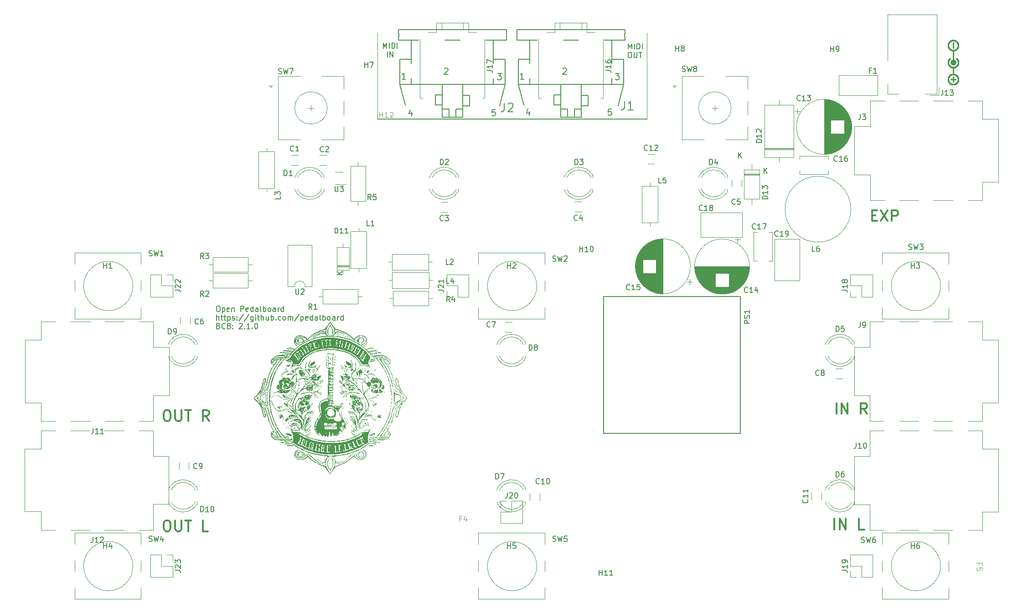
<source format=gbr>
%TF.GenerationSoftware,KiCad,Pcbnew,7.0.7-7.0.7~ubuntu23.04.1*%
%TF.CreationDate,2023-09-10T12:49:34+00:00*%
%TF.ProjectId,pedalboard-hw,70656461-6c62-46f6-9172-642d68772e6b,2.1.0*%
%TF.SameCoordinates,Original*%
%TF.FileFunction,Legend,Top*%
%TF.FilePolarity,Positive*%
%FSLAX46Y46*%
G04 Gerber Fmt 4.6, Leading zero omitted, Abs format (unit mm)*
G04 Created by KiCad (PCBNEW 7.0.7-7.0.7~ubuntu23.04.1) date 2023-09-10 12:49:34*
%MOMM*%
%LPD*%
G01*
G04 APERTURE LIST*
%ADD10C,0.000000*%
%ADD11C,0.019755*%
%ADD12C,0.008210*%
%ADD13C,0.004304*%
%ADD14C,0.004635*%
%ADD15C,0.300000*%
%ADD16C,0.150000*%
%ADD17C,0.100000*%
%ADD18C,0.160020*%
%ADD19C,0.127000*%
%ADD20C,0.120000*%
%ADD21C,0.200000*%
%ADD22C,0.152400*%
G04 APERTURE END LIST*
D10*
G36*
X76272760Y-84789705D02*
G01*
X76274337Y-84791208D01*
X76275727Y-84793865D01*
X76277935Y-84802562D01*
X76279357Y-84815641D01*
X76279967Y-84832948D01*
X76279741Y-84854326D01*
X76278651Y-84879622D01*
X76276673Y-84908680D01*
X76273779Y-84941344D01*
X76265146Y-85016874D01*
X76262340Y-85037857D01*
X76259234Y-85058395D01*
X76255859Y-85078375D01*
X76252247Y-85097683D01*
X76248428Y-85116205D01*
X76244434Y-85133829D01*
X76240294Y-85150439D01*
X76236041Y-85165923D01*
X76231706Y-85180167D01*
X76227318Y-85193057D01*
X76222911Y-85204479D01*
X76218513Y-85214320D01*
X76214157Y-85222466D01*
X76212004Y-85225868D01*
X76209873Y-85228803D01*
X76207768Y-85231258D01*
X76205692Y-85233218D01*
X76203651Y-85234669D01*
X76201646Y-85235597D01*
X76196449Y-85236591D01*
X76191446Y-85236314D01*
X76186646Y-85234837D01*
X76182057Y-85232235D01*
X76177688Y-85228578D01*
X76173547Y-85223939D01*
X76169642Y-85218391D01*
X76165982Y-85212005D01*
X76162576Y-85204855D01*
X76159431Y-85197012D01*
X76153959Y-85179538D01*
X76149635Y-85160163D01*
X76146525Y-85139465D01*
X76144696Y-85118023D01*
X76144217Y-85096415D01*
X76145153Y-85075221D01*
X76147573Y-85055019D01*
X76151542Y-85036387D01*
X76154130Y-85027842D01*
X76157130Y-85019906D01*
X76160551Y-85012652D01*
X76164402Y-85006153D01*
X76168690Y-85000481D01*
X76173425Y-84995707D01*
X76177511Y-84991956D01*
X76181803Y-84987356D01*
X76186261Y-84981972D01*
X76190843Y-84975864D01*
X76195508Y-84969094D01*
X76200213Y-84961725D01*
X76204919Y-84953819D01*
X76209584Y-84945437D01*
X76214166Y-84936641D01*
X76218624Y-84927495D01*
X76222916Y-84918059D01*
X76227002Y-84908395D01*
X76230840Y-84898566D01*
X76234388Y-84888634D01*
X76237606Y-84878661D01*
X76240451Y-84868708D01*
X76247434Y-84842389D01*
X76253812Y-84821537D01*
X76259559Y-84805998D01*
X76264650Y-84795616D01*
X76266942Y-84792311D01*
X76269059Y-84790237D01*
X76271000Y-84789374D01*
X76272760Y-84789705D01*
G37*
G36*
X71948414Y-93282293D02*
G01*
X71956098Y-93282883D01*
X71963637Y-93283782D01*
X71971015Y-93284982D01*
X71978214Y-93286475D01*
X71985220Y-93288255D01*
X71992016Y-93290315D01*
X71998586Y-93292648D01*
X72004914Y-93295246D01*
X72010983Y-93298103D01*
X72016778Y-93301210D01*
X72022282Y-93304562D01*
X72027479Y-93308151D01*
X72032354Y-93311970D01*
X72036889Y-93316012D01*
X72041069Y-93320270D01*
X72044877Y-93324736D01*
X72048298Y-93329403D01*
X72051315Y-93334266D01*
X72053913Y-93339315D01*
X72056074Y-93344545D01*
X72057783Y-93349947D01*
X72059024Y-93355516D01*
X72059780Y-93361244D01*
X72060036Y-93367123D01*
X72059944Y-93368745D01*
X72059670Y-93370304D01*
X72059222Y-93371796D01*
X72058602Y-93373221D01*
X72057818Y-93374576D01*
X72056873Y-93375859D01*
X72055773Y-93377069D01*
X72054523Y-93378203D01*
X72053129Y-93379260D01*
X72051595Y-93380237D01*
X72048129Y-93381945D01*
X72044167Y-93383312D01*
X72039751Y-93384323D01*
X72034921Y-93384961D01*
X72029718Y-93385212D01*
X72024185Y-93385060D01*
X72018363Y-93384489D01*
X72012293Y-93383483D01*
X72006016Y-93382029D01*
X71999573Y-93380109D01*
X71993007Y-93377708D01*
X71985737Y-93375929D01*
X71978503Y-93374559D01*
X71971342Y-93373592D01*
X71964289Y-93373022D01*
X71957381Y-93372846D01*
X71950653Y-93373057D01*
X71944143Y-93373650D01*
X71937886Y-93374621D01*
X71934863Y-93375247D01*
X71931918Y-93375964D01*
X71929054Y-93376774D01*
X71926276Y-93377674D01*
X71923588Y-93378665D01*
X71920995Y-93379745D01*
X71918502Y-93380915D01*
X71916113Y-93382173D01*
X71913832Y-93383520D01*
X71911664Y-93384953D01*
X71909614Y-93386473D01*
X71907686Y-93388078D01*
X71905884Y-93389769D01*
X71904214Y-93391545D01*
X71902679Y-93393404D01*
X71901285Y-93395347D01*
X71899019Y-93398650D01*
X71896221Y-93401928D01*
X71892937Y-93405153D01*
X71889214Y-93408301D01*
X71885098Y-93411346D01*
X71880636Y-93414261D01*
X71875874Y-93417022D01*
X71870859Y-93419601D01*
X71865637Y-93421974D01*
X71860254Y-93424114D01*
X71854759Y-93425996D01*
X71849196Y-93427594D01*
X71843612Y-93428882D01*
X71838054Y-93429833D01*
X71832568Y-93430423D01*
X71827202Y-93430626D01*
X71819334Y-93430291D01*
X71812255Y-93429312D01*
X71805949Y-93427727D01*
X71800399Y-93425575D01*
X71795588Y-93422893D01*
X71791499Y-93419719D01*
X71788115Y-93416092D01*
X71785420Y-93412049D01*
X71783397Y-93407630D01*
X71782028Y-93402871D01*
X71781298Y-93397811D01*
X71781189Y-93392488D01*
X71781685Y-93386940D01*
X71782769Y-93381206D01*
X71784424Y-93375323D01*
X71786633Y-93369330D01*
X71789379Y-93363264D01*
X71792646Y-93357164D01*
X71796417Y-93351068D01*
X71800675Y-93345014D01*
X71805403Y-93339040D01*
X71810585Y-93333184D01*
X71816203Y-93327485D01*
X71822241Y-93321980D01*
X71828682Y-93316708D01*
X71835510Y-93311706D01*
X71842707Y-93307013D01*
X71850256Y-93302667D01*
X71858142Y-93298706D01*
X71866346Y-93295168D01*
X71874853Y-93292091D01*
X71883646Y-93289514D01*
X71891911Y-93287384D01*
X71900161Y-93285618D01*
X71908378Y-93284211D01*
X71916547Y-93283154D01*
X71924651Y-93282441D01*
X71932674Y-93282065D01*
X71940601Y-93282018D01*
X71948414Y-93282293D01*
G37*
G36*
X63589400Y-92129915D02*
G01*
X63592357Y-92131119D01*
X63595030Y-92133032D01*
X63597423Y-92135662D01*
X63599543Y-92139017D01*
X63601394Y-92143106D01*
X63602981Y-92147938D01*
X63605386Y-92159861D01*
X63606798Y-92174853D01*
X63607260Y-92192982D01*
X63606812Y-92214315D01*
X63605496Y-92238919D01*
X63603353Y-92266862D01*
X63600425Y-92298210D01*
X63598729Y-92319045D01*
X63597607Y-92339219D01*
X63597053Y-92358732D01*
X63597062Y-92377583D01*
X63597630Y-92395773D01*
X63598751Y-92413302D01*
X63600419Y-92430169D01*
X63602630Y-92446375D01*
X63605378Y-92461919D01*
X63608659Y-92476802D01*
X63612466Y-92491023D01*
X63616796Y-92504583D01*
X63621642Y-92517481D01*
X63627000Y-92529718D01*
X63632865Y-92541294D01*
X63639230Y-92552208D01*
X63644558Y-92561205D01*
X63649938Y-92570936D01*
X63660728Y-92592227D01*
X63671353Y-92615336D01*
X63681564Y-92639521D01*
X63691114Y-92664035D01*
X63699754Y-92688137D01*
X63707237Y-92711081D01*
X63713314Y-92732124D01*
X63714398Y-92737074D01*
X63715662Y-92741997D01*
X63717099Y-92746887D01*
X63718702Y-92751740D01*
X63722383Y-92761308D01*
X63726653Y-92770654D01*
X63731461Y-92779731D01*
X63736754Y-92788492D01*
X63742482Y-92796893D01*
X63748592Y-92804884D01*
X63755032Y-92812422D01*
X63761752Y-92819457D01*
X63768699Y-92825946D01*
X63775822Y-92831840D01*
X63783068Y-92837093D01*
X63790388Y-92841659D01*
X63794058Y-92843669D01*
X63797727Y-92845491D01*
X63801389Y-92847117D01*
X63805036Y-92848542D01*
X63811724Y-92850890D01*
X63818520Y-92853930D01*
X63825368Y-92857611D01*
X63832211Y-92861881D01*
X63838992Y-92866689D01*
X63845654Y-92871982D01*
X63852140Y-92877709D01*
X63858394Y-92883819D01*
X63864358Y-92890260D01*
X63869976Y-92896979D01*
X63875191Y-92903926D01*
X63879946Y-92911049D01*
X63884184Y-92918296D01*
X63887849Y-92925615D01*
X63890883Y-92932954D01*
X63892146Y-92936616D01*
X63893230Y-92940263D01*
X63896258Y-92949183D01*
X63899389Y-92957421D01*
X63902619Y-92964978D01*
X63905950Y-92971855D01*
X63909378Y-92978053D01*
X63912904Y-92983571D01*
X63916525Y-92988411D01*
X63920240Y-92992574D01*
X63924048Y-92996060D01*
X63927949Y-92998869D01*
X63931939Y-93001003D01*
X63936019Y-93002462D01*
X63940186Y-93003246D01*
X63944440Y-93003357D01*
X63948779Y-93002794D01*
X63953203Y-93001559D01*
X63957709Y-92999652D01*
X63962296Y-92997074D01*
X63966963Y-92993826D01*
X63971710Y-92989908D01*
X63976533Y-92985320D01*
X63981433Y-92980064D01*
X63986408Y-92974140D01*
X63991457Y-92967549D01*
X63996578Y-92960291D01*
X64001770Y-92952367D01*
X64012362Y-92934523D01*
X64023222Y-92914024D01*
X64034341Y-92890873D01*
X64070794Y-92817818D01*
X64106358Y-92751919D01*
X64141467Y-92692894D01*
X64176555Y-92640457D01*
X64194227Y-92616621D01*
X64212057Y-92594325D01*
X64230098Y-92573534D01*
X64248406Y-92554213D01*
X64267034Y-92536326D01*
X64286037Y-92519837D01*
X64305468Y-92504711D01*
X64325383Y-92490913D01*
X64345835Y-92478406D01*
X64366879Y-92467156D01*
X64388569Y-92457127D01*
X64410959Y-92448283D01*
X64434104Y-92440589D01*
X64458057Y-92434010D01*
X64482874Y-92428509D01*
X64508607Y-92424051D01*
X64535312Y-92420601D01*
X64563043Y-92418123D01*
X64621799Y-92415941D01*
X64685310Y-92417222D01*
X64754008Y-92421681D01*
X64778505Y-92423951D01*
X64803012Y-92426776D01*
X64851849Y-92434001D01*
X64900108Y-92443168D01*
X64947375Y-92454093D01*
X64993236Y-92466588D01*
X65037278Y-92480468D01*
X65079088Y-92495547D01*
X65118251Y-92511639D01*
X65154356Y-92528558D01*
X65171132Y-92537270D01*
X65186988Y-92546118D01*
X65201872Y-92555080D01*
X65215734Y-92564132D01*
X65228520Y-92573252D01*
X65240180Y-92582415D01*
X65250662Y-92591599D01*
X65259914Y-92600781D01*
X65267884Y-92609936D01*
X65274521Y-92619043D01*
X65279773Y-92628077D01*
X65283588Y-92637016D01*
X65285915Y-92645836D01*
X65286703Y-92654513D01*
X65286620Y-92662566D01*
X65286207Y-92669493D01*
X65285214Y-92675241D01*
X65283395Y-92679759D01*
X65282098Y-92681541D01*
X65280501Y-92682996D01*
X65278574Y-92684118D01*
X65276284Y-92684900D01*
X65273602Y-92685335D01*
X65270497Y-92685418D01*
X65262890Y-92684500D01*
X65253216Y-92682094D01*
X65241227Y-92678147D01*
X65226675Y-92672609D01*
X65209312Y-92665428D01*
X65165159Y-92645929D01*
X65106786Y-92619236D01*
X65073158Y-92604892D01*
X65040998Y-92592289D01*
X65010202Y-92581432D01*
X64980668Y-92572328D01*
X64952290Y-92564980D01*
X64924967Y-92559395D01*
X64898595Y-92555577D01*
X64873071Y-92553531D01*
X64848290Y-92553263D01*
X64824150Y-92554778D01*
X64800548Y-92558081D01*
X64777380Y-92563178D01*
X64754542Y-92570072D01*
X64731932Y-92578770D01*
X64709446Y-92589277D01*
X64686980Y-92601597D01*
X64665331Y-92613579D01*
X64638143Y-92628000D01*
X64571446Y-92662010D01*
X64495488Y-92699327D01*
X64418870Y-92735652D01*
X64386309Y-92752172D01*
X64354839Y-92769917D01*
X64324557Y-92788788D01*
X64295563Y-92808688D01*
X64267953Y-92829518D01*
X64241826Y-92851179D01*
X64217281Y-92873575D01*
X64194415Y-92896607D01*
X64173326Y-92920175D01*
X64154114Y-92944184D01*
X64136875Y-92968533D01*
X64121709Y-92993125D01*
X64108713Y-93017862D01*
X64097986Y-93042646D01*
X64093504Y-93055024D01*
X64089626Y-93067378D01*
X64086364Y-93079694D01*
X64083730Y-93091960D01*
X64081584Y-93101271D01*
X64079124Y-93110023D01*
X64076370Y-93118213D01*
X64073340Y-93125838D01*
X64070051Y-93132898D01*
X64066522Y-93139390D01*
X64062771Y-93145313D01*
X64058816Y-93150663D01*
X64054674Y-93155440D01*
X64050365Y-93159642D01*
X64045905Y-93163266D01*
X64041314Y-93166311D01*
X64036610Y-93168774D01*
X64031809Y-93170654D01*
X64026932Y-93171949D01*
X64021994Y-93172656D01*
X64017016Y-93172775D01*
X64012014Y-93172302D01*
X64007007Y-93171237D01*
X64002013Y-93169576D01*
X63997050Y-93167319D01*
X63992136Y-93164463D01*
X63987289Y-93161006D01*
X63982527Y-93156946D01*
X63977869Y-93152282D01*
X63973332Y-93147011D01*
X63968935Y-93141132D01*
X63964696Y-93134642D01*
X63960632Y-93127540D01*
X63956761Y-93119824D01*
X63953103Y-93111491D01*
X63949675Y-93102540D01*
X63945965Y-93093910D01*
X63941489Y-93085254D01*
X63936311Y-93076628D01*
X63930492Y-93068091D01*
X63924095Y-93059698D01*
X63917181Y-93051506D01*
X63909812Y-93043573D01*
X63902050Y-93035955D01*
X63893957Y-93028709D01*
X63885596Y-93021892D01*
X63877028Y-93015560D01*
X63868315Y-93009772D01*
X63859520Y-93004582D01*
X63850704Y-93000049D01*
X63841929Y-92996229D01*
X63833258Y-92993179D01*
X63817571Y-92988021D01*
X63802183Y-92980357D01*
X63786982Y-92969995D01*
X63771853Y-92956744D01*
X63756682Y-92940414D01*
X63741357Y-92920812D01*
X63725763Y-92897748D01*
X63709786Y-92871031D01*
X63693313Y-92840468D01*
X63676231Y-92805870D01*
X63658425Y-92767044D01*
X63639782Y-92723801D01*
X63599529Y-92623293D01*
X63554564Y-92502818D01*
X63540876Y-92464793D01*
X63528905Y-92429961D01*
X63518628Y-92398127D01*
X63510026Y-92369093D01*
X63503077Y-92342664D01*
X63500216Y-92330365D01*
X63497761Y-92318644D01*
X63495709Y-92307475D01*
X63494058Y-92296834D01*
X63492804Y-92286698D01*
X63491946Y-92277041D01*
X63491480Y-92267838D01*
X63491405Y-92259066D01*
X63491717Y-92250699D01*
X63492414Y-92242714D01*
X63493494Y-92235085D01*
X63494953Y-92227788D01*
X63496790Y-92220798D01*
X63499001Y-92214092D01*
X63501585Y-92207644D01*
X63504537Y-92201429D01*
X63507857Y-92195424D01*
X63511541Y-92189604D01*
X63515587Y-92183944D01*
X63519992Y-92178419D01*
X63524754Y-92173006D01*
X63529869Y-92167679D01*
X63543064Y-92154998D01*
X63554894Y-92144783D01*
X63565402Y-92137100D01*
X63570172Y-92134229D01*
X63574628Y-92132016D01*
X63578773Y-92130470D01*
X63582614Y-92129599D01*
X63586154Y-92129411D01*
X63589400Y-92129915D01*
G37*
G36*
X77645412Y-92076611D02*
G01*
X77648132Y-92077082D01*
X77650913Y-92077812D01*
X77653768Y-92078803D01*
X77656705Y-92080055D01*
X77659735Y-92081569D01*
X77662868Y-92083345D01*
X77666115Y-92085383D01*
X77669486Y-92087685D01*
X77672991Y-92090252D01*
X77680446Y-92096180D01*
X77688562Y-92103173D01*
X77697423Y-92111235D01*
X77705486Y-92119473D01*
X77709115Y-92123334D01*
X77712479Y-92127035D01*
X77715576Y-92130582D01*
X77718407Y-92133986D01*
X77720974Y-92137254D01*
X77723276Y-92140395D01*
X77725315Y-92143417D01*
X77727091Y-92146329D01*
X77728604Y-92149138D01*
X77729857Y-92151854D01*
X77730848Y-92154484D01*
X77731578Y-92157038D01*
X77732049Y-92159523D01*
X77732261Y-92161948D01*
X77732215Y-92164321D01*
X77731911Y-92166651D01*
X77731350Y-92168946D01*
X77730532Y-92171215D01*
X77729459Y-92173465D01*
X77728130Y-92175706D01*
X77726547Y-92177946D01*
X77724710Y-92180192D01*
X77722620Y-92182455D01*
X77720277Y-92184741D01*
X77717682Y-92187059D01*
X77714836Y-92189418D01*
X77711739Y-92191826D01*
X77708393Y-92194292D01*
X77700952Y-92199429D01*
X77691768Y-92204993D01*
X77682750Y-92209794D01*
X77673921Y-92213853D01*
X77665302Y-92217193D01*
X77656916Y-92219835D01*
X77648785Y-92221801D01*
X77640930Y-92223113D01*
X77633373Y-92223794D01*
X77626137Y-92223865D01*
X77619243Y-92223348D01*
X77612713Y-92222266D01*
X77606570Y-92220639D01*
X77600835Y-92218490D01*
X77595530Y-92215842D01*
X77590677Y-92212715D01*
X77586299Y-92209133D01*
X77582416Y-92205116D01*
X77579052Y-92200687D01*
X77576228Y-92195868D01*
X77573965Y-92190681D01*
X77572287Y-92185147D01*
X77571214Y-92179290D01*
X77570770Y-92173130D01*
X77570975Y-92166689D01*
X77571852Y-92159990D01*
X77573423Y-92153055D01*
X77575709Y-92145905D01*
X77578734Y-92138563D01*
X77582517Y-92131050D01*
X77587083Y-92123389D01*
X77592452Y-92115601D01*
X77598647Y-92107708D01*
X77605027Y-92100268D01*
X77610993Y-92093824D01*
X77613848Y-92090978D01*
X77616630Y-92088384D01*
X77619349Y-92086041D01*
X77622018Y-92083951D01*
X77624645Y-92082114D01*
X77627240Y-92080530D01*
X77629816Y-92079202D01*
X77632381Y-92078128D01*
X77634945Y-92077311D01*
X77637521Y-92076749D01*
X77640117Y-92076445D01*
X77642743Y-92076399D01*
X77645412Y-92076611D01*
G37*
G36*
X75174622Y-89700882D02*
G01*
X75177078Y-89701202D01*
X75179659Y-89701834D01*
X75182376Y-89702779D01*
X75185239Y-89704037D01*
X75188260Y-89705611D01*
X75191450Y-89707502D01*
X75194819Y-89709710D01*
X75198379Y-89712237D01*
X75206114Y-89718254D01*
X75214743Y-89725563D01*
X75224354Y-89734174D01*
X75235034Y-89744098D01*
X75241524Y-89750241D01*
X75247757Y-89756741D01*
X75253727Y-89763561D01*
X75259426Y-89770666D01*
X75264845Y-89778019D01*
X75269978Y-89785583D01*
X75274816Y-89793323D01*
X75279352Y-89801203D01*
X75283578Y-89809186D01*
X75287486Y-89817237D01*
X75291069Y-89825318D01*
X75294318Y-89833394D01*
X75297226Y-89841429D01*
X75299785Y-89849386D01*
X75301988Y-89857230D01*
X75303826Y-89864924D01*
X75305293Y-89872431D01*
X75306379Y-89879717D01*
X75307078Y-89886744D01*
X75307382Y-89893477D01*
X75307282Y-89899879D01*
X75306772Y-89905914D01*
X75305843Y-89911545D01*
X75304488Y-89916738D01*
X75302698Y-89921455D01*
X75300467Y-89925661D01*
X75297787Y-89929319D01*
X75294649Y-89932393D01*
X75291045Y-89934846D01*
X75286970Y-89936644D01*
X75282413Y-89937749D01*
X75277368Y-89938125D01*
X75272278Y-89937699D01*
X75266949Y-89936448D01*
X75261410Y-89934419D01*
X75255692Y-89931655D01*
X75249824Y-89928202D01*
X75243836Y-89924103D01*
X75231618Y-89914147D01*
X75219276Y-89902145D01*
X75207047Y-89888454D01*
X75195170Y-89873429D01*
X75183883Y-89857427D01*
X75173422Y-89840805D01*
X75164025Y-89823920D01*
X75155931Y-89807128D01*
X75149377Y-89790785D01*
X75144600Y-89775249D01*
X75142953Y-89767894D01*
X75141839Y-89760875D01*
X75141288Y-89754235D01*
X75141331Y-89748020D01*
X75141996Y-89742274D01*
X75143314Y-89737042D01*
X75147173Y-89728362D01*
X75150872Y-89720850D01*
X75154498Y-89714516D01*
X75156312Y-89711794D01*
X75158141Y-89709370D01*
X75159995Y-89707247D01*
X75161886Y-89705424D01*
X75163825Y-89703904D01*
X75165823Y-89702687D01*
X75167890Y-89701775D01*
X75170039Y-89701169D01*
X75172279Y-89700871D01*
X75174622Y-89700882D01*
G37*
G36*
X66637051Y-79003071D02*
G01*
X66637990Y-79003598D01*
X66638903Y-79004476D01*
X66639798Y-79005706D01*
X66640683Y-79007288D01*
X66641566Y-79009220D01*
X66643354Y-79014140D01*
X66645224Y-79020465D01*
X66647240Y-79028196D01*
X66651952Y-79047875D01*
X66653473Y-79054426D01*
X66654732Y-79060840D01*
X66655736Y-79067108D01*
X66656493Y-79073217D01*
X66657010Y-79079155D01*
X66657293Y-79084911D01*
X66657351Y-79090474D01*
X66657189Y-79095831D01*
X66656815Y-79100970D01*
X66656237Y-79105882D01*
X66655461Y-79110553D01*
X66654495Y-79114972D01*
X66653345Y-79119127D01*
X66652019Y-79123007D01*
X66650523Y-79126601D01*
X66648866Y-79129896D01*
X66647053Y-79132881D01*
X66645092Y-79135544D01*
X66642991Y-79137874D01*
X66640756Y-79139859D01*
X66638394Y-79141488D01*
X66635913Y-79142748D01*
X66633319Y-79143628D01*
X66630620Y-79144117D01*
X66627823Y-79144203D01*
X66624935Y-79143875D01*
X66621963Y-79143119D01*
X66618914Y-79141926D01*
X66615795Y-79140284D01*
X66612614Y-79138180D01*
X66609377Y-79135603D01*
X66606091Y-79132542D01*
X66604820Y-79131468D01*
X66603650Y-79130234D01*
X66602582Y-79128847D01*
X66601613Y-79127312D01*
X66599968Y-79123821D01*
X66598705Y-79119808D01*
X66597814Y-79115320D01*
X66597285Y-79110403D01*
X66597108Y-79105104D01*
X66597272Y-79099468D01*
X66597766Y-79093544D01*
X66598581Y-79087376D01*
X66599706Y-79081012D01*
X66601130Y-79074498D01*
X66602844Y-79067881D01*
X66604837Y-79061207D01*
X66607099Y-79054523D01*
X66609619Y-79047875D01*
X66618962Y-79028196D01*
X66622797Y-79020465D01*
X66626156Y-79014140D01*
X66629101Y-79009220D01*
X66630439Y-79007288D01*
X66631696Y-79005706D01*
X66632880Y-79004476D01*
X66634000Y-79003598D01*
X66635064Y-79003071D01*
X66636078Y-79002895D01*
X66637051Y-79003071D01*
G37*
G36*
X66641397Y-89925393D02*
G01*
X66642645Y-89926057D01*
X66643801Y-89927328D01*
X66644876Y-89929202D01*
X66645882Y-89931678D01*
X66646829Y-89934755D01*
X66648590Y-89942700D01*
X66650248Y-89953022D01*
X66651891Y-89965706D01*
X66655481Y-89998097D01*
X66658437Y-90018650D01*
X66661930Y-90040154D01*
X66665836Y-90061907D01*
X66670032Y-90083205D01*
X66674394Y-90103345D01*
X66678797Y-90121625D01*
X66683117Y-90137341D01*
X66685207Y-90144019D01*
X66687231Y-90149792D01*
X66692296Y-90162066D01*
X66696911Y-90174397D01*
X66701080Y-90186761D01*
X66704808Y-90199132D01*
X66708099Y-90211485D01*
X66710958Y-90223794D01*
X66713389Y-90236036D01*
X66715398Y-90248183D01*
X66716988Y-90260212D01*
X66718163Y-90272096D01*
X66718929Y-90283812D01*
X66719291Y-90295332D01*
X66719251Y-90306634D01*
X66718816Y-90317690D01*
X66717989Y-90328477D01*
X66716776Y-90338968D01*
X66715180Y-90349139D01*
X66713206Y-90358964D01*
X66710858Y-90368419D01*
X66708142Y-90377478D01*
X66705062Y-90386115D01*
X66701621Y-90394306D01*
X66697826Y-90402026D01*
X66693680Y-90409249D01*
X66689187Y-90415950D01*
X66684353Y-90422103D01*
X66679181Y-90427685D01*
X66673677Y-90432669D01*
X66667845Y-90437030D01*
X66661689Y-90440743D01*
X66655214Y-90443784D01*
X66648424Y-90446125D01*
X66627935Y-90451288D01*
X66608163Y-90455553D01*
X66589143Y-90458952D01*
X66570910Y-90461518D01*
X66553498Y-90463283D01*
X66536943Y-90464279D01*
X66521279Y-90464539D01*
X66506542Y-90464095D01*
X66492766Y-90462979D01*
X66479985Y-90461223D01*
X66468236Y-90458861D01*
X66457553Y-90455923D01*
X66447970Y-90452443D01*
X66439523Y-90448452D01*
X66432246Y-90443984D01*
X66426175Y-90439069D01*
X66421344Y-90433742D01*
X66417788Y-90428033D01*
X66415542Y-90421976D01*
X66414641Y-90415601D01*
X66415119Y-90408943D01*
X66417013Y-90402033D01*
X66420355Y-90394903D01*
X66425183Y-90387586D01*
X66431529Y-90380114D01*
X66439430Y-90372519D01*
X66448920Y-90364834D01*
X66460033Y-90357090D01*
X66472806Y-90349321D01*
X66487272Y-90341558D01*
X66503467Y-90333834D01*
X66521425Y-90326181D01*
X66531429Y-90321860D01*
X66540936Y-90317497D01*
X66549944Y-90313090D01*
X66558453Y-90308638D01*
X66566460Y-90304139D01*
X66573964Y-90299592D01*
X66580965Y-90294997D01*
X66587461Y-90290351D01*
X66593450Y-90285653D01*
X66598931Y-90280902D01*
X66603903Y-90276097D01*
X66608365Y-90271237D01*
X66612316Y-90266320D01*
X66615753Y-90261344D01*
X66618677Y-90256309D01*
X66621085Y-90251214D01*
X66622976Y-90246056D01*
X66624349Y-90240836D01*
X66625203Y-90235550D01*
X66625536Y-90230199D01*
X66625347Y-90224780D01*
X66624635Y-90219293D01*
X66623398Y-90213737D01*
X66621636Y-90208109D01*
X66619346Y-90202409D01*
X66616528Y-90196635D01*
X66613181Y-90190787D01*
X66609302Y-90184862D01*
X66604891Y-90178859D01*
X66599947Y-90172778D01*
X66594468Y-90166617D01*
X66588452Y-90160374D01*
X66583493Y-90154911D01*
X66579206Y-90149081D01*
X66575600Y-90142849D01*
X66572688Y-90136176D01*
X66570478Y-90129029D01*
X66568981Y-90121369D01*
X66568207Y-90113162D01*
X66568168Y-90104371D01*
X66568872Y-90094960D01*
X66570331Y-90084893D01*
X66572555Y-90074133D01*
X66575554Y-90062644D01*
X66579338Y-90050391D01*
X66583919Y-90037337D01*
X66589305Y-90023445D01*
X66595508Y-90008680D01*
X66611831Y-89972776D01*
X66618475Y-89958629D01*
X66624226Y-89946999D01*
X66629171Y-89937871D01*
X66633397Y-89931228D01*
X66635268Y-89928833D01*
X66636993Y-89927055D01*
X66638582Y-89925890D01*
X66640046Y-89925337D01*
X66641397Y-89925393D01*
G37*
G36*
X64564178Y-82586928D02*
G01*
X64565934Y-82587201D01*
X64570061Y-82588459D01*
X64574974Y-82590646D01*
X64580630Y-82593743D01*
X64586990Y-82597729D01*
X64594011Y-82602583D01*
X64601652Y-82608285D01*
X64609872Y-82614813D01*
X64618630Y-82622148D01*
X64627883Y-82630267D01*
X64637592Y-82639152D01*
X64646232Y-82648458D01*
X64654294Y-82657827D01*
X64661779Y-82667221D01*
X64668687Y-82676600D01*
X64675019Y-82685925D01*
X64680775Y-82695156D01*
X64685956Y-82704255D01*
X64690563Y-82713180D01*
X64694597Y-82721894D01*
X64698057Y-82730357D01*
X64700945Y-82738529D01*
X64703262Y-82746370D01*
X64705007Y-82753843D01*
X64706182Y-82760906D01*
X64706788Y-82767521D01*
X64706824Y-82773649D01*
X64706292Y-82779249D01*
X64705192Y-82784283D01*
X64703525Y-82788711D01*
X64701291Y-82792493D01*
X64698492Y-82795591D01*
X64696880Y-82796871D01*
X64695127Y-82797965D01*
X64693233Y-82798868D01*
X64691198Y-82799575D01*
X64686705Y-82800383D01*
X64681648Y-82800348D01*
X64676029Y-82799431D01*
X64669848Y-82797593D01*
X64663106Y-82794794D01*
X64655803Y-82790996D01*
X64647940Y-82786158D01*
X64639517Y-82780242D01*
X64630536Y-82773207D01*
X64623586Y-82767715D01*
X64617272Y-82763168D01*
X64611568Y-82759604D01*
X64608937Y-82758201D01*
X64606448Y-82757057D01*
X64604099Y-82756177D01*
X64601886Y-82755565D01*
X64599806Y-82755225D01*
X64597856Y-82755163D01*
X64596032Y-82755382D01*
X64594332Y-82755887D01*
X64592752Y-82756683D01*
X64591289Y-82757774D01*
X64589940Y-82759165D01*
X64588701Y-82760860D01*
X64587570Y-82762864D01*
X64586542Y-82765182D01*
X64585615Y-82767817D01*
X64584786Y-82770774D01*
X64583407Y-82777674D01*
X64582379Y-82785917D01*
X64581678Y-82795540D01*
X64581275Y-82806579D01*
X64581147Y-82819070D01*
X64581268Y-82828282D01*
X64581622Y-82837370D01*
X64582193Y-82846293D01*
X64582966Y-82855008D01*
X64583925Y-82863476D01*
X64585054Y-82871655D01*
X64586338Y-82879503D01*
X64587762Y-82886979D01*
X64589309Y-82894041D01*
X64590966Y-82900649D01*
X64592715Y-82906760D01*
X64594542Y-82912334D01*
X64596431Y-82917330D01*
X64598366Y-82921705D01*
X64600332Y-82925419D01*
X64602314Y-82928430D01*
X64606149Y-82933056D01*
X64609716Y-82938937D01*
X64613017Y-82945984D01*
X64616053Y-82954110D01*
X64621336Y-82973241D01*
X64625575Y-82995623D01*
X64628781Y-83020548D01*
X64630963Y-83047307D01*
X64632133Y-83075193D01*
X64632300Y-83103497D01*
X64631475Y-83131511D01*
X64629668Y-83158529D01*
X64626889Y-83183841D01*
X64623150Y-83206740D01*
X64618459Y-83226517D01*
X64612828Y-83242465D01*
X64609663Y-83248782D01*
X64606267Y-83253876D01*
X64602641Y-83257659D01*
X64598786Y-83260042D01*
X64590472Y-83261329D01*
X64580184Y-83260004D01*
X64568081Y-83256225D01*
X64554317Y-83250148D01*
X64539049Y-83241932D01*
X64522434Y-83231734D01*
X64485787Y-83206023D01*
X64445626Y-83174276D01*
X64403201Y-83137754D01*
X64359763Y-83097719D01*
X64316564Y-83055430D01*
X64274852Y-83012149D01*
X64235879Y-82969137D01*
X64200896Y-82927655D01*
X64171153Y-82888963D01*
X64147900Y-82854322D01*
X64139099Y-82838915D01*
X64132389Y-82824994D01*
X64127927Y-82812716D01*
X64125869Y-82802239D01*
X64126372Y-82793721D01*
X64129591Y-82787319D01*
X64138301Y-82776953D01*
X64147224Y-82767026D01*
X64156345Y-82757543D01*
X64165648Y-82748506D01*
X64175119Y-82739922D01*
X64184743Y-82731795D01*
X64194505Y-82724129D01*
X64204391Y-82716929D01*
X64214386Y-82710199D01*
X64224474Y-82703943D01*
X64234640Y-82698167D01*
X64244871Y-82692875D01*
X64255151Y-82688071D01*
X64265465Y-82683760D01*
X64275799Y-82679947D01*
X64286137Y-82676635D01*
X64296464Y-82673830D01*
X64306767Y-82671536D01*
X64317029Y-82669757D01*
X64327237Y-82668498D01*
X64337374Y-82667764D01*
X64347428Y-82667558D01*
X64357381Y-82667887D01*
X64367220Y-82668753D01*
X64376931Y-82670162D01*
X64386497Y-82672118D01*
X64395904Y-82674626D01*
X64405137Y-82677690D01*
X64414182Y-82681314D01*
X64423023Y-82685504D01*
X64431646Y-82690264D01*
X64440036Y-82695598D01*
X64448250Y-82701201D01*
X64456343Y-82706116D01*
X64464300Y-82710355D01*
X64472103Y-82713932D01*
X64479735Y-82716861D01*
X64487180Y-82719154D01*
X64494421Y-82720826D01*
X64501441Y-82721890D01*
X64508224Y-82722360D01*
X64514751Y-82722249D01*
X64521008Y-82721571D01*
X64526976Y-82720340D01*
X64532640Y-82718568D01*
X64537982Y-82716270D01*
X64542985Y-82713459D01*
X64547633Y-82710149D01*
X64551909Y-82706353D01*
X64555796Y-82702085D01*
X64559278Y-82697358D01*
X64562337Y-82692186D01*
X64564957Y-82686583D01*
X64567121Y-82680562D01*
X64568811Y-82674136D01*
X64570013Y-82667320D01*
X64570708Y-82660126D01*
X64570879Y-82652569D01*
X64570511Y-82644661D01*
X64569586Y-82636417D01*
X64568087Y-82627850D01*
X64565998Y-82618974D01*
X64563301Y-82609802D01*
X64559981Y-82600348D01*
X64558527Y-82595590D01*
X64558190Y-82593608D01*
X64558107Y-82591887D01*
X64558271Y-82590424D01*
X64558678Y-82589217D01*
X64559323Y-82588263D01*
X64560201Y-82587560D01*
X64561306Y-82587104D01*
X64562633Y-82586895D01*
X64564178Y-82586928D01*
G37*
G36*
X76203114Y-84402948D02*
G01*
X76211788Y-84403207D01*
X76220959Y-84403694D01*
X76230585Y-84404413D01*
X76240624Y-84405370D01*
X76251035Y-84406570D01*
X76265517Y-84408074D01*
X76278589Y-84410008D01*
X76290327Y-84412468D01*
X76295721Y-84413927D01*
X76300810Y-84415554D01*
X76305605Y-84417362D01*
X76310114Y-84419363D01*
X76314349Y-84421570D01*
X76318318Y-84423994D01*
X76322031Y-84426649D01*
X76325499Y-84429545D01*
X76328729Y-84432696D01*
X76331733Y-84436114D01*
X76334520Y-84439811D01*
X76337100Y-84443799D01*
X76339482Y-84448091D01*
X76341676Y-84452699D01*
X76343692Y-84457635D01*
X76345539Y-84462911D01*
X76348766Y-84474534D01*
X76351435Y-84487666D01*
X76353623Y-84502404D01*
X76355408Y-84518849D01*
X76356868Y-84537096D01*
X76360155Y-84575310D01*
X76361078Y-84590349D01*
X76361334Y-84602692D01*
X76361168Y-84607854D01*
X76360784Y-84612347D01*
X76360163Y-84616170D01*
X76359288Y-84619325D01*
X76358141Y-84621813D01*
X76356707Y-84623637D01*
X76354965Y-84624796D01*
X76352901Y-84625292D01*
X76350495Y-84625127D01*
X76347730Y-84624301D01*
X76344590Y-84622817D01*
X76341057Y-84620675D01*
X76337112Y-84617877D01*
X76332739Y-84614424D01*
X76322639Y-84605558D01*
X76310617Y-84594087D01*
X76296532Y-84580023D01*
X76261620Y-84544152D01*
X76239701Y-84520746D01*
X76219230Y-84498456D01*
X76200661Y-84477738D01*
X76184448Y-84459045D01*
X76177368Y-84450600D01*
X76171047Y-84442832D01*
X76165542Y-84435798D01*
X76160911Y-84429554D01*
X76157210Y-84424158D01*
X76154496Y-84419667D01*
X76153527Y-84417778D01*
X76152826Y-84416136D01*
X76152400Y-84414749D01*
X76152257Y-84413624D01*
X76152380Y-84412652D01*
X76152746Y-84411723D01*
X76153350Y-84410836D01*
X76154186Y-84409993D01*
X76156536Y-84408438D01*
X76159753Y-84407065D01*
X76163798Y-84405877D01*
X76168628Y-84404881D01*
X76174202Y-84404081D01*
X76180479Y-84403482D01*
X76187418Y-84403090D01*
X76194976Y-84402911D01*
X76203114Y-84402948D01*
G37*
G36*
X70545054Y-79778196D02*
G01*
X70546975Y-79778409D01*
X70548852Y-79778758D01*
X70550684Y-79779241D01*
X70552469Y-79779853D01*
X70554207Y-79780590D01*
X70555895Y-79781448D01*
X70557533Y-79782424D01*
X70559119Y-79783514D01*
X70560652Y-79784714D01*
X70562131Y-79786019D01*
X70563555Y-79787427D01*
X70566230Y-79790533D01*
X70568668Y-79794000D01*
X70570857Y-79797798D01*
X70572788Y-79801896D01*
X70574450Y-79806263D01*
X70575833Y-79810867D01*
X70576927Y-79815678D01*
X70577721Y-79820665D01*
X70578205Y-79825796D01*
X70578369Y-79831041D01*
X70578328Y-79833676D01*
X70578205Y-79836287D01*
X70578003Y-79838868D01*
X70577721Y-79841418D01*
X70577362Y-79843931D01*
X70576927Y-79846405D01*
X70576417Y-79848834D01*
X70575833Y-79851216D01*
X70575177Y-79853546D01*
X70574450Y-79855820D01*
X70573653Y-79858035D01*
X70572788Y-79860187D01*
X70571855Y-79862271D01*
X70570857Y-79864285D01*
X70569794Y-79866223D01*
X70568668Y-79868083D01*
X70567479Y-79869860D01*
X70566230Y-79871550D01*
X70564922Y-79873151D01*
X70563555Y-79874656D01*
X70562131Y-79876064D01*
X70560652Y-79877369D01*
X70559119Y-79878569D01*
X70557533Y-79879659D01*
X70555895Y-79880635D01*
X70554207Y-79881493D01*
X70552469Y-79882230D01*
X70550684Y-79882842D01*
X70548852Y-79883324D01*
X70546975Y-79883674D01*
X70545054Y-79883886D01*
X70543091Y-79883958D01*
X70541438Y-79883886D01*
X70539788Y-79883674D01*
X70538144Y-79883324D01*
X70536511Y-79882842D01*
X70534890Y-79882230D01*
X70533285Y-79881493D01*
X70531700Y-79880635D01*
X70530137Y-79879659D01*
X70527092Y-79877369D01*
X70524177Y-79874656D01*
X70521416Y-79871550D01*
X70518837Y-79868083D01*
X70516464Y-79864285D01*
X70514324Y-79860187D01*
X70512442Y-79855820D01*
X70510844Y-79851216D01*
X70509557Y-79846405D01*
X70508605Y-79841418D01*
X70508015Y-79836287D01*
X70507812Y-79831041D01*
X70507864Y-79828407D01*
X70508015Y-79825796D01*
X70508263Y-79823215D01*
X70508605Y-79820665D01*
X70509037Y-79818152D01*
X70509557Y-79815678D01*
X70510160Y-79813249D01*
X70510844Y-79810867D01*
X70511606Y-79808537D01*
X70512442Y-79806263D01*
X70513349Y-79804048D01*
X70514324Y-79801896D01*
X70515363Y-79799812D01*
X70516464Y-79797798D01*
X70517623Y-79795860D01*
X70518837Y-79794000D01*
X70520102Y-79792223D01*
X70521416Y-79790533D01*
X70522776Y-79788933D01*
X70524177Y-79787427D01*
X70525617Y-79786019D01*
X70527092Y-79784714D01*
X70528600Y-79783514D01*
X70530137Y-79782424D01*
X70531700Y-79781448D01*
X70533285Y-79780590D01*
X70534890Y-79779853D01*
X70536511Y-79779241D01*
X70538144Y-79778758D01*
X70539788Y-79778409D01*
X70541438Y-79778196D01*
X70543091Y-79778125D01*
X70545054Y-79778196D01*
G37*
G36*
X78649754Y-87449886D02*
G01*
X78651143Y-87450088D01*
X78652378Y-87450473D01*
X78653451Y-87451042D01*
X78654280Y-87452177D01*
X78654784Y-87453594D01*
X78654972Y-87455283D01*
X78654850Y-87457236D01*
X78653707Y-87461902D01*
X78651412Y-87467523D01*
X78648021Y-87474034D01*
X78643592Y-87481366D01*
X78638181Y-87489452D01*
X78631844Y-87498226D01*
X78624640Y-87507620D01*
X78616624Y-87517566D01*
X78607854Y-87527999D01*
X78598386Y-87538850D01*
X78577585Y-87561539D01*
X78554675Y-87585096D01*
X78533051Y-87605078D01*
X78514471Y-87621422D01*
X78498919Y-87634210D01*
X78486379Y-87643526D01*
X78476837Y-87649452D01*
X78473185Y-87651169D01*
X78470277Y-87652070D01*
X78468110Y-87652165D01*
X78466682Y-87651464D01*
X78465993Y-87649977D01*
X78466039Y-87647716D01*
X78466819Y-87644689D01*
X78468331Y-87640908D01*
X78473542Y-87631124D01*
X78481658Y-87618446D01*
X78492662Y-87602957D01*
X78506540Y-87584739D01*
X78523275Y-87563875D01*
X78542853Y-87540449D01*
X78565257Y-87514541D01*
X78572526Y-87506193D01*
X78579754Y-87498357D01*
X78586899Y-87491047D01*
X78593920Y-87484280D01*
X78600776Y-87478071D01*
X78607425Y-87472436D01*
X78613826Y-87467390D01*
X78619938Y-87462948D01*
X78625719Y-87459127D01*
X78631128Y-87455941D01*
X78636123Y-87453406D01*
X78638453Y-87452388D01*
X78640664Y-87451538D01*
X78642751Y-87450859D01*
X78644708Y-87450352D01*
X78646532Y-87450020D01*
X78648215Y-87449864D01*
X78649754Y-87449886D01*
G37*
G36*
X80219785Y-85284987D02*
G01*
X80229170Y-85285069D01*
X80237485Y-85285317D01*
X80244736Y-85285731D01*
X80250928Y-85286309D01*
X80253628Y-85286661D01*
X80256065Y-85287053D01*
X80258240Y-85287487D01*
X80260154Y-85287963D01*
X80261806Y-85288479D01*
X80263198Y-85289037D01*
X80264331Y-85289637D01*
X80265204Y-85290278D01*
X80265819Y-85290960D01*
X80266177Y-85291683D01*
X80266277Y-85292448D01*
X80266121Y-85293254D01*
X80265709Y-85294101D01*
X80265042Y-85294990D01*
X80264120Y-85295920D01*
X80262944Y-85296892D01*
X80261516Y-85297905D01*
X80259835Y-85298959D01*
X80257901Y-85300054D01*
X80255717Y-85301191D01*
X80250597Y-85303589D01*
X80244479Y-85306152D01*
X80239112Y-85308337D01*
X80233620Y-85310899D01*
X80228046Y-85313803D01*
X80222431Y-85317011D01*
X80216815Y-85320488D01*
X80211241Y-85324198D01*
X80205749Y-85328104D01*
X80200382Y-85332170D01*
X80195180Y-85336360D01*
X80190184Y-85340638D01*
X80185437Y-85344968D01*
X80180979Y-85349313D01*
X80176852Y-85353637D01*
X80173096Y-85357905D01*
X80169754Y-85362080D01*
X80166867Y-85366125D01*
X80163643Y-85370344D01*
X80162095Y-85372146D01*
X80160590Y-85373746D01*
X80159129Y-85375144D01*
X80157713Y-85376342D01*
X80156341Y-85377340D01*
X80155016Y-85378142D01*
X80153737Y-85378746D01*
X80152505Y-85379156D01*
X80151322Y-85379372D01*
X80150186Y-85379395D01*
X80149100Y-85379228D01*
X80148063Y-85378870D01*
X80147077Y-85378324D01*
X80146142Y-85377590D01*
X80145258Y-85376670D01*
X80144427Y-85375566D01*
X80143649Y-85374278D01*
X80142924Y-85372808D01*
X80142254Y-85371157D01*
X80141639Y-85369327D01*
X80140575Y-85365132D01*
X80139739Y-85360235D01*
X80139135Y-85354646D01*
X80138769Y-85348374D01*
X80138646Y-85341430D01*
X80138937Y-85334363D01*
X80139817Y-85327719D01*
X80140482Y-85324559D01*
X80141297Y-85321509D01*
X80142265Y-85318571D01*
X80143386Y-85315744D01*
X80144663Y-85313031D01*
X80146096Y-85310434D01*
X80147687Y-85307952D01*
X80149436Y-85305588D01*
X80151346Y-85303343D01*
X80153417Y-85301218D01*
X80155651Y-85299215D01*
X80158049Y-85297334D01*
X80160612Y-85295577D01*
X80163342Y-85293946D01*
X80166240Y-85292441D01*
X80169307Y-85291064D01*
X80172545Y-85289816D01*
X80175955Y-85288699D01*
X80179537Y-85287713D01*
X80183294Y-85286861D01*
X80191337Y-85285560D01*
X80200093Y-85284807D01*
X80209572Y-85284613D01*
X80219785Y-85284987D01*
G37*
G36*
X76515843Y-85786770D02*
G01*
X76517443Y-85786952D01*
X76520910Y-85787694D01*
X76524709Y-85788933D01*
X76528807Y-85790657D01*
X76533173Y-85792856D01*
X76537777Y-85795521D01*
X76542588Y-85798641D01*
X76547575Y-85802205D01*
X76552706Y-85806203D01*
X76557951Y-85810624D01*
X76563197Y-85815493D01*
X76568328Y-85820801D01*
X76573315Y-85826492D01*
X76578126Y-85832508D01*
X76582731Y-85838793D01*
X76587097Y-85845289D01*
X76591195Y-85851941D01*
X76594994Y-85858691D01*
X76598461Y-85865482D01*
X76601567Y-85872258D01*
X76604280Y-85878961D01*
X76606569Y-85885535D01*
X76608404Y-85891923D01*
X76609753Y-85898068D01*
X76610585Y-85903913D01*
X76610869Y-85909402D01*
X76610575Y-85914535D01*
X76609719Y-85918715D01*
X76608337Y-85921982D01*
X76606466Y-85924375D01*
X76604143Y-85925933D01*
X76601404Y-85926696D01*
X76598287Y-85926703D01*
X76594828Y-85925994D01*
X76591065Y-85924608D01*
X76587033Y-85922585D01*
X76582770Y-85919963D01*
X76578313Y-85916782D01*
X76568962Y-85908903D01*
X76559275Y-85899261D01*
X76549547Y-85888172D01*
X76540072Y-85875951D01*
X76531145Y-85862914D01*
X76523060Y-85849376D01*
X76516112Y-85835651D01*
X76510596Y-85822056D01*
X76508466Y-85815406D01*
X76506805Y-85808906D01*
X76505649Y-85802595D01*
X76505035Y-85796515D01*
X76505107Y-85794933D01*
X76505320Y-85793495D01*
X76505669Y-85792199D01*
X76506152Y-85791044D01*
X76506763Y-85790028D01*
X76507500Y-85789150D01*
X76508359Y-85788410D01*
X76509335Y-85787805D01*
X76510425Y-85787334D01*
X76511624Y-85786997D01*
X76512930Y-85786791D01*
X76514337Y-85786716D01*
X76515843Y-85786770D01*
G37*
G36*
X77170826Y-93290541D02*
G01*
X77174437Y-93291713D01*
X77177959Y-93293484D01*
X77181377Y-93295844D01*
X77184678Y-93298783D01*
X77187847Y-93302292D01*
X77190870Y-93306361D01*
X77193733Y-93310981D01*
X77196422Y-93316141D01*
X77198922Y-93321832D01*
X77201219Y-93328045D01*
X77203299Y-93334769D01*
X77205148Y-93341995D01*
X77206752Y-93349713D01*
X77208095Y-93357913D01*
X77209165Y-93366587D01*
X77209947Y-93375723D01*
X77210427Y-93385313D01*
X77210590Y-93395347D01*
X77210538Y-93400617D01*
X77210387Y-93405837D01*
X77209797Y-93416100D01*
X77208846Y-93426074D01*
X77207558Y-93435696D01*
X77205960Y-93444905D01*
X77204079Y-93453638D01*
X77201939Y-93461834D01*
X77200780Y-93465711D01*
X77199566Y-93469430D01*
X77198300Y-93472984D01*
X77196986Y-93476365D01*
X77195627Y-93479566D01*
X77194226Y-93482577D01*
X77192786Y-93485392D01*
X77191311Y-93488003D01*
X77189803Y-93490402D01*
X77188266Y-93492582D01*
X77186704Y-93494534D01*
X77185118Y-93496251D01*
X77183514Y-93497725D01*
X77181893Y-93498948D01*
X77180259Y-93499913D01*
X77178616Y-93500612D01*
X77176966Y-93501037D01*
X77175313Y-93501181D01*
X77170725Y-93500916D01*
X77166230Y-93500134D01*
X77161835Y-93498858D01*
X77157550Y-93497109D01*
X77153384Y-93494907D01*
X77149346Y-93492274D01*
X77145445Y-93489232D01*
X77141689Y-93485802D01*
X77138089Y-93482005D01*
X77134653Y-93477862D01*
X77131390Y-93473395D01*
X77128309Y-93468625D01*
X77122729Y-93458261D01*
X77117987Y-93446941D01*
X77114155Y-93434836D01*
X77111304Y-93422116D01*
X77109507Y-93408951D01*
X77108837Y-93395513D01*
X77109366Y-93381971D01*
X77110103Y-93375215D01*
X77111166Y-93368497D01*
X77112565Y-93361838D01*
X77114310Y-93355260D01*
X77116408Y-93348784D01*
X77118869Y-93342431D01*
X77122236Y-93334203D01*
X77125713Y-93326709D01*
X77129285Y-93319940D01*
X77132939Y-93313885D01*
X77136660Y-93308537D01*
X77140434Y-93303883D01*
X77144246Y-93299916D01*
X77148083Y-93296625D01*
X77151931Y-93294001D01*
X77155774Y-93292034D01*
X77159600Y-93290714D01*
X77163393Y-93290032D01*
X77167140Y-93289977D01*
X77170826Y-93290541D01*
G37*
G36*
X78983132Y-83235991D02*
G01*
X79009701Y-83237888D01*
X79036476Y-83240992D01*
X79063384Y-83245256D01*
X79090351Y-83250630D01*
X79117304Y-83257067D01*
X79144171Y-83264520D01*
X79170878Y-83272940D01*
X79197353Y-83282281D01*
X79223522Y-83292493D01*
X79249312Y-83303529D01*
X79274651Y-83315342D01*
X79299466Y-83327884D01*
X79323683Y-83341107D01*
X79347229Y-83354962D01*
X79370032Y-83369403D01*
X79392019Y-83384381D01*
X79413116Y-83399849D01*
X79433250Y-83415759D01*
X79452349Y-83432062D01*
X79470340Y-83448712D01*
X79487149Y-83465661D01*
X79502704Y-83482860D01*
X79516931Y-83500261D01*
X79529758Y-83517818D01*
X79541111Y-83535482D01*
X79550918Y-83553206D01*
X79559106Y-83570941D01*
X79565601Y-83588640D01*
X79570331Y-83606255D01*
X79573222Y-83623738D01*
X79574202Y-83641042D01*
X79573847Y-83649851D01*
X79572813Y-83657770D01*
X79571141Y-83664820D01*
X79568876Y-83671021D01*
X79566060Y-83676392D01*
X79562737Y-83680954D01*
X79558951Y-83684726D01*
X79554744Y-83687730D01*
X79550160Y-83689983D01*
X79545241Y-83691508D01*
X79540033Y-83692323D01*
X79534576Y-83692449D01*
X79528916Y-83691906D01*
X79523095Y-83690714D01*
X79517156Y-83688892D01*
X79511143Y-83686462D01*
X79505099Y-83683442D01*
X79499067Y-83679853D01*
X79493090Y-83675715D01*
X79487213Y-83671048D01*
X79481478Y-83665872D01*
X79475928Y-83660207D01*
X79470606Y-83654074D01*
X79465557Y-83647491D01*
X79460823Y-83640479D01*
X79456447Y-83633058D01*
X79452473Y-83625249D01*
X79448945Y-83617070D01*
X79445904Y-83608543D01*
X79443395Y-83599687D01*
X79441462Y-83590522D01*
X79440146Y-83581069D01*
X79438028Y-83570037D01*
X79434363Y-83558794D01*
X79429218Y-83547376D01*
X79422659Y-83535821D01*
X79414750Y-83524165D01*
X79405559Y-83512445D01*
X79383591Y-83488961D01*
X79357283Y-83465663D01*
X79327161Y-83442845D01*
X79293752Y-83420803D01*
X79257584Y-83399830D01*
X79219183Y-83380221D01*
X79179077Y-83362271D01*
X79137793Y-83346275D01*
X79095857Y-83332526D01*
X79053798Y-83321320D01*
X79012141Y-83312951D01*
X78971415Y-83307714D01*
X78932146Y-83305903D01*
X78918432Y-83305700D01*
X78905116Y-83305110D01*
X78892264Y-83304159D01*
X78879946Y-83302871D01*
X78868226Y-83301273D01*
X78857173Y-83299391D01*
X78846855Y-83297251D01*
X78837336Y-83294878D01*
X78828687Y-83292299D01*
X78824708Y-83290940D01*
X78820972Y-83289539D01*
X78817487Y-83288099D01*
X78814260Y-83286623D01*
X78811301Y-83285115D01*
X78808618Y-83283579D01*
X78806219Y-83282016D01*
X78804113Y-83280431D01*
X78802307Y-83278826D01*
X78800811Y-83277205D01*
X78799633Y-83275571D01*
X78798781Y-83273928D01*
X78798264Y-83272278D01*
X78798090Y-83270625D01*
X78798295Y-83268661D01*
X78798903Y-83266740D01*
X78799906Y-83264863D01*
X78801294Y-83263032D01*
X78805182Y-83259509D01*
X78810492Y-83256183D01*
X78817145Y-83253063D01*
X78825065Y-83250161D01*
X78834173Y-83247486D01*
X78844392Y-83245048D01*
X78855645Y-83242859D01*
X78867853Y-83240928D01*
X78880941Y-83239266D01*
X78894829Y-83237883D01*
X78909440Y-83236789D01*
X78924698Y-83235995D01*
X78940524Y-83235511D01*
X78956840Y-83235347D01*
X78983132Y-83235991D01*
G37*
G36*
X73570298Y-88723412D02*
G01*
X73576578Y-88724633D01*
X73582917Y-88726488D01*
X73589326Y-88728979D01*
X73595819Y-88732112D01*
X73602406Y-88735889D01*
X73609099Y-88740314D01*
X73615909Y-88745392D01*
X73622848Y-88751126D01*
X73629929Y-88757520D01*
X73637162Y-88764579D01*
X73644558Y-88772305D01*
X73659891Y-88789777D01*
X73676019Y-88809967D01*
X73693036Y-88832906D01*
X73711035Y-88858625D01*
X73735764Y-88896983D01*
X73745940Y-88914909D01*
X73754746Y-88932654D01*
X73762251Y-88950708D01*
X73768520Y-88969564D01*
X73773621Y-88989712D01*
X73777622Y-89011643D01*
X73780589Y-89035847D01*
X73782590Y-89062816D01*
X73783691Y-89093040D01*
X73783961Y-89127012D01*
X73782273Y-89208157D01*
X73778064Y-89310180D01*
X73774551Y-89378064D01*
X73770629Y-89441494D01*
X73766305Y-89500479D01*
X73761582Y-89555030D01*
X73756467Y-89605158D01*
X73750964Y-89650873D01*
X73745079Y-89692185D01*
X73738817Y-89729104D01*
X73732183Y-89761642D01*
X73725181Y-89789807D01*
X73721545Y-89802254D01*
X73717818Y-89813611D01*
X73714003Y-89823881D01*
X73710099Y-89833064D01*
X73706107Y-89841162D01*
X73702028Y-89848176D01*
X73697862Y-89854107D01*
X73693611Y-89858957D01*
X73689274Y-89862727D01*
X73684852Y-89865419D01*
X73680347Y-89867033D01*
X73675758Y-89867570D01*
X73673826Y-89867498D01*
X73671997Y-89867283D01*
X73670273Y-89866928D01*
X73668654Y-89866433D01*
X73667142Y-89865802D01*
X73665736Y-89865035D01*
X73664437Y-89864136D01*
X73663246Y-89863105D01*
X73662163Y-89861945D01*
X73661190Y-89860658D01*
X73660326Y-89859246D01*
X73659573Y-89857710D01*
X73658931Y-89856053D01*
X73658401Y-89854276D01*
X73657983Y-89852382D01*
X73657678Y-89850372D01*
X73657410Y-89846013D01*
X73657602Y-89841215D01*
X73658260Y-89835993D01*
X73659387Y-89830363D01*
X73660990Y-89824340D01*
X73663073Y-89817939D01*
X73665643Y-89811177D01*
X73668703Y-89804069D01*
X73671426Y-89796333D01*
X73674283Y-89785176D01*
X73680277Y-89753467D01*
X73686437Y-89710679D01*
X73692514Y-89658548D01*
X73698261Y-89598810D01*
X73703428Y-89533202D01*
X73707769Y-89463459D01*
X73711035Y-89391319D01*
X73714239Y-89283363D01*
X73715151Y-89237995D01*
X73715500Y-89197732D01*
X73715208Y-89162099D01*
X73714198Y-89130622D01*
X73713399Y-89116292D01*
X73712392Y-89102823D01*
X73711166Y-89090155D01*
X73709712Y-89078229D01*
X73708021Y-89066984D01*
X73706082Y-89056363D01*
X73703886Y-89046304D01*
X73701424Y-89036750D01*
X73698684Y-89027640D01*
X73695659Y-89018914D01*
X73692338Y-89010515D01*
X73688711Y-89002381D01*
X73684769Y-88994455D01*
X73680502Y-88986675D01*
X73675901Y-88978983D01*
X73670955Y-88971320D01*
X73659992Y-88955841D01*
X73647536Y-88939763D01*
X73639581Y-88929779D01*
X73631602Y-88920338D01*
X73623619Y-88911441D01*
X73615648Y-88903093D01*
X73607708Y-88895299D01*
X73599818Y-88888061D01*
X73591994Y-88881384D01*
X73584256Y-88875271D01*
X73576621Y-88869727D01*
X73569108Y-88864755D01*
X73561734Y-88860359D01*
X73554518Y-88856544D01*
X73547477Y-88853312D01*
X73540631Y-88850668D01*
X73533996Y-88848616D01*
X73527591Y-88847159D01*
X73521434Y-88846302D01*
X73515543Y-88846048D01*
X73509937Y-88846402D01*
X73504632Y-88847366D01*
X73499649Y-88848946D01*
X73495003Y-88851144D01*
X73490714Y-88853965D01*
X73486800Y-88857412D01*
X73483279Y-88861490D01*
X73480168Y-88866202D01*
X73477487Y-88871553D01*
X73475252Y-88877545D01*
X73473483Y-88884184D01*
X73472196Y-88891472D01*
X73471411Y-88899414D01*
X73471146Y-88908014D01*
X73470618Y-88915354D01*
X73469072Y-88924075D01*
X73466565Y-88934067D01*
X73463153Y-88945221D01*
X73458894Y-88957430D01*
X73453845Y-88970584D01*
X73441601Y-88999295D01*
X73426877Y-89030487D01*
X73410127Y-89063291D01*
X73391806Y-89096840D01*
X73372369Y-89130264D01*
X73346579Y-89167603D01*
X73318262Y-89202883D01*
X73287582Y-89236091D01*
X73254698Y-89267213D01*
X73219774Y-89296237D01*
X73182970Y-89323151D01*
X73144447Y-89347940D01*
X73104368Y-89370593D01*
X73062893Y-89391096D01*
X73020185Y-89409437D01*
X72976405Y-89425601D01*
X72931713Y-89439578D01*
X72886273Y-89451353D01*
X72840244Y-89460913D01*
X72793789Y-89468246D01*
X72747070Y-89473340D01*
X72700247Y-89476180D01*
X72653482Y-89476754D01*
X72606937Y-89475049D01*
X72560773Y-89471052D01*
X72515151Y-89464750D01*
X72470234Y-89456131D01*
X72426182Y-89445181D01*
X72383157Y-89431888D01*
X72341321Y-89416238D01*
X72300835Y-89398219D01*
X72261860Y-89377818D01*
X72224559Y-89355021D01*
X72189092Y-89329816D01*
X72155621Y-89302190D01*
X72124307Y-89272130D01*
X72095312Y-89239624D01*
X72070011Y-89208210D01*
X72048342Y-89180134D01*
X72030301Y-89155428D01*
X72015883Y-89134121D01*
X72005082Y-89116247D01*
X72001036Y-89108606D01*
X71997893Y-89101834D01*
X71995651Y-89095936D01*
X71994311Y-89090915D01*
X71993871Y-89086775D01*
X71994331Y-89083520D01*
X71995690Y-89081154D01*
X71997947Y-89079681D01*
X72001102Y-89079104D01*
X72005155Y-89079428D01*
X72010104Y-89080655D01*
X72015949Y-89082792D01*
X72022690Y-89085840D01*
X72030325Y-89089804D01*
X72048276Y-89100496D01*
X72069799Y-89114898D01*
X72094887Y-89133041D01*
X72123535Y-89154957D01*
X72160328Y-89183760D01*
X72194304Y-89209431D01*
X72225955Y-89232147D01*
X72255772Y-89252082D01*
X72284244Y-89269413D01*
X72311865Y-89284315D01*
X72339123Y-89296963D01*
X72366511Y-89307535D01*
X72394518Y-89316204D01*
X72423637Y-89323148D01*
X72454358Y-89328541D01*
X72487172Y-89332560D01*
X72522569Y-89335380D01*
X72561042Y-89337177D01*
X72603080Y-89338126D01*
X72649174Y-89338403D01*
X72710108Y-89337392D01*
X72767383Y-89334283D01*
X72821226Y-89328962D01*
X72846932Y-89325436D01*
X72871866Y-89321315D01*
X72896055Y-89316585D01*
X72919529Y-89311230D01*
X72942315Y-89305237D01*
X72964442Y-89298592D01*
X72985939Y-89291280D01*
X73006834Y-89283287D01*
X73027155Y-89274599D01*
X73046932Y-89265202D01*
X73066191Y-89255081D01*
X73084962Y-89244223D01*
X73103273Y-89232613D01*
X73121153Y-89220236D01*
X73138629Y-89207080D01*
X73155731Y-89193128D01*
X73172487Y-89178369D01*
X73188924Y-89162786D01*
X73205073Y-89146366D01*
X73220960Y-89129094D01*
X73236615Y-89110957D01*
X73252066Y-89091941D01*
X73282469Y-89051211D01*
X73312396Y-89006791D01*
X73337917Y-88967104D01*
X73363769Y-88928078D01*
X73389291Y-88890705D01*
X73413820Y-88855979D01*
X73436695Y-88824890D01*
X73457256Y-88798432D01*
X73466461Y-88787249D01*
X73474839Y-88777596D01*
X73482308Y-88769596D01*
X73488785Y-88763374D01*
X73495350Y-88756719D01*
X73501823Y-88750646D01*
X73508216Y-88745160D01*
X73514540Y-88740265D01*
X73520808Y-88735964D01*
X73527030Y-88732260D01*
X73533219Y-88729159D01*
X73539386Y-88726664D01*
X73545543Y-88724779D01*
X73551701Y-88723507D01*
X73557872Y-88722852D01*
X73564067Y-88722819D01*
X73570298Y-88723412D01*
G37*
G36*
X73355102Y-82319046D02*
G01*
X73359326Y-82319884D01*
X73363990Y-82321212D01*
X73374572Y-82325321D01*
X73386720Y-82331347D01*
X73400305Y-82339265D01*
X73415197Y-82349048D01*
X73431268Y-82360671D01*
X73448388Y-82374108D01*
X73466427Y-82389332D01*
X73485257Y-82406319D01*
X73493359Y-82414224D01*
X73501124Y-82422054D01*
X73508547Y-82429800D01*
X73515622Y-82437449D01*
X73522343Y-82444989D01*
X73528704Y-82452409D01*
X73534699Y-82459697D01*
X73540323Y-82466842D01*
X73545570Y-82473832D01*
X73550434Y-82480655D01*
X73554909Y-82487300D01*
X73558989Y-82493755D01*
X73562669Y-82500009D01*
X73565942Y-82506049D01*
X73568803Y-82511865D01*
X73571247Y-82517444D01*
X73573266Y-82522775D01*
X73574856Y-82527846D01*
X73576011Y-82532646D01*
X73576725Y-82537164D01*
X73576991Y-82541386D01*
X73576805Y-82545303D01*
X73576160Y-82548901D01*
X73575050Y-82552171D01*
X73573471Y-82555099D01*
X73572503Y-82556431D01*
X73571415Y-82557674D01*
X73570207Y-82558826D01*
X73568877Y-82559885D01*
X73565852Y-82561721D01*
X73562333Y-82563168D01*
X73558315Y-82564217D01*
X73553792Y-82564854D01*
X73548758Y-82565069D01*
X73545518Y-82564703D01*
X73541772Y-82563624D01*
X73532890Y-82559461D01*
X73522364Y-82552837D01*
X73510448Y-82544013D01*
X73497396Y-82533245D01*
X73483460Y-82520793D01*
X73468893Y-82506914D01*
X73453949Y-82491868D01*
X73438881Y-82475912D01*
X73423942Y-82459304D01*
X73409386Y-82442305D01*
X73395465Y-82425171D01*
X73382433Y-82408161D01*
X73370543Y-82391533D01*
X73360049Y-82375546D01*
X73351202Y-82360459D01*
X73344607Y-82348300D01*
X73342293Y-82343019D01*
X73340612Y-82338265D01*
X73339548Y-82334036D01*
X73339086Y-82330329D01*
X73339210Y-82327139D01*
X73339902Y-82324464D01*
X73341147Y-82322301D01*
X73342929Y-82320646D01*
X73345232Y-82319496D01*
X73348039Y-82318849D01*
X73351335Y-82318699D01*
X73355102Y-82319046D01*
G37*
G36*
X64177444Y-90910152D02*
G01*
X64241065Y-90913846D01*
X64305539Y-90920611D01*
X64370137Y-90930352D01*
X64434131Y-90942976D01*
X64496791Y-90958391D01*
X64557390Y-90976503D01*
X64615197Y-90997220D01*
X64669486Y-91020449D01*
X64719527Y-91046095D01*
X64764591Y-91074067D01*
X64773923Y-91080594D01*
X64783353Y-91086925D01*
X64792814Y-91093028D01*
X64802239Y-91098873D01*
X64811561Y-91104428D01*
X64820712Y-91109663D01*
X64829625Y-91114547D01*
X64838234Y-91119048D01*
X64846470Y-91123136D01*
X64854267Y-91126779D01*
X64861558Y-91129947D01*
X64868275Y-91132609D01*
X64874351Y-91134733D01*
X64879720Y-91136288D01*
X64884313Y-91137244D01*
X64888064Y-91137570D01*
X64891641Y-91138343D01*
X64897000Y-91140615D01*
X64904024Y-91144314D01*
X64912593Y-91149366D01*
X64933891Y-91163243D01*
X64959942Y-91181667D01*
X64989797Y-91204061D01*
X65022505Y-91229843D01*
X65057114Y-91258437D01*
X65092674Y-91289264D01*
X65131659Y-91321847D01*
X65173703Y-91355464D01*
X65217566Y-91389163D01*
X65262008Y-91421995D01*
X65305788Y-91453008D01*
X65347667Y-91481251D01*
X65386404Y-91505774D01*
X65404207Y-91516343D01*
X65420759Y-91525625D01*
X65431856Y-91531927D01*
X65442651Y-91538256D01*
X65453127Y-91544596D01*
X65463271Y-91550933D01*
X65473069Y-91557252D01*
X65482507Y-91563538D01*
X65491570Y-91569776D01*
X65500244Y-91575952D01*
X65508515Y-91582049D01*
X65516369Y-91588055D01*
X65523791Y-91593953D01*
X65530767Y-91599729D01*
X65537284Y-91605369D01*
X65543326Y-91610856D01*
X65548880Y-91616177D01*
X65553932Y-91621316D01*
X65558467Y-91626259D01*
X65562471Y-91630991D01*
X65565929Y-91635496D01*
X65568829Y-91639761D01*
X65571154Y-91643770D01*
X65572892Y-91647508D01*
X65574028Y-91650961D01*
X65574547Y-91654113D01*
X65574572Y-91655572D01*
X65574436Y-91656950D01*
X65574140Y-91658246D01*
X65573681Y-91659457D01*
X65573057Y-91660582D01*
X65572266Y-91661619D01*
X65571308Y-91662566D01*
X65570179Y-91663421D01*
X65568878Y-91664183D01*
X65567404Y-91664849D01*
X65563927Y-91665887D01*
X65559735Y-91666521D01*
X65554813Y-91666736D01*
X65540394Y-91665476D01*
X65522471Y-91661788D01*
X65501344Y-91655806D01*
X65477313Y-91647664D01*
X65450677Y-91637496D01*
X65421737Y-91625436D01*
X65358140Y-91596181D01*
X65288921Y-91560972D01*
X65216478Y-91520885D01*
X65143207Y-91476994D01*
X65107012Y-91453959D01*
X65071508Y-91430375D01*
X65020879Y-91399879D01*
X64996443Y-91385680D01*
X64972730Y-91372277D01*
X64949844Y-91359742D01*
X64927889Y-91348147D01*
X64906967Y-91337566D01*
X64887182Y-91328069D01*
X64868637Y-91319730D01*
X64851435Y-91312621D01*
X64835681Y-91306814D01*
X64821477Y-91302382D01*
X64808926Y-91299397D01*
X64803303Y-91298470D01*
X64798133Y-91297931D01*
X64793427Y-91297791D01*
X64789200Y-91298057D01*
X64785463Y-91298740D01*
X64782230Y-91299847D01*
X64776376Y-91301504D01*
X64769463Y-91302521D01*
X64761588Y-91302917D01*
X64752851Y-91302714D01*
X64743348Y-91301932D01*
X64733179Y-91300592D01*
X64722442Y-91298715D01*
X64711234Y-91296321D01*
X64699654Y-91293430D01*
X64687800Y-91290064D01*
X64675771Y-91286244D01*
X64663664Y-91281989D01*
X64651578Y-91277321D01*
X64639610Y-91272260D01*
X64627860Y-91266827D01*
X64616425Y-91261042D01*
X64605278Y-91255728D01*
X64593067Y-91251019D01*
X64579884Y-91246902D01*
X64565823Y-91243362D01*
X64550977Y-91240385D01*
X64535437Y-91237958D01*
X64502654Y-91234694D01*
X64468217Y-91233455D01*
X64432870Y-91234128D01*
X64397358Y-91236600D01*
X64362425Y-91240756D01*
X64328815Y-91246484D01*
X64297271Y-91253668D01*
X64268539Y-91262197D01*
X64255460Y-91266929D01*
X64243362Y-91271955D01*
X64232340Y-91277260D01*
X64222485Y-91282829D01*
X64213891Y-91288649D01*
X64206651Y-91294706D01*
X64200859Y-91300985D01*
X64196606Y-91307472D01*
X64193986Y-91314152D01*
X64193092Y-91321013D01*
X64192897Y-91322335D01*
X64192319Y-91323655D01*
X64190053Y-91326277D01*
X64186371Y-91328857D01*
X64181351Y-91331376D01*
X64175069Y-91333812D01*
X64167605Y-91336144D01*
X64159034Y-91338353D01*
X64149435Y-91340416D01*
X64138885Y-91342315D01*
X64127462Y-91344027D01*
X64115243Y-91345533D01*
X64102306Y-91346811D01*
X64088728Y-91347841D01*
X64074587Y-91348603D01*
X64059960Y-91349075D01*
X64044925Y-91349237D01*
X64024786Y-91349362D01*
X64006677Y-91349740D01*
X63998374Y-91350025D01*
X63990564Y-91350376D01*
X63983244Y-91350793D01*
X63976409Y-91351276D01*
X63970054Y-91351826D01*
X63964176Y-91352445D01*
X63958769Y-91353131D01*
X63953830Y-91353887D01*
X63949352Y-91354713D01*
X63945333Y-91355609D01*
X63941767Y-91356576D01*
X63938651Y-91357615D01*
X63935978Y-91358726D01*
X63933746Y-91359910D01*
X63931948Y-91361168D01*
X63931212Y-91361824D01*
X63930582Y-91362500D01*
X63930059Y-91363194D01*
X63929642Y-91363906D01*
X63929331Y-91364638D01*
X63929124Y-91365389D01*
X63929022Y-91366159D01*
X63929023Y-91366948D01*
X63929128Y-91367756D01*
X63929335Y-91368583D01*
X63929644Y-91369430D01*
X63930055Y-91370297D01*
X63931179Y-91372088D01*
X63932702Y-91373958D01*
X63934620Y-91375908D01*
X63936928Y-91377937D01*
X63939621Y-91380048D01*
X63942696Y-91382240D01*
X63946147Y-91384514D01*
X63953544Y-91389561D01*
X63959845Y-91394132D01*
X63965030Y-91398249D01*
X63969078Y-91401932D01*
X63970669Y-91403617D01*
X63971968Y-91405202D01*
X63972973Y-91406688D01*
X63973680Y-91408078D01*
X63974088Y-91409376D01*
X63974194Y-91410583D01*
X63973994Y-91411702D01*
X63973487Y-91412736D01*
X63972670Y-91413687D01*
X63971541Y-91414559D01*
X63970096Y-91415352D01*
X63968333Y-91416071D01*
X63966250Y-91416718D01*
X63963844Y-91417294D01*
X63958053Y-91418248D01*
X63950939Y-91418955D01*
X63942481Y-91419434D01*
X63932659Y-91419706D01*
X63921452Y-91419792D01*
X63912761Y-91420046D01*
X63904548Y-91420794D01*
X63896817Y-91422010D01*
X63889571Y-91423671D01*
X63882814Y-91425753D01*
X63876548Y-91428233D01*
X63870777Y-91431086D01*
X63865504Y-91434289D01*
X63860732Y-91437817D01*
X63856465Y-91441647D01*
X63852705Y-91445754D01*
X63849457Y-91450116D01*
X63846722Y-91454707D01*
X63844505Y-91459504D01*
X63842809Y-91464484D01*
X63841636Y-91469622D01*
X63840991Y-91474894D01*
X63840876Y-91480276D01*
X63841294Y-91485745D01*
X63842250Y-91491277D01*
X63843745Y-91496848D01*
X63845783Y-91502433D01*
X63848368Y-91508010D01*
X63851503Y-91513553D01*
X63855191Y-91519040D01*
X63859435Y-91524446D01*
X63864238Y-91529747D01*
X63869604Y-91534919D01*
X63875536Y-91539940D01*
X63882036Y-91544783D01*
X63889110Y-91549427D01*
X63896758Y-91553846D01*
X63904283Y-91557443D01*
X63912309Y-91560289D01*
X63920842Y-91562382D01*
X63929886Y-91563714D01*
X63939447Y-91564282D01*
X63949530Y-91564079D01*
X63960140Y-91563102D01*
X63971282Y-91561344D01*
X63982962Y-91558800D01*
X63995185Y-91555466D01*
X64007955Y-91551337D01*
X64021278Y-91546406D01*
X64035159Y-91540669D01*
X64049603Y-91534121D01*
X64064616Y-91526756D01*
X64080202Y-91518570D01*
X64108015Y-91504923D01*
X64133367Y-91493076D01*
X64156446Y-91483005D01*
X64167191Y-91478630D01*
X64177437Y-91474692D01*
X64187208Y-91471188D01*
X64196526Y-91468115D01*
X64205416Y-91465472D01*
X64213900Y-91463254D01*
X64222001Y-91461461D01*
X64229744Y-91460088D01*
X64237150Y-91459135D01*
X64244244Y-91458597D01*
X64251049Y-91458472D01*
X64257587Y-91458759D01*
X64263882Y-91459453D01*
X64269958Y-91460554D01*
X64275838Y-91462057D01*
X64281544Y-91463961D01*
X64287101Y-91466263D01*
X64292531Y-91468960D01*
X64297857Y-91472050D01*
X64303104Y-91475530D01*
X64308293Y-91479398D01*
X64313449Y-91483651D01*
X64318595Y-91488286D01*
X64323754Y-91493301D01*
X64328948Y-91498693D01*
X64334203Y-91504460D01*
X64339562Y-91512117D01*
X64343677Y-91519252D01*
X64346458Y-91525923D01*
X64347321Y-91529101D01*
X64347818Y-91532185D01*
X64347937Y-91535180D01*
X64347669Y-91538095D01*
X64347001Y-91540937D01*
X64345923Y-91543712D01*
X64344424Y-91546427D01*
X64342493Y-91549090D01*
X64340118Y-91551708D01*
X64337290Y-91554288D01*
X64333996Y-91556837D01*
X64330226Y-91559362D01*
X64321215Y-91564368D01*
X64310167Y-91569364D01*
X64296996Y-91574407D01*
X64281612Y-91579553D01*
X64263929Y-91584860D01*
X64243859Y-91590383D01*
X64221313Y-91596180D01*
X64187290Y-91605048D01*
X64149545Y-91615527D01*
X64109321Y-91627248D01*
X64067855Y-91639836D01*
X64026390Y-91652920D01*
X63986165Y-91666129D01*
X63948421Y-91679089D01*
X63914397Y-91691429D01*
X63888186Y-91700728D01*
X63864946Y-91708772D01*
X63844425Y-91715544D01*
X63835104Y-91718449D01*
X63826368Y-91721030D01*
X63818185Y-91723285D01*
X63810523Y-91725213D01*
X63803351Y-91726811D01*
X63796637Y-91728078D01*
X63790349Y-91729012D01*
X63784456Y-91729611D01*
X63778926Y-91729872D01*
X63773727Y-91729794D01*
X63768828Y-91729376D01*
X63764197Y-91728614D01*
X63759803Y-91727507D01*
X63755613Y-91726053D01*
X63751596Y-91724251D01*
X63747721Y-91722098D01*
X63743956Y-91719592D01*
X63740268Y-91716731D01*
X63736628Y-91713514D01*
X63733002Y-91709939D01*
X63729359Y-91706003D01*
X63725668Y-91701704D01*
X63721897Y-91697042D01*
X63718014Y-91692013D01*
X63709786Y-91680848D01*
X63706892Y-91676921D01*
X63704164Y-91673078D01*
X63701601Y-91669320D01*
X63699203Y-91665648D01*
X63696970Y-91662064D01*
X63694903Y-91658570D01*
X63693002Y-91655166D01*
X63691265Y-91651854D01*
X63689694Y-91648634D01*
X63688289Y-91645509D01*
X63687049Y-91642480D01*
X63685974Y-91639548D01*
X63685064Y-91636713D01*
X63684320Y-91633979D01*
X63683741Y-91631345D01*
X63683328Y-91628813D01*
X63683080Y-91626384D01*
X63682997Y-91624060D01*
X63683080Y-91621842D01*
X63683328Y-91619731D01*
X63683741Y-91617729D01*
X63684320Y-91615837D01*
X63685064Y-91614055D01*
X63685973Y-91612386D01*
X63687048Y-91610831D01*
X63688289Y-91609390D01*
X63689694Y-91608066D01*
X63691265Y-91606860D01*
X63693001Y-91605772D01*
X63694903Y-91604804D01*
X63696970Y-91603958D01*
X63699203Y-91603235D01*
X63704588Y-91600956D01*
X63709503Y-91598113D01*
X63713954Y-91594738D01*
X63717944Y-91590867D01*
X63721479Y-91586533D01*
X63724565Y-91581771D01*
X63727207Y-91576615D01*
X63729409Y-91571099D01*
X63731177Y-91565258D01*
X63732516Y-91559125D01*
X63733432Y-91552735D01*
X63733929Y-91546123D01*
X63734012Y-91539321D01*
X63733688Y-91532366D01*
X63732960Y-91525290D01*
X63731834Y-91518128D01*
X63730316Y-91510914D01*
X63728410Y-91503684D01*
X63726121Y-91496469D01*
X63723456Y-91489306D01*
X63720418Y-91482229D01*
X63717013Y-91475270D01*
X63713247Y-91468466D01*
X63709124Y-91461849D01*
X63704650Y-91455455D01*
X63699829Y-91449317D01*
X63694668Y-91443470D01*
X63689170Y-91437947D01*
X63683342Y-91432784D01*
X63677188Y-91428014D01*
X63670714Y-91423672D01*
X63663924Y-91419792D01*
X63649502Y-91411017D01*
X63636647Y-91401269D01*
X63625333Y-91390610D01*
X63615535Y-91379098D01*
X63607227Y-91366797D01*
X63600386Y-91353765D01*
X63594985Y-91340064D01*
X63590999Y-91325755D01*
X63588403Y-91310897D01*
X63587172Y-91295553D01*
X63587281Y-91279782D01*
X63588705Y-91263646D01*
X63588964Y-91262072D01*
X63736203Y-91262072D01*
X63736741Y-91268127D01*
X63737857Y-91273894D01*
X63739552Y-91279356D01*
X63741826Y-91284492D01*
X63744678Y-91289283D01*
X63748109Y-91293710D01*
X63752119Y-91297753D01*
X63756708Y-91301393D01*
X63761876Y-91304610D01*
X63767622Y-91307386D01*
X63773948Y-91309700D01*
X63780852Y-91311534D01*
X63788334Y-91312868D01*
X63796396Y-91313683D01*
X63805036Y-91313958D01*
X63808653Y-91313887D01*
X63812223Y-91313674D01*
X63815744Y-91313325D01*
X63819209Y-91312842D01*
X63822615Y-91312230D01*
X63825957Y-91311493D01*
X63829231Y-91310635D01*
X63832431Y-91309659D01*
X63835554Y-91308569D01*
X63838595Y-91307370D01*
X63841550Y-91306064D01*
X63844413Y-91304657D01*
X63847181Y-91303151D01*
X63849849Y-91301551D01*
X63852412Y-91299860D01*
X63854866Y-91298083D01*
X63857206Y-91296224D01*
X63859428Y-91294285D01*
X63861527Y-91292272D01*
X63863499Y-91290187D01*
X63865339Y-91288036D01*
X63867043Y-91285821D01*
X63868606Y-91283546D01*
X63870024Y-91281216D01*
X63871292Y-91278835D01*
X63872405Y-91276405D01*
X63873360Y-91273932D01*
X63874151Y-91271419D01*
X63874774Y-91268869D01*
X63875225Y-91266287D01*
X63875499Y-91263677D01*
X63875591Y-91261042D01*
X63875663Y-91258066D01*
X63875875Y-91255094D01*
X63876225Y-91252130D01*
X63876707Y-91249177D01*
X63877319Y-91246240D01*
X63878056Y-91243322D01*
X63878915Y-91240427D01*
X63879891Y-91237560D01*
X63880981Y-91234723D01*
X63882180Y-91231921D01*
X63883486Y-91229159D01*
X63884893Y-91226438D01*
X63886399Y-91223765D01*
X63887999Y-91221141D01*
X63891466Y-91216062D01*
X63895265Y-91211230D01*
X63899363Y-91206677D01*
X63903729Y-91202435D01*
X63908334Y-91198533D01*
X63910715Y-91196720D01*
X63913145Y-91195004D01*
X63915618Y-91193389D01*
X63918131Y-91191878D01*
X63920681Y-91190476D01*
X63923263Y-91189186D01*
X63925873Y-91188013D01*
X63928508Y-91186960D01*
X63933753Y-91184151D01*
X63938885Y-91181033D01*
X63943872Y-91177626D01*
X63948683Y-91173950D01*
X63953287Y-91170026D01*
X63957654Y-91165874D01*
X63961752Y-91161516D01*
X63965550Y-91156972D01*
X63969017Y-91152263D01*
X63972123Y-91147409D01*
X63974836Y-91142431D01*
X63977125Y-91137349D01*
X63978101Y-91134776D01*
X63978960Y-91132185D01*
X63979697Y-91129579D01*
X63980308Y-91126959D01*
X63980791Y-91124330D01*
X63981140Y-91121692D01*
X63981353Y-91119050D01*
X63981425Y-91116404D01*
X63981209Y-91110337D01*
X63980697Y-91105819D01*
X64193092Y-91105819D01*
X64193297Y-91107462D01*
X64193905Y-91109083D01*
X64194908Y-91110678D01*
X64196295Y-91112248D01*
X64200184Y-91115299D01*
X64205494Y-91118221D01*
X64212147Y-91120999D01*
X64220067Y-91123616D01*
X64229174Y-91126058D01*
X64239393Y-91128309D01*
X64250646Y-91130353D01*
X64262855Y-91132174D01*
X64275942Y-91133758D01*
X64289830Y-91135089D01*
X64304441Y-91136151D01*
X64319699Y-91136929D01*
X64335525Y-91137407D01*
X64351842Y-91137570D01*
X64368158Y-91137367D01*
X64383984Y-91136778D01*
X64399242Y-91135826D01*
X64413853Y-91134538D01*
X64427741Y-91132940D01*
X64440828Y-91131059D01*
X64453037Y-91128918D01*
X64464289Y-91126545D01*
X64474508Y-91123966D01*
X64483616Y-91121205D01*
X64491536Y-91118290D01*
X64495025Y-91116782D01*
X64498189Y-91115245D01*
X64501016Y-91113683D01*
X64503499Y-91112097D01*
X64505625Y-91110493D01*
X64507387Y-91108872D01*
X64508774Y-91107238D01*
X64509777Y-91105595D01*
X64510386Y-91103945D01*
X64510591Y-91102292D01*
X64510530Y-91100328D01*
X64510348Y-91098407D01*
X64510050Y-91096531D01*
X64509640Y-91094699D01*
X64509122Y-91092914D01*
X64508498Y-91091176D01*
X64507774Y-91089488D01*
X64506953Y-91087850D01*
X64506039Y-91086264D01*
X64505036Y-91084731D01*
X64503948Y-91083252D01*
X64502778Y-91081828D01*
X64501530Y-91080461D01*
X64500209Y-91079153D01*
X64498819Y-91077904D01*
X64497362Y-91076715D01*
X64495843Y-91075589D01*
X64494267Y-91074526D01*
X64490954Y-91072595D01*
X64487456Y-91070932D01*
X64483802Y-91069549D01*
X64480025Y-91068455D01*
X64476154Y-91067661D01*
X64472221Y-91067177D01*
X64468258Y-91067013D01*
X64457757Y-91066689D01*
X64445107Y-91065745D01*
X64430803Y-91064223D01*
X64415342Y-91062163D01*
X64399219Y-91059607D01*
X64382930Y-91056596D01*
X64366973Y-91053172D01*
X64351842Y-91049376D01*
X64344247Y-91047855D01*
X64336687Y-91046599D01*
X64329175Y-91045601D01*
X64321725Y-91044856D01*
X64314349Y-91044359D01*
X64307061Y-91044104D01*
X64299876Y-91044088D01*
X64292806Y-91044304D01*
X64285866Y-91044748D01*
X64279068Y-91045413D01*
X64272427Y-91046296D01*
X64265955Y-91047391D01*
X64259667Y-91048692D01*
X64253576Y-91050195D01*
X64247696Y-91051894D01*
X64242039Y-91053785D01*
X64236621Y-91055861D01*
X64231453Y-91058118D01*
X64226551Y-91060552D01*
X64221927Y-91063155D01*
X64217595Y-91065924D01*
X64213568Y-91068853D01*
X64209861Y-91071938D01*
X64206486Y-91075172D01*
X64203457Y-91078550D01*
X64200789Y-91082069D01*
X64198493Y-91085721D01*
X64196585Y-91089503D01*
X64195077Y-91093409D01*
X64193983Y-91097434D01*
X64193317Y-91101572D01*
X64193092Y-91105819D01*
X63980697Y-91105819D01*
X63980570Y-91104704D01*
X63979518Y-91099503D01*
X63978062Y-91094734D01*
X63976214Y-91090397D01*
X63973983Y-91086491D01*
X63971381Y-91083015D01*
X63968416Y-91079968D01*
X63965100Y-91077350D01*
X63961443Y-91075161D01*
X63957456Y-91073399D01*
X63953147Y-91072064D01*
X63948529Y-91071156D01*
X63943611Y-91070673D01*
X63938404Y-91070616D01*
X63932918Y-91070982D01*
X63927163Y-91071773D01*
X63921150Y-91072986D01*
X63914888Y-91074622D01*
X63908389Y-91076680D01*
X63894719Y-91082059D01*
X63880222Y-91089117D01*
X63864981Y-91097849D01*
X63849078Y-91108251D01*
X63832597Y-91120317D01*
X63815620Y-91134042D01*
X63806318Y-91142007D01*
X63797595Y-91150015D01*
X63789451Y-91158046D01*
X63781885Y-91166081D01*
X63774899Y-91174101D01*
X63768491Y-91182086D01*
X63762662Y-91190016D01*
X63757411Y-91197873D01*
X63752740Y-91205636D01*
X63748647Y-91213288D01*
X63745133Y-91220807D01*
X63742198Y-91228176D01*
X63739841Y-91235374D01*
X63738064Y-91242381D01*
X63736865Y-91249180D01*
X63736245Y-91255750D01*
X63736203Y-91262072D01*
X63588964Y-91262072D01*
X63591417Y-91247205D01*
X63595394Y-91230520D01*
X63600610Y-91213651D01*
X63607040Y-91196660D01*
X63614658Y-91179606D01*
X63623439Y-91162552D01*
X63633359Y-91145556D01*
X63644391Y-91128681D01*
X63656512Y-91111987D01*
X63669695Y-91095534D01*
X63683915Y-91079384D01*
X63699148Y-91063596D01*
X63715367Y-91048233D01*
X63732549Y-91033354D01*
X63750667Y-91019020D01*
X63769696Y-91005292D01*
X63789612Y-90992231D01*
X63810389Y-90979897D01*
X63832002Y-90968351D01*
X63854425Y-90957654D01*
X63897629Y-90940977D01*
X63946058Y-90927929D01*
X63998982Y-90918415D01*
X64055673Y-90912343D01*
X64115404Y-90909619D01*
X64177444Y-90910152D01*
G37*
G36*
X75458498Y-89041421D02*
G01*
X75468074Y-89042201D01*
X75477805Y-89043738D01*
X75487721Y-89046043D01*
X75497855Y-89049125D01*
X75508237Y-89052992D01*
X75518898Y-89057653D01*
X75529869Y-89063118D01*
X75541181Y-89069396D01*
X75564952Y-89084425D01*
X75590459Y-89102813D01*
X75617951Y-89124633D01*
X75647675Y-89149956D01*
X75679880Y-89178855D01*
X75714813Y-89211403D01*
X75736322Y-89232589D01*
X75755920Y-89252572D01*
X75773677Y-89271469D01*
X75789668Y-89289400D01*
X75803963Y-89306483D01*
X75816636Y-89322838D01*
X75827758Y-89338583D01*
X75837403Y-89353837D01*
X75845642Y-89368718D01*
X75852547Y-89383347D01*
X75858192Y-89397841D01*
X75862648Y-89412320D01*
X75865988Y-89426902D01*
X75868285Y-89441707D01*
X75869609Y-89456852D01*
X75870035Y-89472458D01*
X75870086Y-89478368D01*
X75870237Y-89484190D01*
X75870485Y-89489916D01*
X75870827Y-89495540D01*
X75871779Y-89506456D01*
X75873066Y-89516886D01*
X75874664Y-89526779D01*
X75876546Y-89536082D01*
X75877586Y-89540497D01*
X75878686Y-89544745D01*
X75879845Y-89548820D01*
X75881059Y-89552715D01*
X75882325Y-89556424D01*
X75883639Y-89559941D01*
X75884998Y-89563259D01*
X75886399Y-89566371D01*
X75887839Y-89569272D01*
X75889315Y-89571954D01*
X75890822Y-89574411D01*
X75892359Y-89576638D01*
X75893922Y-89578626D01*
X75895507Y-89580370D01*
X75897112Y-89581864D01*
X75898733Y-89583101D01*
X75900367Y-89584074D01*
X75902010Y-89584777D01*
X75903660Y-89585203D01*
X75905313Y-89585347D01*
X75910088Y-89585683D01*
X75914495Y-89586674D01*
X75918536Y-89588291D01*
X75922215Y-89590507D01*
X75925534Y-89593295D01*
X75928498Y-89596625D01*
X75931108Y-89600471D01*
X75933370Y-89604805D01*
X75935285Y-89609598D01*
X75936857Y-89614824D01*
X75938089Y-89620454D01*
X75938985Y-89626461D01*
X75939780Y-89639493D01*
X75939268Y-89653698D01*
X75937474Y-89668854D01*
X75934425Y-89684738D01*
X75930145Y-89701129D01*
X75924661Y-89717804D01*
X75918000Y-89734542D01*
X75910185Y-89751119D01*
X75901245Y-89767314D01*
X75891203Y-89782904D01*
X75883500Y-89792870D01*
X75876210Y-89801617D01*
X75869251Y-89809165D01*
X75865869Y-89812496D01*
X75862539Y-89815535D01*
X75859251Y-89818284D01*
X75855994Y-89820747D01*
X75852757Y-89822926D01*
X75849530Y-89824822D01*
X75846304Y-89826440D01*
X75843067Y-89827782D01*
X75839810Y-89828849D01*
X75836521Y-89829646D01*
X75833192Y-89830173D01*
X75829810Y-89830435D01*
X75826367Y-89830432D01*
X75822851Y-89830169D01*
X75819252Y-89829648D01*
X75815561Y-89828871D01*
X75811766Y-89827840D01*
X75807858Y-89826559D01*
X75803825Y-89825030D01*
X75799658Y-89823255D01*
X75790880Y-89818980D01*
X75781441Y-89813754D01*
X75771257Y-89807597D01*
X75764487Y-89803795D01*
X75757442Y-89800335D01*
X75750181Y-89797225D01*
X75742760Y-89794478D01*
X75735235Y-89792102D01*
X75727663Y-89790109D01*
X75720102Y-89788509D01*
X75712608Y-89787312D01*
X75705238Y-89786528D01*
X75698049Y-89786168D01*
X75691098Y-89786242D01*
X75684441Y-89786761D01*
X75678136Y-89787734D01*
X75672239Y-89789172D01*
X75669461Y-89790069D01*
X75666807Y-89791086D01*
X75664283Y-89792225D01*
X75661897Y-89793486D01*
X75657849Y-89796593D01*
X75654933Y-89799946D01*
X75653105Y-89803523D01*
X75652320Y-89807301D01*
X75652532Y-89811257D01*
X75653696Y-89815368D01*
X75655767Y-89819613D01*
X75658700Y-89823968D01*
X75662449Y-89828411D01*
X75666969Y-89832919D01*
X75678144Y-89842041D01*
X75691860Y-89851153D01*
X75707757Y-89860073D01*
X75725474Y-89868621D01*
X75744647Y-89876616D01*
X75764916Y-89883877D01*
X75785919Y-89890224D01*
X75807294Y-89895475D01*
X75828680Y-89899450D01*
X75849714Y-89901968D01*
X75870035Y-89902847D01*
X75878055Y-89903011D01*
X75885577Y-89903495D01*
X75892601Y-89904289D01*
X75899125Y-89905383D01*
X75905148Y-89906766D01*
X75910668Y-89908428D01*
X75915684Y-89910359D01*
X75920195Y-89912548D01*
X75924200Y-89914986D01*
X75927697Y-89917661D01*
X75930685Y-89920564D01*
X75933163Y-89923683D01*
X75935129Y-89927009D01*
X75936582Y-89930532D01*
X75937522Y-89934241D01*
X75937945Y-89938125D01*
X75937852Y-89942175D01*
X75937241Y-89946380D01*
X75936110Y-89950729D01*
X75934459Y-89955213D01*
X75932286Y-89959821D01*
X75929589Y-89964542D01*
X75926369Y-89969367D01*
X75922622Y-89974285D01*
X75918348Y-89979285D01*
X75913546Y-89984358D01*
X75908214Y-89989493D01*
X75902351Y-89994680D01*
X75895956Y-89999908D01*
X75889027Y-90005167D01*
X75881564Y-90010446D01*
X75873564Y-90015736D01*
X75861780Y-90023238D01*
X75851556Y-90029943D01*
X75842883Y-90035967D01*
X75839125Y-90038759D01*
X75835750Y-90041422D01*
X75832758Y-90043972D01*
X75830147Y-90046423D01*
X75827915Y-90048788D01*
X75826062Y-90051083D01*
X75824587Y-90053320D01*
X75823487Y-90055515D01*
X75822762Y-90057681D01*
X75822411Y-90059833D01*
X75822431Y-90061985D01*
X75822822Y-90064152D01*
X75823583Y-90066346D01*
X75824712Y-90068584D01*
X75826208Y-90070878D01*
X75828069Y-90073243D01*
X75830295Y-90075694D01*
X75832884Y-90078244D01*
X75835834Y-90080908D01*
X75839145Y-90083699D01*
X75846844Y-90089723D01*
X75855968Y-90096429D01*
X75866508Y-90103930D01*
X75874737Y-90109428D01*
X75882232Y-90115334D01*
X75889003Y-90121643D01*
X75895061Y-90128349D01*
X75900416Y-90135449D01*
X75905079Y-90142936D01*
X75909060Y-90150805D01*
X75912369Y-90159052D01*
X75915016Y-90167671D01*
X75917013Y-90176656D01*
X75918368Y-90186004D01*
X75919093Y-90195708D01*
X75919198Y-90205763D01*
X75918693Y-90216165D01*
X75917589Y-90226908D01*
X75915895Y-90237986D01*
X75913543Y-90250604D01*
X75911796Y-90262033D01*
X75911157Y-90267318D01*
X75910679Y-90272325D01*
X75910365Y-90277061D01*
X75910218Y-90281532D01*
X75910242Y-90285745D01*
X75910440Y-90289706D01*
X75910814Y-90293421D01*
X75911369Y-90296897D01*
X75912107Y-90300141D01*
X75913032Y-90303159D01*
X75914147Y-90305957D01*
X75915455Y-90308542D01*
X75916960Y-90310920D01*
X75918663Y-90313098D01*
X75920570Y-90315082D01*
X75922683Y-90316879D01*
X75925005Y-90318495D01*
X75927540Y-90319936D01*
X75930290Y-90321210D01*
X75933259Y-90322322D01*
X75936451Y-90323279D01*
X75939868Y-90324088D01*
X75943514Y-90324754D01*
X75947391Y-90325285D01*
X75951504Y-90325687D01*
X75955855Y-90325965D01*
X75965285Y-90326181D01*
X75972548Y-90326365D01*
X75979778Y-90326911D01*
X75986962Y-90327809D01*
X75994086Y-90329047D01*
X76001138Y-90330616D01*
X76008104Y-90332506D01*
X76014973Y-90334706D01*
X76021730Y-90337205D01*
X76028363Y-90339994D01*
X76034859Y-90343062D01*
X76041205Y-90346398D01*
X76047389Y-90349993D01*
X76053397Y-90353836D01*
X76059216Y-90357917D01*
X76064834Y-90362225D01*
X76070237Y-90366750D01*
X76075413Y-90371482D01*
X76080348Y-90376410D01*
X76085031Y-90381524D01*
X76089447Y-90386814D01*
X76093584Y-90392269D01*
X76097429Y-90397879D01*
X76100969Y-90403634D01*
X76104192Y-90409524D01*
X76107084Y-90415537D01*
X76109632Y-90421664D01*
X76111823Y-90427895D01*
X76113645Y-90434218D01*
X76115085Y-90440624D01*
X76116129Y-90447103D01*
X76116765Y-90453643D01*
X76116980Y-90460235D01*
X76116690Y-90465899D01*
X76116326Y-90468514D01*
X76115815Y-90470984D01*
X76115158Y-90473309D01*
X76114352Y-90475490D01*
X76113398Y-90477526D01*
X76112295Y-90479417D01*
X76111041Y-90481164D01*
X76109637Y-90482766D01*
X76108083Y-90484224D01*
X76106376Y-90485536D01*
X76104517Y-90486704D01*
X76102504Y-90487728D01*
X76100338Y-90488606D01*
X76098018Y-90489340D01*
X76095542Y-90489929D01*
X76092911Y-90490374D01*
X76090124Y-90490674D01*
X76087179Y-90490829D01*
X76080817Y-90490705D01*
X76073819Y-90490002D01*
X76066180Y-90488721D01*
X76057896Y-90486861D01*
X76048960Y-90484422D01*
X76039368Y-90481404D01*
X76025853Y-90476890D01*
X76012442Y-90471962D01*
X75986017Y-90460939D01*
X75960264Y-90448490D01*
X75935354Y-90434770D01*
X75911456Y-90419933D01*
X75888742Y-90404135D01*
X75867381Y-90387532D01*
X75847545Y-90370277D01*
X75829404Y-90352526D01*
X75813129Y-90334434D01*
X75805744Y-90325308D01*
X75798889Y-90316156D01*
X75792586Y-90306995D01*
X75786856Y-90297847D01*
X75781721Y-90288729D01*
X75777201Y-90279662D01*
X75773317Y-90270664D01*
X75770092Y-90261756D01*
X75767547Y-90252956D01*
X75765703Y-90244284D01*
X75764580Y-90235759D01*
X75764201Y-90227401D01*
X75763958Y-90218688D01*
X75763251Y-90209784D01*
X75762109Y-90200745D01*
X75760563Y-90191628D01*
X75758646Y-90182491D01*
X75756388Y-90173390D01*
X75753820Y-90164382D01*
X75750973Y-90155524D01*
X75747877Y-90146873D01*
X75744565Y-90138485D01*
X75741066Y-90130417D01*
X75737412Y-90122727D01*
X75733635Y-90115471D01*
X75729764Y-90108705D01*
X75725831Y-90102488D01*
X75721867Y-90096875D01*
X75711368Y-90085899D01*
X75698718Y-90071905D01*
X75684414Y-90055513D01*
X75668953Y-90037343D01*
X75636541Y-89998152D01*
X75605452Y-89959292D01*
X75570615Y-89916021D01*
X75527841Y-89864483D01*
X75482420Y-89810960D01*
X75439645Y-89761737D01*
X75429234Y-89750920D01*
X75419195Y-89739695D01*
X75409570Y-89728149D01*
X75400399Y-89716371D01*
X75391724Y-89704449D01*
X75383587Y-89692469D01*
X75376028Y-89680521D01*
X75369090Y-89668691D01*
X75362813Y-89657068D01*
X75357239Y-89645740D01*
X75352409Y-89634794D01*
X75348364Y-89624319D01*
X75345146Y-89614401D01*
X75342797Y-89605130D01*
X75341357Y-89596592D01*
X75340868Y-89588876D01*
X75340796Y-89585549D01*
X75340582Y-89582188D01*
X75340231Y-89578800D01*
X75339744Y-89575392D01*
X75339126Y-89571971D01*
X75338379Y-89568544D01*
X75337507Y-89565118D01*
X75336513Y-89561701D01*
X75335400Y-89558299D01*
X75334171Y-89554920D01*
X75332830Y-89551570D01*
X75331380Y-89548258D01*
X75329824Y-89544989D01*
X75328165Y-89541771D01*
X75326406Y-89538612D01*
X75324552Y-89535518D01*
X75322604Y-89532496D01*
X75320567Y-89529553D01*
X75318443Y-89526697D01*
X75316236Y-89523935D01*
X75313948Y-89521274D01*
X75311584Y-89518720D01*
X75309146Y-89516281D01*
X75306638Y-89513965D01*
X75304062Y-89511777D01*
X75301423Y-89509726D01*
X75298723Y-89507819D01*
X75295966Y-89506062D01*
X75293154Y-89504462D01*
X75290291Y-89503027D01*
X75288948Y-89502444D01*
X75465388Y-89502444D01*
X75465809Y-89506951D01*
X75466701Y-89511870D01*
X75468065Y-89517203D01*
X75469901Y-89522950D01*
X75472209Y-89529110D01*
X75474992Y-89535683D01*
X75478248Y-89542670D01*
X75481979Y-89550070D01*
X75489687Y-89563799D01*
X75497007Y-89575901D01*
X75504048Y-89586401D01*
X75507498Y-89591058D01*
X75510918Y-89595324D01*
X75514323Y-89599203D01*
X75517727Y-89602698D01*
X75521142Y-89605811D01*
X75524582Y-89608547D01*
X75528060Y-89610908D01*
X75531591Y-89612897D01*
X75535188Y-89614518D01*
X75538865Y-89615775D01*
X75542634Y-89616669D01*
X75546510Y-89617205D01*
X75550507Y-89617386D01*
X75554636Y-89617215D01*
X75558914Y-89616695D01*
X75563352Y-89615829D01*
X75567964Y-89614621D01*
X75572765Y-89613074D01*
X75577767Y-89611191D01*
X75582984Y-89608975D01*
X75594117Y-89603559D01*
X75601549Y-89599458D01*
X75693646Y-89599458D01*
X75693739Y-89602724D01*
X75694013Y-89605906D01*
X75694466Y-89609002D01*
X75695093Y-89612012D01*
X75695891Y-89614934D01*
X75696855Y-89617767D01*
X75697983Y-89620510D01*
X75699269Y-89623161D01*
X75700710Y-89625718D01*
X75702302Y-89628182D01*
X75704042Y-89630550D01*
X75705925Y-89632821D01*
X75707947Y-89634994D01*
X75710105Y-89637067D01*
X75712395Y-89639040D01*
X75714813Y-89640910D01*
X75717355Y-89642677D01*
X75720017Y-89644340D01*
X75725686Y-89647346D01*
X75731789Y-89649917D01*
X75738295Y-89652045D01*
X75745174Y-89653717D01*
X75752393Y-89654925D01*
X75759922Y-89655657D01*
X75767731Y-89655903D01*
X75771647Y-89655852D01*
X75775458Y-89655698D01*
X75779160Y-89655444D01*
X75782751Y-89655090D01*
X75786228Y-89654638D01*
X75789589Y-89654089D01*
X75792831Y-89653445D01*
X75795952Y-89652706D01*
X75798948Y-89651874D01*
X75801818Y-89650951D01*
X75804559Y-89649937D01*
X75807168Y-89648834D01*
X75809643Y-89647643D01*
X75811981Y-89646365D01*
X75814179Y-89645003D01*
X75816236Y-89643556D01*
X75818147Y-89642026D01*
X75819912Y-89640416D01*
X75821526Y-89638725D01*
X75822988Y-89636955D01*
X75824295Y-89635108D01*
X75825444Y-89633184D01*
X75826433Y-89631186D01*
X75827260Y-89629114D01*
X75827921Y-89626969D01*
X75828414Y-89624754D01*
X75828736Y-89622469D01*
X75828886Y-89620115D01*
X75828860Y-89617694D01*
X75828655Y-89615208D01*
X75828270Y-89612656D01*
X75827701Y-89610042D01*
X75825144Y-89604244D01*
X75822126Y-89598761D01*
X75818684Y-89593595D01*
X75814851Y-89588751D01*
X75810665Y-89584233D01*
X75806161Y-89580044D01*
X75801373Y-89576188D01*
X75796338Y-89572669D01*
X75791091Y-89569492D01*
X75785668Y-89566659D01*
X75780104Y-89564176D01*
X75774434Y-89562045D01*
X75768695Y-89560270D01*
X75762922Y-89558856D01*
X75757149Y-89557807D01*
X75751414Y-89557125D01*
X75745751Y-89556816D01*
X75740196Y-89556882D01*
X75734784Y-89557329D01*
X75729551Y-89558159D01*
X75724533Y-89559376D01*
X75719765Y-89560985D01*
X75715282Y-89562990D01*
X75711120Y-89565393D01*
X75707315Y-89568200D01*
X75703902Y-89571413D01*
X75700916Y-89575038D01*
X75698394Y-89579077D01*
X75696370Y-89583535D01*
X75694880Y-89588415D01*
X75693961Y-89593721D01*
X75693646Y-89599458D01*
X75601549Y-89599458D01*
X75606274Y-89596850D01*
X75619563Y-89588876D01*
X75626340Y-89584363D01*
X75632103Y-89580056D01*
X75634599Y-89577967D01*
X75636833Y-89575915D01*
X75638804Y-89573893D01*
X75640509Y-89571898D01*
X75641945Y-89569923D01*
X75643110Y-89567963D01*
X75644001Y-89566014D01*
X75644616Y-89564070D01*
X75644951Y-89562126D01*
X75645005Y-89560177D01*
X75644775Y-89558218D01*
X75644258Y-89556243D01*
X75643451Y-89554247D01*
X75642352Y-89552226D01*
X75640959Y-89550174D01*
X75639269Y-89548085D01*
X75637279Y-89545955D01*
X75634987Y-89543779D01*
X75632390Y-89541551D01*
X75629485Y-89539266D01*
X75622743Y-89534505D01*
X75614740Y-89529454D01*
X75605455Y-89524073D01*
X75594868Y-89518319D01*
X75573951Y-89507902D01*
X75564176Y-89503313D01*
X75554857Y-89499137D01*
X75545996Y-89495375D01*
X75537593Y-89492027D01*
X75529649Y-89489091D01*
X75522164Y-89486570D01*
X75515138Y-89484461D01*
X75508573Y-89482766D01*
X75502470Y-89481485D01*
X75496828Y-89480616D01*
X75491649Y-89480162D01*
X75486933Y-89480120D01*
X75482681Y-89480492D01*
X75478893Y-89481278D01*
X75475570Y-89482477D01*
X75472713Y-89484089D01*
X75470322Y-89486115D01*
X75468399Y-89488554D01*
X75466943Y-89491406D01*
X75465955Y-89494672D01*
X75465437Y-89498352D01*
X75465388Y-89502444D01*
X75288948Y-89502444D01*
X75287380Y-89501764D01*
X75284425Y-89500680D01*
X75276227Y-89496623D01*
X75268821Y-89491123D01*
X75262192Y-89484268D01*
X75256327Y-89476145D01*
X75251211Y-89466841D01*
X75246830Y-89456443D01*
X75243170Y-89445039D01*
X75240217Y-89432716D01*
X75237956Y-89419561D01*
X75236374Y-89405661D01*
X75235187Y-89375975D01*
X75236543Y-89344357D01*
X75240327Y-89311503D01*
X75242804Y-89297944D01*
X75413464Y-89297944D01*
X75413475Y-89302351D01*
X75413792Y-89306390D01*
X75414405Y-89310054D01*
X75415303Y-89313337D01*
X75416479Y-89316232D01*
X75417921Y-89318733D01*
X75419620Y-89320834D01*
X75421567Y-89322528D01*
X75423751Y-89323809D01*
X75426163Y-89324669D01*
X75428794Y-89325104D01*
X75431633Y-89325105D01*
X75434672Y-89324667D01*
X75437899Y-89323784D01*
X75441306Y-89322448D01*
X75444883Y-89320654D01*
X75448621Y-89318395D01*
X75449320Y-89317904D01*
X75604518Y-89317904D01*
X75604692Y-89320077D01*
X75605091Y-89322441D01*
X75605714Y-89325001D01*
X75606558Y-89327766D01*
X75607624Y-89330742D01*
X75610413Y-89337356D01*
X75614070Y-89344900D01*
X75618585Y-89353431D01*
X75623947Y-89363006D01*
X75630147Y-89373681D01*
X75632482Y-89377257D01*
X75634855Y-89380706D01*
X75637261Y-89384025D01*
X75639697Y-89387213D01*
X75642158Y-89390267D01*
X75644642Y-89393184D01*
X75647144Y-89395961D01*
X75649660Y-89398596D01*
X75652186Y-89401086D01*
X75654719Y-89403429D01*
X75657254Y-89405622D01*
X75659788Y-89407663D01*
X75662317Y-89409549D01*
X75664837Y-89411277D01*
X75667344Y-89412845D01*
X75669834Y-89414250D01*
X75672303Y-89415490D01*
X75674748Y-89416562D01*
X75677165Y-89417463D01*
X75679549Y-89418191D01*
X75681897Y-89418744D01*
X75684205Y-89419118D01*
X75686469Y-89419311D01*
X75688685Y-89419321D01*
X75690849Y-89419145D01*
X75692958Y-89418780D01*
X75695008Y-89418224D01*
X75696994Y-89417475D01*
X75698913Y-89416528D01*
X75700761Y-89415383D01*
X75702534Y-89414037D01*
X75704228Y-89412486D01*
X75705841Y-89410792D01*
X75707370Y-89409019D01*
X75708817Y-89407173D01*
X75710181Y-89405258D01*
X75712662Y-89401238D01*
X75714812Y-89396997D01*
X75716631Y-89392569D01*
X75718119Y-89387991D01*
X75719277Y-89383300D01*
X75720104Y-89378531D01*
X75720600Y-89373721D01*
X75720766Y-89368905D01*
X75720601Y-89364121D01*
X75720105Y-89359404D01*
X75719278Y-89354790D01*
X75718120Y-89350316D01*
X75716632Y-89346017D01*
X75714813Y-89341931D01*
X75711926Y-89338007D01*
X75708584Y-89334186D01*
X75704829Y-89330490D01*
X75700702Y-89326938D01*
X75696244Y-89323551D01*
X75691497Y-89320350D01*
X75686501Y-89317357D01*
X75681299Y-89314590D01*
X75675932Y-89312072D01*
X75670440Y-89309822D01*
X75664866Y-89307862D01*
X75659250Y-89306212D01*
X75653635Y-89304892D01*
X75648061Y-89303924D01*
X75642570Y-89303328D01*
X75637202Y-89303125D01*
X75629759Y-89303258D01*
X75623298Y-89303697D01*
X75617808Y-89304497D01*
X75615424Y-89305050D01*
X75613279Y-89305715D01*
X75611372Y-89306500D01*
X75609702Y-89307410D01*
X75608266Y-89308453D01*
X75607064Y-89309636D01*
X75606095Y-89310967D01*
X75605357Y-89312452D01*
X75604849Y-89314098D01*
X75604570Y-89315913D01*
X75604518Y-89317904D01*
X75449320Y-89317904D01*
X75452508Y-89315664D01*
X75456537Y-89312455D01*
X75460697Y-89308762D01*
X75464978Y-89304578D01*
X75469371Y-89299896D01*
X75473866Y-89294711D01*
X75478453Y-89289015D01*
X75483453Y-89282563D01*
X75487865Y-89276426D01*
X75489846Y-89273471D01*
X75491676Y-89270589D01*
X75493354Y-89267778D01*
X75494878Y-89265037D01*
X75496248Y-89262362D01*
X75497460Y-89259753D01*
X75498515Y-89257207D01*
X75499412Y-89254722D01*
X75500148Y-89252297D01*
X75500722Y-89249929D01*
X75501134Y-89247617D01*
X75501382Y-89245358D01*
X75501464Y-89243151D01*
X75501380Y-89240994D01*
X75501128Y-89238884D01*
X75500707Y-89236821D01*
X75500115Y-89234801D01*
X75499351Y-89232824D01*
X75498414Y-89230886D01*
X75497303Y-89228987D01*
X75496016Y-89227123D01*
X75494552Y-89225294D01*
X75492910Y-89223498D01*
X75491088Y-89221731D01*
X75489085Y-89219993D01*
X75486900Y-89218282D01*
X75484532Y-89216595D01*
X75481979Y-89214930D01*
X75480296Y-89214010D01*
X75478555Y-89213234D01*
X75476763Y-89212599D01*
X75474924Y-89212105D01*
X75473044Y-89211751D01*
X75471127Y-89211535D01*
X75469180Y-89211456D01*
X75467207Y-89211513D01*
X75465213Y-89211704D01*
X75463204Y-89212028D01*
X75461184Y-89212484D01*
X75459159Y-89213070D01*
X75457134Y-89213786D01*
X75455115Y-89214629D01*
X75453105Y-89215599D01*
X75451112Y-89216694D01*
X75449138Y-89217914D01*
X75447191Y-89219256D01*
X75445275Y-89220719D01*
X75443395Y-89222303D01*
X75441556Y-89224006D01*
X75439764Y-89225826D01*
X75438023Y-89227762D01*
X75436339Y-89229813D01*
X75434718Y-89231979D01*
X75433163Y-89234256D01*
X75431681Y-89236645D01*
X75430276Y-89239143D01*
X75428954Y-89241750D01*
X75427720Y-89244464D01*
X75426579Y-89247284D01*
X75425536Y-89250209D01*
X75422754Y-89257329D01*
X75420355Y-89264132D01*
X75418329Y-89270612D01*
X75416668Y-89276763D01*
X75415360Y-89282579D01*
X75414397Y-89288051D01*
X75413768Y-89293175D01*
X75413464Y-89297944D01*
X75242804Y-89297944D01*
X75246427Y-89278112D01*
X75254728Y-89244882D01*
X75265116Y-89212509D01*
X75277479Y-89181692D01*
X75291702Y-89153128D01*
X75299476Y-89139908D01*
X75307672Y-89127514D01*
X75316277Y-89116032D01*
X75325275Y-89105549D01*
X75334653Y-89096153D01*
X75344397Y-89087930D01*
X75364447Y-89073349D01*
X75383754Y-89061403D01*
X75393205Y-89056441D01*
X75402564Y-89052165D01*
X75411861Y-89048584D01*
X75421126Y-89045707D01*
X75430392Y-89043543D01*
X75439688Y-89042102D01*
X75449047Y-89041392D01*
X75458498Y-89041421D01*
G37*
G36*
X62898551Y-93081862D02*
G01*
X62899178Y-93082166D01*
X62899841Y-93082727D01*
X62900540Y-93083545D01*
X62901278Y-93084619D01*
X62902057Y-93085947D01*
X62903744Y-93089368D01*
X62905617Y-93093801D01*
X62907692Y-93099241D01*
X62909984Y-93105685D01*
X62912508Y-93113125D01*
X62914724Y-93119061D01*
X62918661Y-93126216D01*
X62924221Y-93134488D01*
X62931305Y-93143772D01*
X62939815Y-93153966D01*
X62949653Y-93164966D01*
X62960722Y-93176669D01*
X62972922Y-93188971D01*
X63000324Y-93214961D01*
X63031075Y-93242108D01*
X63047460Y-93255858D01*
X63064389Y-93269586D01*
X63081761Y-93283191D01*
X63099480Y-93296568D01*
X63126701Y-93317840D01*
X63151715Y-93336766D01*
X63174879Y-93353480D01*
X63196549Y-93368116D01*
X63217083Y-93380810D01*
X63236836Y-93391695D01*
X63256166Y-93400905D01*
X63275428Y-93408576D01*
X63294980Y-93414841D01*
X63315178Y-93419835D01*
X63336378Y-93423692D01*
X63358937Y-93426546D01*
X63383212Y-93428533D01*
X63409559Y-93429785D01*
X63438335Y-93430438D01*
X63469897Y-93430626D01*
X63495909Y-93430752D01*
X63519740Y-93431142D01*
X63541443Y-93431811D01*
X63551512Y-93432256D01*
X63561068Y-93432775D01*
X63570118Y-93433372D01*
X63578667Y-93434049D01*
X63586723Y-93434807D01*
X63594292Y-93435648D01*
X63601381Y-93436575D01*
X63607995Y-93437588D01*
X63614142Y-93438691D01*
X63619828Y-93439885D01*
X63625058Y-93441172D01*
X63629841Y-93442554D01*
X63634181Y-93444033D01*
X63638087Y-93445611D01*
X63641563Y-93447289D01*
X63644617Y-93449070D01*
X63647255Y-93450956D01*
X63649483Y-93452948D01*
X63651308Y-93455049D01*
X63652737Y-93457260D01*
X63653304Y-93458408D01*
X63653775Y-93459584D01*
X63654150Y-93460789D01*
X63654430Y-93462022D01*
X63654708Y-93464577D01*
X63654614Y-93467249D01*
X63654157Y-93470042D01*
X63653342Y-93472957D01*
X63650986Y-93478042D01*
X63647268Y-93482718D01*
X63642253Y-93486986D01*
X63636006Y-93490851D01*
X63620072Y-93497382D01*
X63599984Y-93502337D01*
X63576257Y-93505742D01*
X63549410Y-93507622D01*
X63519958Y-93508004D01*
X63488418Y-93506913D01*
X63455307Y-93504375D01*
X63421142Y-93500415D01*
X63386439Y-93495061D01*
X63351716Y-93488337D01*
X63317489Y-93480269D01*
X63284275Y-93470884D01*
X63252590Y-93460207D01*
X63222952Y-93448263D01*
X63209886Y-93442556D01*
X63196516Y-93436052D01*
X63169057Y-93420848D01*
X63140957Y-93403050D01*
X63112599Y-93383055D01*
X63084365Y-93361262D01*
X63056637Y-93338069D01*
X63029798Y-93313873D01*
X63004230Y-93289073D01*
X62980316Y-93264065D01*
X62958438Y-93239249D01*
X62938978Y-93215022D01*
X62922320Y-93191782D01*
X62908844Y-93169928D01*
X62903420Y-93159644D01*
X62898934Y-93149855D01*
X62895436Y-93140612D01*
X62892973Y-93131964D01*
X62891592Y-93123961D01*
X62891341Y-93116652D01*
X62892005Y-93108589D01*
X62892685Y-93101597D01*
X62893396Y-93095669D01*
X62894153Y-93090800D01*
X62894972Y-93086986D01*
X62895409Y-93085472D01*
X62895868Y-93084220D01*
X62896350Y-93083229D01*
X62896858Y-93082499D01*
X62897392Y-93082028D01*
X62897956Y-93081816D01*
X62898551Y-93081862D01*
G37*
G36*
X71314711Y-93256835D02*
G01*
X71318312Y-93257272D01*
X71322158Y-93258010D01*
X71326265Y-93259049D01*
X71330649Y-93260384D01*
X71340314Y-93263936D01*
X71351280Y-93268646D01*
X71363679Y-93274493D01*
X71377637Y-93281455D01*
X71393286Y-93289514D01*
X71400675Y-93293833D01*
X71407629Y-93298188D01*
X71414147Y-93302572D01*
X71420226Y-93306980D01*
X71425866Y-93311407D01*
X71431066Y-93315845D01*
X71435824Y-93320290D01*
X71440139Y-93324736D01*
X71444009Y-93329177D01*
X71447434Y-93333606D01*
X71450411Y-93338019D01*
X71452940Y-93342409D01*
X71455020Y-93346771D01*
X71456649Y-93351099D01*
X71457826Y-93355386D01*
X71458549Y-93359628D01*
X71458818Y-93363818D01*
X71458630Y-93367950D01*
X71457985Y-93372020D01*
X71456882Y-93376020D01*
X71455318Y-93379945D01*
X71453294Y-93383789D01*
X71450806Y-93387547D01*
X71447856Y-93391212D01*
X71444439Y-93394780D01*
X71440557Y-93398243D01*
X71436207Y-93401596D01*
X71431388Y-93404834D01*
X71426098Y-93407951D01*
X71420338Y-93410940D01*
X71414104Y-93413796D01*
X71407396Y-93416513D01*
X71400734Y-93418862D01*
X71393992Y-93420633D01*
X71387195Y-93421843D01*
X71380366Y-93422515D01*
X71373529Y-93422667D01*
X71366709Y-93422319D01*
X71359928Y-93421493D01*
X71353212Y-93420207D01*
X71346583Y-93418482D01*
X71340066Y-93416337D01*
X71333685Y-93413794D01*
X71327463Y-93410871D01*
X71321425Y-93407589D01*
X71315594Y-93403968D01*
X71309994Y-93400028D01*
X71304650Y-93395788D01*
X71299584Y-93391270D01*
X71294822Y-93386493D01*
X71290386Y-93381476D01*
X71286301Y-93376241D01*
X71282591Y-93370806D01*
X71279280Y-93365193D01*
X71276390Y-93359421D01*
X71273947Y-93353510D01*
X71271975Y-93347480D01*
X71270496Y-93341351D01*
X71269536Y-93335144D01*
X71269118Y-93328878D01*
X71269265Y-93322573D01*
X71270002Y-93316249D01*
X71271353Y-93309926D01*
X71273341Y-93303625D01*
X71277208Y-93293079D01*
X71280955Y-93283918D01*
X71284713Y-93276122D01*
X71286636Y-93272729D01*
X71288610Y-93269669D01*
X71290651Y-93266940D01*
X71292776Y-93264539D01*
X71295000Y-93262464D01*
X71297340Y-93260711D01*
X71299811Y-93259279D01*
X71302431Y-93258165D01*
X71305214Y-93257366D01*
X71308178Y-93256880D01*
X71311338Y-93256704D01*
X71314711Y-93256835D01*
G37*
G36*
X60358716Y-87971248D02*
G01*
X60360933Y-87973207D01*
X60366199Y-87981349D01*
X60372550Y-87995056D01*
X60388383Y-88038857D01*
X60408186Y-88103990D01*
X60431709Y-88189835D01*
X60458705Y-88295772D01*
X60488925Y-88421180D01*
X60514231Y-88514048D01*
X60548663Y-88614616D01*
X60591508Y-88721736D01*
X60642053Y-88834261D01*
X60699584Y-88951045D01*
X60763389Y-89070939D01*
X60832754Y-89192797D01*
X60906967Y-89315472D01*
X60985313Y-89437816D01*
X61067081Y-89558682D01*
X61151556Y-89676923D01*
X61238027Y-89791391D01*
X61325778Y-89900940D01*
X61414098Y-90004422D01*
X61502274Y-90100690D01*
X61589592Y-90188597D01*
X61631578Y-90228934D01*
X61669001Y-90265395D01*
X61702011Y-90298156D01*
X61716908Y-90313204D01*
X61730758Y-90327393D01*
X61743579Y-90340745D01*
X61755391Y-90353281D01*
X61766212Y-90365025D01*
X61776061Y-90375997D01*
X61784956Y-90386220D01*
X61792917Y-90395715D01*
X61799962Y-90404505D01*
X61806109Y-90412611D01*
X61811378Y-90420057D01*
X61815787Y-90426862D01*
X61819355Y-90433050D01*
X61822101Y-90438643D01*
X61823172Y-90441223D01*
X61824044Y-90443662D01*
X61824719Y-90445963D01*
X61825201Y-90448129D01*
X61825491Y-90450163D01*
X61825592Y-90452067D01*
X61825507Y-90453844D01*
X61825236Y-90455496D01*
X61824784Y-90457028D01*
X61824152Y-90458440D01*
X61823342Y-90459737D01*
X61822357Y-90460921D01*
X61821199Y-90461994D01*
X61819871Y-90462959D01*
X61818375Y-90463820D01*
X61816713Y-90464578D01*
X61814888Y-90465236D01*
X61812901Y-90465798D01*
X61808454Y-90466643D01*
X61803391Y-90467134D01*
X61797731Y-90467292D01*
X61785295Y-90465515D01*
X61770550Y-90460267D01*
X61734568Y-90439863D01*
X61690660Y-90407087D01*
X61639697Y-90362947D01*
X61582554Y-90308452D01*
X61520104Y-90244608D01*
X61382776Y-90092907D01*
X61234699Y-89915905D01*
X61082860Y-89721663D01*
X60934245Y-89518244D01*
X60863330Y-89415612D01*
X60795842Y-89313708D01*
X60744225Y-89230834D01*
X60695279Y-89146476D01*
X60649114Y-89060971D01*
X60605838Y-88974655D01*
X60565558Y-88887864D01*
X60528385Y-88800933D01*
X60494426Y-88714198D01*
X60463790Y-88627996D01*
X60436584Y-88542662D01*
X60412919Y-88458531D01*
X60392902Y-88375941D01*
X60376642Y-88295227D01*
X60364248Y-88216725D01*
X60355827Y-88140770D01*
X60351489Y-88067698D01*
X60351342Y-87997847D01*
X60351957Y-87982951D01*
X60353781Y-87973931D01*
X60355137Y-87971600D01*
X60356783Y-87970709D01*
X60358716Y-87971248D01*
G37*
G36*
X81860642Y-81720166D02*
G01*
X81867349Y-81721158D01*
X81874526Y-81722812D01*
X81882106Y-81725127D01*
X81890022Y-81728103D01*
X81898207Y-81731741D01*
X81906593Y-81736041D01*
X81915115Y-81741002D01*
X81923703Y-81746624D01*
X81937230Y-81757357D01*
X81953868Y-81774778D01*
X81973420Y-81798543D01*
X81995690Y-81828314D01*
X82047601Y-81904506D01*
X82108028Y-82000624D01*
X82175400Y-82113941D01*
X82248146Y-82241726D01*
X82324696Y-82381253D01*
X82403479Y-82529792D01*
X82531519Y-82785032D01*
X82643974Y-83026546D01*
X82694757Y-83143242D01*
X82742125Y-83257808D01*
X82786236Y-83370680D01*
X82827253Y-83482291D01*
X82865334Y-83593075D01*
X82900640Y-83703466D01*
X82933332Y-83813899D01*
X82963569Y-83924807D01*
X82991511Y-84036624D01*
X83017320Y-84149786D01*
X83063174Y-84381875D01*
X83113997Y-84648387D01*
X83135976Y-84755495D01*
X83157542Y-84852392D01*
X83180101Y-84944493D01*
X83205057Y-85037214D01*
X83233817Y-85135972D01*
X83267786Y-85246180D01*
X83285123Y-85302396D01*
X83302801Y-85356079D01*
X83320914Y-85407426D01*
X83339553Y-85456634D01*
X83358813Y-85503899D01*
X83378786Y-85549418D01*
X83399565Y-85593386D01*
X83421243Y-85636000D01*
X83443914Y-85677457D01*
X83467669Y-85717952D01*
X83492603Y-85757682D01*
X83518809Y-85796845D01*
X83546378Y-85835635D01*
X83575405Y-85874249D01*
X83605982Y-85912884D01*
X83638202Y-85951736D01*
X83665983Y-85985967D01*
X83695748Y-86021851D01*
X83757264Y-86094611D01*
X83814811Y-86162080D01*
X83860452Y-86216319D01*
X83868544Y-86225835D01*
X83876279Y-86235190D01*
X83883652Y-86244369D01*
X83890658Y-86253354D01*
X83897293Y-86262130D01*
X83903550Y-86270680D01*
X83909424Y-86278989D01*
X83914911Y-86287040D01*
X83920006Y-86294817D01*
X83924702Y-86302305D01*
X83928996Y-86309486D01*
X83932881Y-86316344D01*
X83936353Y-86322864D01*
X83939406Y-86329030D01*
X83942035Y-86334825D01*
X83944236Y-86340233D01*
X83946002Y-86345238D01*
X83947330Y-86349823D01*
X83948213Y-86353973D01*
X83948646Y-86357672D01*
X83948624Y-86360903D01*
X83948143Y-86363650D01*
X83947728Y-86364837D01*
X83947197Y-86365897D01*
X83946547Y-86366828D01*
X83945780Y-86367628D01*
X83944894Y-86368295D01*
X83943888Y-86368827D01*
X83942762Y-86369222D01*
X83941515Y-86369478D01*
X83938657Y-86369563D01*
X83935307Y-86369068D01*
X83931462Y-86367977D01*
X83927115Y-86366272D01*
X83922262Y-86363938D01*
X83916898Y-86360959D01*
X83907319Y-86351884D01*
X83889886Y-86333343D01*
X83865674Y-86306450D01*
X83835757Y-86272323D01*
X83801209Y-86232077D01*
X83763107Y-86186829D01*
X83722524Y-86137695D01*
X83680536Y-86085791D01*
X83518698Y-85888236D01*
X83458781Y-85815916D01*
X83437401Y-85791002D01*
X83423007Y-85775348D01*
X83397654Y-85743196D01*
X83370663Y-85698715D01*
X83342214Y-85642472D01*
X83312489Y-85575036D01*
X83249932Y-85408858D01*
X83184441Y-85204729D01*
X83117461Y-84967196D01*
X83050441Y-84700808D01*
X82984826Y-84410111D01*
X82922064Y-84099653D01*
X82897996Y-83990448D01*
X82864786Y-83867963D01*
X82823380Y-83734295D01*
X82774724Y-83591542D01*
X82719763Y-83441802D01*
X82659444Y-83287174D01*
X82526511Y-82971645D01*
X82383491Y-82661738D01*
X82237949Y-82374238D01*
X82166597Y-82244136D01*
X82097451Y-82125929D01*
X82031457Y-82021717D01*
X81969562Y-81933596D01*
X81955227Y-81915177D01*
X81941368Y-81897037D01*
X81915323Y-81862049D01*
X81891924Y-81829541D01*
X81871667Y-81800423D01*
X81855048Y-81775605D01*
X81842563Y-81755996D01*
X81838026Y-81748429D01*
X81834708Y-81742505D01*
X81832672Y-81738338D01*
X81831979Y-81736042D01*
X81832112Y-81733809D01*
X81832506Y-81731742D01*
X81833151Y-81729840D01*
X81834039Y-81728104D01*
X81835163Y-81726533D01*
X81836514Y-81725127D01*
X81838083Y-81723887D01*
X81839861Y-81722812D01*
X81841842Y-81721903D01*
X81844015Y-81721158D01*
X81846373Y-81720580D01*
X81848908Y-81720166D01*
X81854473Y-81719835D01*
X81860642Y-81720166D01*
G37*
G36*
X76310864Y-82837849D02*
G01*
X76314220Y-82838414D01*
X76317537Y-82839336D01*
X76320819Y-82840621D01*
X76324071Y-82842273D01*
X76327295Y-82844296D01*
X76333677Y-82849475D01*
X76339997Y-82856194D01*
X76346286Y-82864489D01*
X76352575Y-82874396D01*
X76358895Y-82885952D01*
X76365277Y-82899192D01*
X76371752Y-82914153D01*
X76378351Y-82930872D01*
X76385105Y-82949383D01*
X76392045Y-82969724D01*
X76399202Y-82991930D01*
X76410067Y-83026023D01*
X76421305Y-83058958D01*
X76432626Y-83089909D01*
X76438226Y-83104382D01*
X76443739Y-83118049D01*
X76449128Y-83130806D01*
X76454357Y-83142550D01*
X76459390Y-83153178D01*
X76464190Y-83162587D01*
X76468721Y-83170672D01*
X76472947Y-83177332D01*
X76476833Y-83182461D01*
X76478636Y-83184420D01*
X76480341Y-83185958D01*
X76482943Y-83189455D01*
X76485453Y-83194584D01*
X76487860Y-83201244D01*
X76490152Y-83209330D01*
X76492321Y-83218738D01*
X76494355Y-83229366D01*
X76497980Y-83253868D01*
X76500943Y-83282007D01*
X76503161Y-83312958D01*
X76504553Y-83345893D01*
X76505035Y-83379986D01*
X76504811Y-83406527D01*
X76504071Y-83430759D01*
X76502710Y-83452934D01*
X76500626Y-83473306D01*
X76497714Y-83492127D01*
X76495917Y-83501036D01*
X76493873Y-83509652D01*
X76491571Y-83518007D01*
X76488998Y-83526132D01*
X76486141Y-83534060D01*
X76482987Y-83541822D01*
X76479522Y-83549449D01*
X76475735Y-83556974D01*
X76471611Y-83564428D01*
X76467139Y-83571842D01*
X76462305Y-83579249D01*
X76457097Y-83586680D01*
X76445504Y-83601739D01*
X76432257Y-83617274D01*
X76417254Y-83633537D01*
X76400390Y-83650783D01*
X76381563Y-83669263D01*
X76357209Y-83693388D01*
X76335723Y-83715586D01*
X76326047Y-83726005D01*
X76317079Y-83735995D01*
X76308815Y-83745573D01*
X76301251Y-83754757D01*
X76294385Y-83763562D01*
X76288214Y-83772009D01*
X76282734Y-83780112D01*
X76277942Y-83787891D01*
X76273834Y-83795363D01*
X76270408Y-83802544D01*
X76267660Y-83809453D01*
X76265588Y-83816107D01*
X76264187Y-83822523D01*
X76263454Y-83828718D01*
X76263387Y-83834711D01*
X76263982Y-83840519D01*
X76265236Y-83846158D01*
X76267145Y-83851647D01*
X76269707Y-83857003D01*
X76272918Y-83862243D01*
X76276775Y-83867385D01*
X76281275Y-83872447D01*
X76286414Y-83877445D01*
X76292190Y-83882397D01*
X76298598Y-83887321D01*
X76305637Y-83892234D01*
X76313301Y-83897153D01*
X76321590Y-83902096D01*
X76329692Y-83907144D01*
X76336797Y-83911715D01*
X76342899Y-83915832D01*
X76347994Y-83919515D01*
X76352076Y-83922785D01*
X76353735Y-83924271D01*
X76355139Y-83925661D01*
X76356288Y-83926959D01*
X76357179Y-83928166D01*
X76357814Y-83929285D01*
X76358191Y-83930319D01*
X76358310Y-83931270D01*
X76358170Y-83932141D01*
X76357770Y-83932935D01*
X76357110Y-83933653D01*
X76356188Y-83934300D01*
X76355005Y-83934876D01*
X76353560Y-83935386D01*
X76351852Y-83935831D01*
X76349880Y-83936213D01*
X76347645Y-83936537D01*
X76342378Y-83937016D01*
X76336046Y-83937288D01*
X76328645Y-83937374D01*
X76322242Y-83937139D01*
X76315619Y-83936450D01*
X76308803Y-83935325D01*
X76301822Y-83933784D01*
X76294705Y-83931848D01*
X76287478Y-83929537D01*
X76280170Y-83926871D01*
X76272808Y-83923869D01*
X76258035Y-83916940D01*
X76243380Y-83908911D01*
X76229067Y-83899940D01*
X76215316Y-83890190D01*
X76202352Y-83879819D01*
X76190394Y-83868989D01*
X76184863Y-83863451D01*
X76179667Y-83857859D01*
X76174834Y-83852231D01*
X76170392Y-83846589D01*
X76166368Y-83840952D01*
X76162791Y-83835340D01*
X76159688Y-83829773D01*
X76157087Y-83824272D01*
X76155015Y-83818855D01*
X76153501Y-83813544D01*
X76152573Y-83808359D01*
X76152257Y-83803318D01*
X76152318Y-83801345D01*
X76152501Y-83799395D01*
X76152803Y-83797470D01*
X76153221Y-83795574D01*
X76153753Y-83793709D01*
X76154396Y-83791878D01*
X76155148Y-83790083D01*
X76156005Y-83788326D01*
X76156966Y-83786611D01*
X76158028Y-83784940D01*
X76159187Y-83783315D01*
X76160443Y-83781739D01*
X76161791Y-83780215D01*
X76163230Y-83778745D01*
X76164757Y-83777333D01*
X76166369Y-83775979D01*
X76168063Y-83774688D01*
X76169838Y-83773461D01*
X76173617Y-83771211D01*
X76177686Y-83769251D01*
X76182023Y-83767601D01*
X76186609Y-83766281D01*
X76188988Y-83765752D01*
X76191422Y-83765313D01*
X76193907Y-83764967D01*
X76196441Y-83764717D01*
X76199022Y-83764565D01*
X76201646Y-83764514D01*
X76210689Y-83763863D01*
X76219290Y-83761951D01*
X76227445Y-83758840D01*
X76235147Y-83754592D01*
X76242388Y-83749269D01*
X76249163Y-83742934D01*
X76255465Y-83735647D01*
X76261288Y-83727472D01*
X76266625Y-83718470D01*
X76271470Y-83708703D01*
X76275816Y-83698234D01*
X76279657Y-83687123D01*
X76285798Y-83663228D01*
X76289841Y-83637514D01*
X76291734Y-83610476D01*
X76291426Y-83582612D01*
X76288864Y-83554418D01*
X76283998Y-83526388D01*
X76276775Y-83499020D01*
X76272264Y-83485739D01*
X76267144Y-83472810D01*
X76261409Y-83460294D01*
X76255053Y-83448253D01*
X76248069Y-83436750D01*
X76240451Y-83425846D01*
X76234663Y-83417174D01*
X76229207Y-83407071D01*
X76224081Y-83395593D01*
X76219285Y-83382797D01*
X76214820Y-83368740D01*
X76210686Y-83353479D01*
X76206883Y-83337071D01*
X76203411Y-83319573D01*
X76200269Y-83301041D01*
X76197458Y-83281532D01*
X76192827Y-83239812D01*
X76189520Y-83194868D01*
X76187535Y-83147153D01*
X76187793Y-83107391D01*
X76188610Y-83071313D01*
X76190047Y-83038718D01*
X76191017Y-83023664D01*
X76192165Y-83009404D01*
X76193500Y-82995915D01*
X76195028Y-82983171D01*
X76196758Y-82971146D01*
X76198697Y-82959816D01*
X76200853Y-82949154D01*
X76203234Y-82939137D01*
X76205848Y-82929739D01*
X76208702Y-82920934D01*
X76211804Y-82912698D01*
X76215161Y-82905005D01*
X76218783Y-82897830D01*
X76222675Y-82891147D01*
X76226847Y-82884933D01*
X76231305Y-82879161D01*
X76236058Y-82873806D01*
X76241113Y-82868844D01*
X76246479Y-82864248D01*
X76252162Y-82859994D01*
X76258170Y-82856057D01*
X76264512Y-82852411D01*
X76271195Y-82849031D01*
X76278227Y-82845892D01*
X76285616Y-82842968D01*
X76293368Y-82840236D01*
X76300526Y-82838257D01*
X76304021Y-82837775D01*
X76307466Y-82837638D01*
X76310864Y-82837849D01*
G37*
G36*
X67260057Y-85449300D02*
G01*
X67267712Y-85449792D01*
X67274989Y-85450530D01*
X67281881Y-85451508D01*
X67288381Y-85452719D01*
X67294480Y-85454155D01*
X67300171Y-85455809D01*
X67305446Y-85457675D01*
X67310297Y-85459745D01*
X67314716Y-85462011D01*
X67318697Y-85464468D01*
X67322230Y-85467108D01*
X67325309Y-85469923D01*
X67327925Y-85472907D01*
X67330071Y-85476052D01*
X67331738Y-85479352D01*
X67332920Y-85482798D01*
X67333609Y-85486386D01*
X67333796Y-85490106D01*
X67333475Y-85493952D01*
X67332636Y-85497917D01*
X67331273Y-85501993D01*
X67329378Y-85506175D01*
X67326943Y-85510454D01*
X67323959Y-85514823D01*
X67320421Y-85519276D01*
X67316319Y-85523804D01*
X67311646Y-85528402D01*
X67304408Y-85534148D01*
X67295909Y-85539475D01*
X67286129Y-85544378D01*
X67275046Y-85548853D01*
X67262640Y-85552893D01*
X67248891Y-85556494D01*
X67233777Y-85559651D01*
X67217278Y-85562358D01*
X67199374Y-85564610D01*
X67180044Y-85566402D01*
X67159267Y-85567730D01*
X67137022Y-85568587D01*
X67113288Y-85568968D01*
X67088046Y-85568869D01*
X67032952Y-85567209D01*
X66998205Y-85565948D01*
X66984513Y-85565247D01*
X66973255Y-85564397D01*
X66964416Y-85563320D01*
X66960899Y-85562672D01*
X66957980Y-85561938D01*
X66955658Y-85561108D01*
X66953931Y-85560173D01*
X66952797Y-85559123D01*
X66952254Y-85557948D01*
X66952300Y-85556639D01*
X66952934Y-85555186D01*
X66954152Y-85553579D01*
X66955954Y-85551809D01*
X66958338Y-85549866D01*
X66961300Y-85547740D01*
X66968956Y-85542900D01*
X66978907Y-85537213D01*
X66991136Y-85530601D01*
X67022369Y-85514293D01*
X67032687Y-85509006D01*
X67043729Y-85503750D01*
X67055391Y-85498556D01*
X67067569Y-85493456D01*
X67093063Y-85483658D01*
X67119383Y-85474604D01*
X67145704Y-85466542D01*
X67171197Y-85459721D01*
X67195037Y-85454388D01*
X67206079Y-85452357D01*
X67216397Y-85450792D01*
X67225822Y-85449943D01*
X67234908Y-85449377D01*
X67243647Y-85449085D01*
X67252033Y-85449062D01*
X67260057Y-85449300D01*
G37*
G36*
X64405051Y-96547861D02*
G01*
X64413924Y-96548354D01*
X64422397Y-96549181D01*
X64430456Y-96550338D01*
X64438090Y-96551823D01*
X64445283Y-96553634D01*
X64452025Y-96555768D01*
X64458301Y-96558222D01*
X64464100Y-96560994D01*
X64469408Y-96564082D01*
X64474211Y-96567482D01*
X64478498Y-96571192D01*
X64482256Y-96575209D01*
X64485470Y-96579531D01*
X64488130Y-96584156D01*
X64490220Y-96589080D01*
X64491730Y-96594302D01*
X64492645Y-96599818D01*
X64492953Y-96605626D01*
X64490062Y-96619386D01*
X64481612Y-96632863D01*
X64467934Y-96646021D01*
X64449358Y-96658825D01*
X64398842Y-96683225D01*
X64332714Y-96705781D01*
X64253626Y-96726208D01*
X64164228Y-96744221D01*
X64067172Y-96759537D01*
X63965109Y-96771871D01*
X63860689Y-96780940D01*
X63756563Y-96786458D01*
X63655383Y-96788142D01*
X63559800Y-96785707D01*
X63472464Y-96778869D01*
X63396027Y-96767344D01*
X63333140Y-96750848D01*
X63307605Y-96740647D01*
X63286452Y-96729097D01*
X63246427Y-96700971D01*
X63232851Y-96689425D01*
X63224220Y-96679377D01*
X63221913Y-96674873D01*
X63221026Y-96670694D01*
X63221621Y-96666822D01*
X63223759Y-96663240D01*
X63227501Y-96659933D01*
X63232910Y-96656882D01*
X63248970Y-96651486D01*
X63272430Y-96646916D01*
X63303781Y-96643038D01*
X63392120Y-96636823D01*
X63517915Y-96631766D01*
X63685091Y-96626791D01*
X63778791Y-96623367D01*
X63870465Y-96618579D01*
X63957757Y-96612715D01*
X64038310Y-96606066D01*
X64109768Y-96598921D01*
X64169775Y-96591569D01*
X64215974Y-96584300D01*
X64233159Y-96580787D01*
X64246008Y-96577403D01*
X64259132Y-96572958D01*
X64272036Y-96568883D01*
X64284707Y-96565175D01*
X64297133Y-96561831D01*
X64309301Y-96558849D01*
X64321197Y-96556226D01*
X64332810Y-96553959D01*
X64344125Y-96552047D01*
X64355129Y-96550486D01*
X64365811Y-96549274D01*
X64376157Y-96548408D01*
X64386155Y-96547885D01*
X64395790Y-96547704D01*
X64405051Y-96547861D01*
G37*
G36*
X59801608Y-86047492D02*
G01*
X59805562Y-86049003D01*
X59808725Y-86051643D01*
X59811103Y-86055410D01*
X59812701Y-86060300D01*
X59813523Y-86066313D01*
X59813576Y-86073443D01*
X59812864Y-86081691D01*
X59811392Y-86091051D01*
X59809165Y-86101523D01*
X59806190Y-86113103D01*
X59802470Y-86125789D01*
X59798011Y-86139579D01*
X59786897Y-86170457D01*
X59775441Y-86195513D01*
X59759578Y-86221741D01*
X59739280Y-86249158D01*
X59714523Y-86277779D01*
X59685280Y-86307620D01*
X59651526Y-86338696D01*
X59613234Y-86371022D01*
X59570380Y-86404614D01*
X59522937Y-86439488D01*
X59470879Y-86475659D01*
X59414180Y-86513143D01*
X59352815Y-86551954D01*
X59215983Y-86633624D01*
X59060175Y-86720791D01*
X58823745Y-86850699D01*
X58635850Y-86955058D01*
X58488799Y-87038415D01*
X58428188Y-87073640D01*
X58374904Y-87105319D01*
X58327987Y-87134022D01*
X58286476Y-87160317D01*
X58249408Y-87184772D01*
X58215824Y-87207956D01*
X58184761Y-87230436D01*
X58155259Y-87252783D01*
X58126356Y-87275564D01*
X58097092Y-87299347D01*
X58069056Y-87323245D01*
X58055831Y-87334271D01*
X58043128Y-87344684D01*
X58030942Y-87354488D01*
X58019267Y-87363684D01*
X58008099Y-87372276D01*
X57997432Y-87380265D01*
X57987261Y-87387656D01*
X57977581Y-87394449D01*
X57968387Y-87400648D01*
X57959674Y-87406255D01*
X57951436Y-87411274D01*
X57943668Y-87415705D01*
X57936365Y-87419553D01*
X57929522Y-87422819D01*
X57923134Y-87425507D01*
X57917196Y-87427618D01*
X57911702Y-87429156D01*
X57906647Y-87430123D01*
X57904283Y-87430393D01*
X57902026Y-87430521D01*
X57899877Y-87430508D01*
X57897834Y-87430354D01*
X57895898Y-87430059D01*
X57894066Y-87429623D01*
X57892340Y-87429047D01*
X57890717Y-87428331D01*
X57889197Y-87427476D01*
X57887781Y-87426482D01*
X57886466Y-87425349D01*
X57885253Y-87424077D01*
X57884141Y-87422667D01*
X57883128Y-87421119D01*
X57882215Y-87419433D01*
X57881401Y-87417610D01*
X57880686Y-87415650D01*
X57880067Y-87413554D01*
X57879121Y-87408952D01*
X57878557Y-87403808D01*
X57878370Y-87398124D01*
X57879688Y-87387852D01*
X57883584Y-87376261D01*
X57898751Y-87349391D01*
X57923158Y-87318045D01*
X57956091Y-87282756D01*
X57996838Y-87244056D01*
X58044685Y-87202478D01*
X58098919Y-87158554D01*
X58158828Y-87112816D01*
X58223697Y-87065797D01*
X58292815Y-87018028D01*
X58365467Y-86970042D01*
X58440940Y-86922371D01*
X58518522Y-86875548D01*
X58597499Y-86830105D01*
X58677158Y-86786573D01*
X58756786Y-86745486D01*
X58932045Y-86658070D01*
X59007345Y-86619563D01*
X59075389Y-86583925D01*
X59136901Y-86550704D01*
X59192605Y-86519453D01*
X59243223Y-86489721D01*
X59289481Y-86461059D01*
X59332100Y-86433016D01*
X59371805Y-86405145D01*
X59409318Y-86376994D01*
X59445364Y-86348115D01*
X59480666Y-86318057D01*
X59515947Y-86286372D01*
X59551931Y-86252609D01*
X59589342Y-86216319D01*
X59626597Y-86178984D01*
X59660338Y-86146342D01*
X59690607Y-86118371D01*
X59717444Y-86095051D01*
X59729589Y-86085129D01*
X59740891Y-86076362D01*
X59751357Y-86068747D01*
X59760990Y-86062282D01*
X59769797Y-86056964D01*
X59777782Y-86052790D01*
X59784950Y-86049759D01*
X59791307Y-86047867D01*
X59796858Y-86047112D01*
X59801608Y-86047492D01*
G37*
G36*
X62223135Y-89233098D02*
G01*
X62228678Y-89234650D01*
X62234150Y-89237171D01*
X62239536Y-89240610D01*
X62244822Y-89244915D01*
X62249991Y-89250034D01*
X62255031Y-89255913D01*
X62259924Y-89262501D01*
X62269217Y-89277593D01*
X62277749Y-89294891D01*
X62285403Y-89313978D01*
X62292060Y-89334434D01*
X62297601Y-89355841D01*
X62301906Y-89377780D01*
X62304858Y-89399833D01*
X62306337Y-89421581D01*
X62306224Y-89442605D01*
X62304400Y-89462488D01*
X62302810Y-89471870D01*
X62300748Y-89480810D01*
X62298198Y-89489255D01*
X62295147Y-89497152D01*
X62243953Y-89606162D01*
X62205740Y-89685944D01*
X62191010Y-89715559D01*
X62178937Y-89738688D01*
X62169324Y-89755607D01*
X62165378Y-89761822D01*
X62161974Y-89766587D01*
X62159086Y-89769936D01*
X62156691Y-89771904D01*
X62154763Y-89772524D01*
X62153967Y-89772339D01*
X62153278Y-89771831D01*
X62152212Y-89769858D01*
X62151540Y-89766641D01*
X62151238Y-89762214D01*
X62151280Y-89756610D01*
X62152302Y-89742011D01*
X62154408Y-89723117D01*
X62161092Y-89673542D01*
X62165040Y-89642150D01*
X62168864Y-89606955D01*
X62172440Y-89569114D01*
X62175644Y-89529785D01*
X62178351Y-89490125D01*
X62180439Y-89451292D01*
X62181783Y-89414443D01*
X62182258Y-89380735D01*
X62182461Y-89365700D01*
X62183051Y-89351073D01*
X62184002Y-89336932D01*
X62185290Y-89323354D01*
X62186888Y-89310417D01*
X62188769Y-89298198D01*
X62190910Y-89286775D01*
X62193282Y-89276226D01*
X62195862Y-89266627D01*
X62198622Y-89258056D01*
X62200062Y-89254181D01*
X62201538Y-89250592D01*
X62203046Y-89247298D01*
X62204582Y-89244310D01*
X62206145Y-89241638D01*
X62207730Y-89239290D01*
X62209335Y-89237277D01*
X62210956Y-89235608D01*
X62212590Y-89234293D01*
X62214233Y-89233342D01*
X62215883Y-89232764D01*
X62217536Y-89232570D01*
X62223135Y-89233098D01*
G37*
G36*
X76339038Y-85507228D02*
G01*
X76340552Y-85507677D01*
X76342180Y-85508385D01*
X76343924Y-85509350D01*
X76345786Y-85510573D01*
X76347767Y-85512052D01*
X76349869Y-85513787D01*
X76352095Y-85515777D01*
X76356924Y-85520520D01*
X76362270Y-85526276D01*
X76368148Y-85533040D01*
X76374574Y-85540806D01*
X76381563Y-85549569D01*
X76386808Y-85556380D01*
X76391939Y-85563543D01*
X76396926Y-85570995D01*
X76401737Y-85578674D01*
X76406341Y-85586518D01*
X76410708Y-85594466D01*
X76414805Y-85602455D01*
X76418604Y-85610424D01*
X76422071Y-85618310D01*
X76425177Y-85626051D01*
X76427890Y-85633585D01*
X76430179Y-85640851D01*
X76432014Y-85647786D01*
X76433362Y-85654328D01*
X76434194Y-85660416D01*
X76434479Y-85665986D01*
X76434311Y-85672726D01*
X76433797Y-85678396D01*
X76433405Y-85680831D01*
X76432921Y-85683001D01*
X76432342Y-85684906D01*
X76431668Y-85686547D01*
X76430895Y-85687924D01*
X76430022Y-85689038D01*
X76429047Y-85689890D01*
X76427968Y-85690481D01*
X76426783Y-85690810D01*
X76425490Y-85690880D01*
X76424087Y-85690689D01*
X76422573Y-85690240D01*
X76420945Y-85689532D01*
X76419201Y-85688566D01*
X76417340Y-85687343D01*
X76415359Y-85685864D01*
X76413257Y-85684129D01*
X76411031Y-85682139D01*
X76406202Y-85677396D01*
X76400856Y-85671640D01*
X76394978Y-85664877D01*
X76388552Y-85657111D01*
X76381563Y-85648347D01*
X76376318Y-85641536D01*
X76371186Y-85634374D01*
X76366199Y-85626922D01*
X76361388Y-85619243D01*
X76356784Y-85611398D01*
X76352417Y-85603450D01*
X76348319Y-85595461D01*
X76344521Y-85587493D01*
X76341053Y-85579607D01*
X76337947Y-85571866D01*
X76335234Y-85564332D01*
X76332945Y-85557066D01*
X76331110Y-85550131D01*
X76329762Y-85543589D01*
X76328930Y-85537501D01*
X76328645Y-85531930D01*
X76328813Y-85525191D01*
X76329327Y-85519521D01*
X76329719Y-85517086D01*
X76330203Y-85514916D01*
X76330782Y-85513011D01*
X76331457Y-85511370D01*
X76332230Y-85509993D01*
X76333103Y-85508879D01*
X76334078Y-85508026D01*
X76335157Y-85507436D01*
X76336342Y-85507106D01*
X76337635Y-85507037D01*
X76339038Y-85507228D01*
G37*
G36*
X63690122Y-89658318D02*
G01*
X63693644Y-89658786D01*
X63701476Y-89660484D01*
X63710404Y-89663184D01*
X63720480Y-89666871D01*
X63731754Y-89671530D01*
X63744278Y-89677145D01*
X63758105Y-89683700D01*
X63773286Y-89691180D01*
X63779853Y-89695307D01*
X63786295Y-89699724D01*
X63792572Y-89704389D01*
X63798642Y-89709260D01*
X63804464Y-89714297D01*
X63809997Y-89719458D01*
X63815199Y-89724701D01*
X63820029Y-89729986D01*
X63824446Y-89735271D01*
X63828408Y-89740514D01*
X63831873Y-89745675D01*
X63834802Y-89750712D01*
X63836051Y-89753171D01*
X63837151Y-89755583D01*
X63838096Y-89757944D01*
X63838881Y-89760247D01*
X63839500Y-89762489D01*
X63839949Y-89764664D01*
X63840222Y-89766766D01*
X63840314Y-89768791D01*
X63841047Y-89776328D01*
X63843202Y-89784358D01*
X63846712Y-89792834D01*
X63851510Y-89801713D01*
X63864708Y-89820494D01*
X63882261Y-89840339D01*
X63903639Y-89860888D01*
X63928308Y-89881777D01*
X63955737Y-89902646D01*
X63985394Y-89923132D01*
X64016745Y-89942874D01*
X64049259Y-89961510D01*
X64082403Y-89978679D01*
X64115646Y-89994018D01*
X64148454Y-90007167D01*
X64180296Y-90017762D01*
X64210640Y-90025443D01*
X64238953Y-90029847D01*
X64251091Y-90031494D01*
X64263633Y-90033761D01*
X64276485Y-90036607D01*
X64289554Y-90039990D01*
X64302747Y-90043869D01*
X64315971Y-90048203D01*
X64329133Y-90052950D01*
X64342140Y-90058069D01*
X64354899Y-90063519D01*
X64367317Y-90069259D01*
X64379301Y-90075246D01*
X64390757Y-90081441D01*
X64401594Y-90087800D01*
X64411717Y-90094284D01*
X64421034Y-90100850D01*
X64429452Y-90107458D01*
X64564390Y-90216378D01*
X64789286Y-90396736D01*
X64845979Y-90443692D01*
X64898868Y-90488623D01*
X64946796Y-90530495D01*
X64988605Y-90568274D01*
X65006854Y-90585306D01*
X65023139Y-90600927D01*
X65037315Y-90615008D01*
X65049239Y-90627420D01*
X65058765Y-90638034D01*
X65065748Y-90646720D01*
X65068241Y-90650299D01*
X65070044Y-90653349D01*
X65071139Y-90655852D01*
X65071508Y-90657792D01*
X65072739Y-90661789D01*
X65075070Y-90667108D01*
X65082808Y-90681384D01*
X65094266Y-90699960D01*
X65108991Y-90722174D01*
X65126526Y-90747364D01*
X65146418Y-90774870D01*
X65168212Y-90804029D01*
X65191453Y-90834181D01*
X65234067Y-90887987D01*
X65269436Y-90935556D01*
X65297756Y-90976769D01*
X65319224Y-91011507D01*
X65327450Y-91026410D01*
X65334037Y-91039650D01*
X65339008Y-91051212D01*
X65342389Y-91061081D01*
X65344205Y-91069242D01*
X65344479Y-91075680D01*
X65343236Y-91080381D01*
X65340501Y-91083329D01*
X65336299Y-91084510D01*
X65330654Y-91083909D01*
X65323590Y-91081510D01*
X65315132Y-91077300D01*
X65305304Y-91071263D01*
X65294132Y-91063384D01*
X65267851Y-91042042D01*
X65236485Y-91013156D01*
X65200231Y-90976606D01*
X65159284Y-90932273D01*
X65113841Y-90880040D01*
X65080985Y-90842982D01*
X65040171Y-90800038D01*
X64939878Y-90701061D01*
X64823378Y-90592245D01*
X64701091Y-90482725D01*
X64583434Y-90381640D01*
X64480826Y-90298124D01*
X64438420Y-90265810D01*
X64403683Y-90241314D01*
X64377917Y-90225779D01*
X64368805Y-90221729D01*
X64362424Y-90220347D01*
X64359878Y-90220766D01*
X64358176Y-90222002D01*
X64357294Y-90224024D01*
X64357209Y-90226803D01*
X64357896Y-90230308D01*
X64359332Y-90234509D01*
X64364354Y-90244876D01*
X64372084Y-90257662D01*
X64382330Y-90272623D01*
X64394902Y-90289517D01*
X64409609Y-90308100D01*
X64426258Y-90328131D01*
X64444659Y-90349366D01*
X64485952Y-90394476D01*
X64508461Y-90417865D01*
X64531958Y-90441487D01*
X64556250Y-90465099D01*
X64581147Y-90488458D01*
X64599447Y-90505263D01*
X64617086Y-90521035D01*
X64633733Y-90535401D01*
X64641581Y-90541941D01*
X64649057Y-90547989D01*
X64656119Y-90553501D01*
X64662727Y-90558428D01*
X64668838Y-90562725D01*
X64674413Y-90566345D01*
X64679408Y-90569241D01*
X64683783Y-90571367D01*
X64685726Y-90572127D01*
X64687497Y-90572677D01*
X64689093Y-90573012D01*
X64690508Y-90573124D01*
X64693467Y-90574345D01*
X64698301Y-90577927D01*
X64713163Y-90591700D01*
X64734227Y-90613494D01*
X64760623Y-90642357D01*
X64791484Y-90677338D01*
X64825942Y-90717487D01*
X64863128Y-90761853D01*
X64902175Y-90809485D01*
X64987172Y-90913279D01*
X65076800Y-91020712D01*
X65161136Y-91119544D01*
X65198218Y-91161911D01*
X65230257Y-91197540D01*
X65243808Y-91213196D01*
X65256640Y-91228367D01*
X65268697Y-91242980D01*
X65279922Y-91256962D01*
X65290258Y-91270241D01*
X65299649Y-91282745D01*
X65308037Y-91294402D01*
X65315366Y-91305139D01*
X65321578Y-91314883D01*
X65326617Y-91323564D01*
X65328679Y-91327482D01*
X65330427Y-91331107D01*
X65331853Y-91334429D01*
X65332950Y-91337441D01*
X65333711Y-91340131D01*
X65334129Y-91342493D01*
X65334197Y-91344516D01*
X65333907Y-91346191D01*
X65333254Y-91347510D01*
X65332229Y-91348463D01*
X65330825Y-91349042D01*
X65329036Y-91349237D01*
X65321575Y-91345740D01*
X65307380Y-91335484D01*
X65260299Y-91296100D01*
X65190811Y-91233895D01*
X65101935Y-91151681D01*
X64878087Y-90938471D01*
X64612897Y-90678958D01*
X64475521Y-90542532D01*
X64343353Y-90413052D01*
X64219619Y-90293493D01*
X64107543Y-90186833D01*
X64010350Y-90096048D01*
X63931264Y-90024114D01*
X63873511Y-89974008D01*
X63853641Y-89958071D01*
X63840314Y-89948707D01*
X63823217Y-89937948D01*
X63806400Y-89925632D01*
X63789976Y-89911942D01*
X63774058Y-89897059D01*
X63758760Y-89881162D01*
X63744195Y-89864434D01*
X63730479Y-89847054D01*
X63717723Y-89829204D01*
X63706043Y-89811065D01*
X63695551Y-89792817D01*
X63686361Y-89774642D01*
X63678587Y-89756719D01*
X63672343Y-89739231D01*
X63667742Y-89722358D01*
X63664898Y-89706281D01*
X63664170Y-89698597D01*
X63663924Y-89691180D01*
X63664222Y-89683157D01*
X63665151Y-89676276D01*
X63665868Y-89673259D01*
X63666761Y-89670522D01*
X63667839Y-89668063D01*
X63669106Y-89665879D01*
X63670569Y-89663969D01*
X63672236Y-89662331D01*
X63674111Y-89660963D01*
X63676203Y-89659864D01*
X63678516Y-89659030D01*
X63681059Y-89658461D01*
X63683836Y-89658154D01*
X63686855Y-89658107D01*
X63690122Y-89658318D01*
G37*
G36*
X79563178Y-94342556D02*
G01*
X79582466Y-94344704D01*
X79599762Y-94348169D01*
X79614988Y-94352944D01*
X79628063Y-94359023D01*
X79638908Y-94366399D01*
X79647444Y-94375065D01*
X79650821Y-94379880D01*
X79653591Y-94385016D01*
X79655744Y-94390470D01*
X79657270Y-94396244D01*
X79658160Y-94402335D01*
X79658402Y-94408743D01*
X79656906Y-94422508D01*
X79652704Y-94437530D01*
X79645716Y-94453805D01*
X79635862Y-94471325D01*
X79623063Y-94490084D01*
X79607240Y-94510075D01*
X79588313Y-94531292D01*
X79572721Y-94546542D01*
X79554528Y-94562459D01*
X79511178Y-94595915D01*
X79459942Y-94630891D01*
X79402499Y-94666616D01*
X79340529Y-94702320D01*
X79275712Y-94737233D01*
X79209728Y-94770586D01*
X79144254Y-94801609D01*
X79080972Y-94829530D01*
X79021561Y-94853581D01*
X78967699Y-94872992D01*
X78921067Y-94886992D01*
X78883344Y-94894812D01*
X78868348Y-94896163D01*
X78856209Y-94895681D01*
X78847138Y-94893268D01*
X78841343Y-94888829D01*
X78839035Y-94882268D01*
X78840424Y-94873488D01*
X78847204Y-94856710D01*
X78851462Y-94849171D01*
X78856960Y-94841792D01*
X78864195Y-94834269D01*
X78873662Y-94826296D01*
X78885858Y-94817569D01*
X78901278Y-94807782D01*
X78943777Y-94783811D01*
X79005127Y-94751944D01*
X79200258Y-94654765D01*
X79221381Y-94644566D01*
X79241745Y-94634484D01*
X79261338Y-94624533D01*
X79280143Y-94614726D01*
X79298147Y-94605076D01*
X79315336Y-94595597D01*
X79331696Y-94586304D01*
X79347212Y-94577208D01*
X79361870Y-94568324D01*
X79375656Y-94559666D01*
X79388556Y-94551247D01*
X79400556Y-94543081D01*
X79411640Y-94535180D01*
X79421796Y-94527560D01*
X79431009Y-94520232D01*
X79439265Y-94513212D01*
X79446549Y-94506511D01*
X79452847Y-94500145D01*
X79458145Y-94494126D01*
X79462429Y-94488469D01*
X79465685Y-94483186D01*
X79467898Y-94478291D01*
X79468610Y-94475993D01*
X79469055Y-94473798D01*
X79469232Y-94471707D01*
X79469140Y-94469720D01*
X79468777Y-94467842D01*
X79468141Y-94466072D01*
X79467230Y-94464413D01*
X79466042Y-94462866D01*
X79464575Y-94461433D01*
X79462829Y-94460115D01*
X79460801Y-94458916D01*
X79458488Y-94457835D01*
X79455891Y-94456875D01*
X79453006Y-94456038D01*
X79446367Y-94454737D01*
X79438558Y-94453947D01*
X79429564Y-94453680D01*
X79412528Y-94457186D01*
X79384888Y-94467178D01*
X79348111Y-94482864D01*
X79303666Y-94503455D01*
X79197639Y-94556186D01*
X79078549Y-94619045D01*
X78958136Y-94685707D01*
X78848141Y-94749848D01*
X78760305Y-94805142D01*
X78728366Y-94827494D01*
X78706369Y-94845263D01*
X78698474Y-94852343D01*
X78690673Y-94859026D01*
X78682975Y-94865312D01*
X78675390Y-94871198D01*
X78667930Y-94876680D01*
X78660604Y-94881757D01*
X78653422Y-94886426D01*
X78646396Y-94890683D01*
X78639535Y-94894528D01*
X78632850Y-94897956D01*
X78626351Y-94900966D01*
X78620048Y-94903554D01*
X78613952Y-94905719D01*
X78608073Y-94907458D01*
X78602421Y-94908767D01*
X78597007Y-94909645D01*
X78591841Y-94910089D01*
X78586933Y-94910096D01*
X78582295Y-94909665D01*
X78577935Y-94908791D01*
X78573865Y-94907473D01*
X78570094Y-94905708D01*
X78566633Y-94903493D01*
X78563493Y-94900826D01*
X78560684Y-94897704D01*
X78558215Y-94894125D01*
X78556098Y-94890086D01*
X78554343Y-94885585D01*
X78552960Y-94880618D01*
X78551959Y-94875184D01*
X78551351Y-94869280D01*
X78551146Y-94862903D01*
X78551682Y-94855452D01*
X78553283Y-94847658D01*
X78559641Y-94831070D01*
X78570145Y-94813201D01*
X78584715Y-94794112D01*
X78603274Y-94773865D01*
X78625746Y-94752522D01*
X78652052Y-94730146D01*
X78682115Y-94706799D01*
X78715857Y-94682542D01*
X78753201Y-94657437D01*
X78794069Y-94631547D01*
X78838385Y-94604933D01*
X78886069Y-94577658D01*
X78937046Y-94549784D01*
X78991237Y-94521372D01*
X79048564Y-94492485D01*
X79088910Y-94472692D01*
X79128536Y-94454319D01*
X79167362Y-94437359D01*
X79205309Y-94421806D01*
X79242297Y-94407653D01*
X79278247Y-94394895D01*
X79313080Y-94383524D01*
X79346716Y-94373534D01*
X79379075Y-94364918D01*
X79410079Y-94357671D01*
X79439647Y-94351785D01*
X79467701Y-94347255D01*
X79494160Y-94344073D01*
X79518946Y-94342233D01*
X79541978Y-94341730D01*
X79563178Y-94342556D01*
G37*
D11*
X187134500Y-29215498D02*
X186923800Y-29215498D01*
D10*
G36*
X67636240Y-91102332D02*
G01*
X67639659Y-91102454D01*
X67642932Y-91102652D01*
X67646055Y-91102926D01*
X67649029Y-91103271D01*
X67651852Y-91103687D01*
X67654522Y-91104170D01*
X67657038Y-91104717D01*
X67659400Y-91105327D01*
X67661605Y-91105995D01*
X67663652Y-91106721D01*
X67665541Y-91107501D01*
X67667269Y-91108333D01*
X67668836Y-91109213D01*
X67670240Y-91110141D01*
X67671480Y-91111112D01*
X67672555Y-91112124D01*
X67673463Y-91113175D01*
X67674203Y-91114263D01*
X67674774Y-91115384D01*
X67675174Y-91116536D01*
X67675402Y-91117716D01*
X67675458Y-91118922D01*
X67675338Y-91120152D01*
X67675044Y-91121402D01*
X67674572Y-91122670D01*
X67673922Y-91123954D01*
X67673092Y-91125250D01*
X67672082Y-91126557D01*
X67670889Y-91127872D01*
X67669513Y-91129192D01*
X67667952Y-91130514D01*
X67649258Y-91145585D01*
X67626714Y-91166412D01*
X67601018Y-91192138D01*
X67572867Y-91221905D01*
X67511993Y-91290132D01*
X67449671Y-91364229D01*
X67391483Y-91437334D01*
X67365684Y-91471370D01*
X67343011Y-91502584D01*
X67324162Y-91530119D01*
X67309835Y-91553117D01*
X67300727Y-91570719D01*
X67298348Y-91577229D01*
X67297536Y-91582069D01*
X67298064Y-91595487D01*
X67299775Y-91606564D01*
X67301134Y-91611190D01*
X67302861Y-91615191D01*
X67304979Y-91618552D01*
X67307513Y-91621260D01*
X67310486Y-91623302D01*
X67313922Y-91624663D01*
X67317845Y-91625331D01*
X67322279Y-91625291D01*
X67327247Y-91624530D01*
X67332775Y-91623035D01*
X67345602Y-91617788D01*
X67360951Y-91609439D01*
X67379012Y-91597882D01*
X67399978Y-91583007D01*
X67424040Y-91564706D01*
X67451388Y-91542870D01*
X67482214Y-91517391D01*
X67555064Y-91455070D01*
X67591442Y-91424849D01*
X67627480Y-91396524D01*
X67662670Y-91370338D01*
X67696506Y-91346535D01*
X67728481Y-91325357D01*
X67758090Y-91307047D01*
X67784826Y-91291848D01*
X67808182Y-91280003D01*
X67818434Y-91275414D01*
X67827652Y-91271755D01*
X67835771Y-91269055D01*
X67842729Y-91267346D01*
X67848463Y-91266657D01*
X67852908Y-91267019D01*
X67856002Y-91268463D01*
X67857022Y-91269600D01*
X67857681Y-91271018D01*
X67857882Y-91274715D01*
X67856542Y-91279585D01*
X67853598Y-91285658D01*
X67848985Y-91292963D01*
X67842642Y-91301532D01*
X67834504Y-91311395D01*
X67824508Y-91322582D01*
X67812592Y-91335124D01*
X67806725Y-91340532D01*
X67801051Y-91346142D01*
X67795593Y-91351907D01*
X67790378Y-91357780D01*
X67785431Y-91363715D01*
X67780780Y-91369666D01*
X67776448Y-91375585D01*
X67772463Y-91381427D01*
X67768850Y-91387145D01*
X67765635Y-91392693D01*
X67762843Y-91398023D01*
X67760502Y-91403090D01*
X67758635Y-91407847D01*
X67757270Y-91412247D01*
X67756432Y-91416244D01*
X67756219Y-91418077D01*
X67756147Y-91419792D01*
X67755911Y-91421599D01*
X67755211Y-91423707D01*
X67752461Y-91428791D01*
X67747985Y-91434969D01*
X67741871Y-91442171D01*
X67734206Y-91450324D01*
X67725079Y-91459355D01*
X67702789Y-91479764D01*
X67675704Y-91502819D01*
X67644526Y-91527940D01*
X67609958Y-91554550D01*
X67572703Y-91582069D01*
X67539876Y-91606977D01*
X67511504Y-91630025D01*
X67487576Y-91651088D01*
X67477275Y-91660837D01*
X67468082Y-91670043D01*
X67459994Y-91678691D01*
X67453011Y-91686766D01*
X67447131Y-91694251D01*
X67442354Y-91701132D01*
X67438677Y-91707392D01*
X67436099Y-91713017D01*
X67434620Y-91717991D01*
X67434237Y-91722299D01*
X67434950Y-91725924D01*
X67436757Y-91728851D01*
X67439657Y-91731065D01*
X67443649Y-91732551D01*
X67448731Y-91733293D01*
X67454902Y-91733275D01*
X67462161Y-91732481D01*
X67470507Y-91730897D01*
X67479938Y-91728507D01*
X67490452Y-91725296D01*
X67502049Y-91721247D01*
X67514728Y-91716345D01*
X67543324Y-91703922D01*
X67576230Y-91687903D01*
X67586924Y-91682036D01*
X67597789Y-91676361D01*
X67608747Y-91670903D01*
X67619721Y-91665688D01*
X67630632Y-91660742D01*
X67641404Y-91656090D01*
X67651959Y-91651759D01*
X67662219Y-91647774D01*
X67672108Y-91644161D01*
X67681546Y-91640946D01*
X67690458Y-91638155D01*
X67698765Y-91635813D01*
X67706390Y-91633947D01*
X67713255Y-91632582D01*
X67719283Y-91631744D01*
X67724396Y-91631459D01*
X67730519Y-91631733D01*
X67735676Y-91632540D01*
X67739892Y-91633854D01*
X67743193Y-91635648D01*
X67745606Y-91637897D01*
X67747155Y-91640574D01*
X67747867Y-91643655D01*
X67747768Y-91647113D01*
X67746884Y-91650922D01*
X67745240Y-91655057D01*
X67742862Y-91659492D01*
X67739776Y-91664200D01*
X67731583Y-91674336D01*
X67720869Y-91685257D01*
X67707840Y-91696756D01*
X67692702Y-91708628D01*
X67675663Y-91720665D01*
X67656929Y-91732661D01*
X67636706Y-91744409D01*
X67615201Y-91755702D01*
X67592622Y-91766333D01*
X67569175Y-91776097D01*
X67533701Y-91790896D01*
X67499860Y-91806352D01*
X67467383Y-91822706D01*
X67436001Y-91840203D01*
X67405447Y-91859085D01*
X67375450Y-91879595D01*
X67345743Y-91901975D01*
X67316057Y-91926469D01*
X67286122Y-91953319D01*
X67255671Y-91982769D01*
X67224434Y-92015061D01*
X67192143Y-92050437D01*
X67158530Y-92089142D01*
X67123324Y-92131418D01*
X67086258Y-92177507D01*
X67047063Y-92227653D01*
X66963775Y-92336352D01*
X66888755Y-92433145D01*
X66830271Y-92507449D01*
X66809814Y-92532861D01*
X66796592Y-92548681D01*
X66784774Y-92563391D01*
X66773154Y-92579007D01*
X66750641Y-92612526D01*
X66729317Y-92648380D01*
X66709444Y-92685713D01*
X66691288Y-92723666D01*
X66675110Y-92761381D01*
X66661176Y-92798001D01*
X66649747Y-92832667D01*
X66641089Y-92864522D01*
X66635464Y-92892708D01*
X66633871Y-92905157D01*
X66633136Y-92916367D01*
X66633291Y-92926231D01*
X66634368Y-92934642D01*
X66636402Y-92941492D01*
X66639425Y-92946674D01*
X66643469Y-92950081D01*
X66648569Y-92951606D01*
X66654756Y-92951141D01*
X66662064Y-92948579D01*
X66670526Y-92943814D01*
X66680174Y-92936737D01*
X66685420Y-92931907D01*
X66690551Y-92926704D01*
X66695538Y-92921172D01*
X66700349Y-92915349D01*
X66704954Y-92909279D01*
X66709320Y-92903002D01*
X66713418Y-92896559D01*
X66717216Y-92889993D01*
X66720684Y-92883344D01*
X66723789Y-92876653D01*
X66726502Y-92869962D01*
X66728792Y-92863313D01*
X66730626Y-92856746D01*
X66731975Y-92850304D01*
X66732807Y-92844027D01*
X66733091Y-92837956D01*
X66735428Y-92824068D01*
X66742200Y-92805235D01*
X66753043Y-92781968D01*
X66767597Y-92754779D01*
X66785500Y-92724178D01*
X66806389Y-92690679D01*
X66855682Y-92617030D01*
X66912581Y-92537924D01*
X66974193Y-92457453D01*
X67037624Y-92379711D01*
X67069117Y-92343142D01*
X67099980Y-92308790D01*
X67134266Y-92273280D01*
X67170701Y-92238359D01*
X67208873Y-92204286D01*
X67248367Y-92171318D01*
X67288771Y-92139714D01*
X67329671Y-92109733D01*
X67370654Y-92081634D01*
X67411306Y-92055673D01*
X67451214Y-92032110D01*
X67489965Y-92011203D01*
X67527144Y-91993211D01*
X67562339Y-91978392D01*
X67595137Y-91967004D01*
X67625123Y-91959306D01*
X67638933Y-91956921D01*
X67651885Y-91955555D01*
X67663927Y-91955242D01*
X67675008Y-91956012D01*
X67691646Y-91957986D01*
X67705752Y-91960064D01*
X67717191Y-91962431D01*
X67725830Y-91965273D01*
X67729057Y-91966930D01*
X67731533Y-91968777D01*
X67733242Y-91970835D01*
X67734167Y-91973128D01*
X67734291Y-91975679D01*
X67733597Y-91978513D01*
X67732068Y-91981651D01*
X67729688Y-91985117D01*
X67722307Y-91993127D01*
X67711319Y-92002729D01*
X67696590Y-92014108D01*
X67677984Y-92027451D01*
X67628609Y-92060773D01*
X67562118Y-92104182D01*
X67488847Y-92153224D01*
X67417308Y-92204978D01*
X67347659Y-92259265D01*
X67280062Y-92315903D01*
X67214677Y-92374711D01*
X67151663Y-92435509D01*
X67091182Y-92498116D01*
X67033393Y-92562350D01*
X66978457Y-92628032D01*
X66926533Y-92694980D01*
X66877783Y-92763012D01*
X66832365Y-92831950D01*
X66790441Y-92901611D01*
X66752170Y-92971814D01*
X66717714Y-93042379D01*
X66687231Y-93113125D01*
X66666616Y-93162295D01*
X66644684Y-93212799D01*
X66598209Y-93315201D01*
X66550495Y-93415122D01*
X66504227Y-93507354D01*
X66462093Y-93586688D01*
X66443417Y-93619890D01*
X66426781Y-93647914D01*
X66412523Y-93670109D01*
X66400977Y-93685824D01*
X66396327Y-93691048D01*
X66392481Y-93694407D01*
X66389481Y-93695821D01*
X66387369Y-93695208D01*
X66385732Y-93692608D01*
X66384773Y-93688175D01*
X66384786Y-93674166D01*
X66387207Y-93653893D01*
X66391834Y-93628070D01*
X66406903Y-93562627D01*
X66428379Y-93483541D01*
X66454652Y-93396518D01*
X66484107Y-93307263D01*
X66515134Y-93221480D01*
X66546120Y-93144876D01*
X66551242Y-93131417D01*
X66556014Y-93117570D01*
X66560413Y-93103444D01*
X66564419Y-93089148D01*
X66568013Y-93074790D01*
X66571172Y-93060478D01*
X66573876Y-93046321D01*
X66576105Y-93032427D01*
X66577838Y-93018906D01*
X66579054Y-93005865D01*
X66579732Y-92993413D01*
X66579853Y-92981659D01*
X66579395Y-92970711D01*
X66578337Y-92960678D01*
X66576659Y-92951668D01*
X66574341Y-92943789D01*
X66570230Y-92923516D01*
X66568409Y-92900003D01*
X66568768Y-92873648D01*
X66571199Y-92844848D01*
X66575595Y-92814001D01*
X66581845Y-92781506D01*
X66589842Y-92747761D01*
X66599477Y-92713162D01*
X66610642Y-92678109D01*
X66623227Y-92643000D01*
X66637126Y-92608231D01*
X66652228Y-92574201D01*
X66668426Y-92541308D01*
X66685611Y-92509950D01*
X66703675Y-92480525D01*
X66722508Y-92453430D01*
X66732097Y-92439623D01*
X66741008Y-92425993D01*
X66749227Y-92412548D01*
X66756739Y-92399300D01*
X66763526Y-92386259D01*
X66769575Y-92373434D01*
X66774869Y-92360838D01*
X66779393Y-92348478D01*
X66783132Y-92336367D01*
X66786070Y-92324515D01*
X66788191Y-92312930D01*
X66789480Y-92301625D01*
X66789922Y-92290610D01*
X66789501Y-92279894D01*
X66788201Y-92269488D01*
X66786008Y-92259402D01*
X66784310Y-92250486D01*
X66783176Y-92240985D01*
X66782589Y-92230978D01*
X66782535Y-92220542D01*
X66782998Y-92209755D01*
X66783962Y-92198693D01*
X66785411Y-92187436D01*
X66787331Y-92176059D01*
X66789294Y-92166619D01*
X66918729Y-92166619D01*
X66918787Y-92168983D01*
X66918940Y-92171270D01*
X66919190Y-92173478D01*
X66919534Y-92175602D01*
X66919972Y-92177639D01*
X66920505Y-92179587D01*
X66921130Y-92181441D01*
X66921847Y-92183200D01*
X66922657Y-92184859D01*
X66923557Y-92186415D01*
X66924548Y-92187865D01*
X66925628Y-92189206D01*
X66926798Y-92190435D01*
X66928056Y-92191548D01*
X66929402Y-92192542D01*
X66930835Y-92193414D01*
X66932355Y-92194161D01*
X66933961Y-92194780D01*
X66935652Y-92195266D01*
X66937428Y-92195618D01*
X66939287Y-92195831D01*
X66941230Y-92195903D01*
X66943204Y-92195841D01*
X66945154Y-92195659D01*
X66947079Y-92195359D01*
X66948975Y-92194945D01*
X66950840Y-92194420D01*
X66952671Y-92193787D01*
X66954467Y-92193049D01*
X66956223Y-92192210D01*
X66957938Y-92191272D01*
X66959610Y-92190240D01*
X66961234Y-92189116D01*
X66962810Y-92187903D01*
X66964334Y-92186606D01*
X66965804Y-92185226D01*
X66967217Y-92183767D01*
X66968570Y-92182233D01*
X66969862Y-92180626D01*
X66971089Y-92178950D01*
X66972248Y-92177209D01*
X66973338Y-92175404D01*
X66974356Y-92173541D01*
X66975298Y-92171621D01*
X66976164Y-92169648D01*
X66976949Y-92167625D01*
X66977651Y-92165556D01*
X66978268Y-92163443D01*
X66978797Y-92161291D01*
X66979236Y-92159101D01*
X66979582Y-92156878D01*
X66979832Y-92154625D01*
X66979984Y-92152344D01*
X66980035Y-92150039D01*
X66980767Y-92145263D01*
X66982915Y-92138947D01*
X66986407Y-92131204D01*
X66991170Y-92122149D01*
X66997132Y-92111895D01*
X67004220Y-92100555D01*
X67021487Y-92075076D01*
X67042392Y-92046620D01*
X67066356Y-92016096D01*
X67092800Y-91984415D01*
X67121146Y-91952485D01*
X67149493Y-91919853D01*
X67175937Y-91888545D01*
X67199902Y-91859220D01*
X67210773Y-91845508D01*
X67220807Y-91832541D01*
X67229931Y-91820401D01*
X67238073Y-91809170D01*
X67245162Y-91798931D01*
X67251124Y-91789767D01*
X67255886Y-91781760D01*
X67259378Y-91774994D01*
X67261526Y-91769551D01*
X67262074Y-91767351D01*
X67262258Y-91765513D01*
X67261925Y-91759932D01*
X67261505Y-91757418D01*
X67260915Y-91755089D01*
X67260151Y-91752943D01*
X67259212Y-91750980D01*
X67258096Y-91749199D01*
X67256801Y-91747599D01*
X67255325Y-91746181D01*
X67253667Y-91744942D01*
X67251824Y-91743884D01*
X67249794Y-91743004D01*
X67247575Y-91742302D01*
X67245166Y-91741778D01*
X67242565Y-91741431D01*
X67239769Y-91741260D01*
X67233586Y-91741445D01*
X67226602Y-91742328D01*
X67218801Y-91743903D01*
X67210168Y-91746166D01*
X67200688Y-91749110D01*
X67190345Y-91752731D01*
X67179124Y-91757024D01*
X67167008Y-91761984D01*
X67164704Y-91762697D01*
X67162424Y-91763508D01*
X67160170Y-91764414D01*
X67157947Y-91765409D01*
X67155758Y-91766490D01*
X67153606Y-91767652D01*
X67149424Y-91770199D01*
X67145429Y-91773014D01*
X67141645Y-91776063D01*
X67138099Y-91779307D01*
X67134817Y-91782712D01*
X67131824Y-91786240D01*
X67129146Y-91789857D01*
X67126809Y-91793525D01*
X67124840Y-91797208D01*
X67124000Y-91799044D01*
X67123263Y-91800871D01*
X67122629Y-91802683D01*
X67122104Y-91804477D01*
X67121690Y-91806247D01*
X67121390Y-91807990D01*
X67121208Y-91809700D01*
X67121146Y-91811374D01*
X67120698Y-91815706D01*
X67119382Y-91820731D01*
X67117240Y-91826396D01*
X67114311Y-91832651D01*
X67110639Y-91839443D01*
X67106264Y-91846720D01*
X67101227Y-91854432D01*
X67095570Y-91862526D01*
X67089334Y-91870951D01*
X67082561Y-91879655D01*
X67075292Y-91888587D01*
X67067568Y-91897694D01*
X67059431Y-91906925D01*
X67050922Y-91916229D01*
X67042082Y-91925553D01*
X67032952Y-91934846D01*
X67023823Y-91944139D01*
X67014982Y-91953457D01*
X67006473Y-91962744D01*
X66998336Y-91971944D01*
X66990612Y-91980998D01*
X66983343Y-91989851D01*
X66976570Y-91998446D01*
X66970334Y-92006726D01*
X66964677Y-92014633D01*
X66959641Y-92022112D01*
X66955265Y-92029105D01*
X66951593Y-92035555D01*
X66948665Y-92041405D01*
X66946522Y-92046600D01*
X66945758Y-92048933D01*
X66945206Y-92051081D01*
X66944871Y-92053037D01*
X66944758Y-92054792D01*
X66944636Y-92057720D01*
X66944282Y-92061180D01*
X66942939Y-92069510D01*
X66940851Y-92079411D01*
X66938143Y-92090511D01*
X66934939Y-92102438D01*
X66931363Y-92114819D01*
X66927539Y-92127284D01*
X66923591Y-92139459D01*
X66922650Y-92142414D01*
X66921812Y-92145325D01*
X66921077Y-92148188D01*
X66920442Y-92151000D01*
X66919909Y-92153757D01*
X66919475Y-92156457D01*
X66919141Y-92159097D01*
X66918906Y-92161672D01*
X66918769Y-92164181D01*
X66918729Y-92166619D01*
X66789294Y-92166619D01*
X66789705Y-92164641D01*
X66792519Y-92153260D01*
X66795756Y-92141992D01*
X66799402Y-92130915D01*
X66803441Y-92120107D01*
X66807856Y-92109645D01*
X66812634Y-92099606D01*
X66817757Y-92090069D01*
X66842342Y-92045586D01*
X66871557Y-91990851D01*
X66930647Y-91878402D01*
X66950335Y-91840617D01*
X66972229Y-91801508D01*
X66996139Y-91761325D01*
X67021873Y-91720315D01*
X67049240Y-91678726D01*
X67078049Y-91636806D01*
X67108108Y-91594803D01*
X67139226Y-91552966D01*
X67171213Y-91511542D01*
X67203877Y-91470780D01*
X67237027Y-91430927D01*
X67270471Y-91392231D01*
X67304018Y-91354941D01*
X67337478Y-91319305D01*
X67370659Y-91285570D01*
X67403369Y-91253985D01*
X67420052Y-91238949D01*
X67436952Y-91224316D01*
X67453955Y-91210159D01*
X67470948Y-91196549D01*
X67487817Y-91183559D01*
X67504448Y-91171262D01*
X67520728Y-91159730D01*
X67536543Y-91149034D01*
X67551778Y-91139249D01*
X67566322Y-91130445D01*
X67580059Y-91122695D01*
X67592877Y-91116072D01*
X67604661Y-91110648D01*
X67615297Y-91106495D01*
X67624673Y-91103685D01*
X67628853Y-91102807D01*
X67632674Y-91102292D01*
X67636240Y-91102332D01*
G37*
G36*
X67351058Y-94695334D02*
G01*
X67354845Y-94696184D01*
X67358208Y-94697584D01*
X67361123Y-94699547D01*
X67363564Y-94702086D01*
X67365507Y-94705215D01*
X67366925Y-94708946D01*
X67367795Y-94713291D01*
X67368091Y-94718264D01*
X67367735Y-94724408D01*
X67366690Y-94730908D01*
X67364992Y-94737728D01*
X67362675Y-94744833D01*
X67359774Y-94752186D01*
X67356324Y-94759750D01*
X67347916Y-94775370D01*
X67337731Y-94791404D01*
X67326047Y-94807561D01*
X67313143Y-94823553D01*
X67299299Y-94839091D01*
X67284794Y-94853884D01*
X67269906Y-94867644D01*
X67254914Y-94880080D01*
X67240099Y-94890905D01*
X67225738Y-94899828D01*
X67218815Y-94903486D01*
X67212111Y-94906560D01*
X67205660Y-94909013D01*
X67199497Y-94910811D01*
X67193657Y-94911916D01*
X67188174Y-94912292D01*
X67176433Y-94912228D01*
X67166346Y-94911941D01*
X67157913Y-94911292D01*
X67151133Y-94910142D01*
X67148363Y-94909336D01*
X67146006Y-94908352D01*
X67144063Y-94907173D01*
X67142534Y-94905781D01*
X67141418Y-94904159D01*
X67140715Y-94902290D01*
X67140425Y-94900156D01*
X67140550Y-94897740D01*
X67141087Y-94895024D01*
X67142038Y-94891991D01*
X67143402Y-94888623D01*
X67145180Y-94884904D01*
X67149975Y-94876338D01*
X67156425Y-94866155D01*
X67164528Y-94854216D01*
X67174284Y-94840379D01*
X67198758Y-94806459D01*
X67205141Y-94797976D01*
X67211705Y-94789733D01*
X67218426Y-94781743D01*
X67225278Y-94774020D01*
X67232236Y-94766575D01*
X67239275Y-94759423D01*
X67246369Y-94752575D01*
X67253494Y-94746046D01*
X67260623Y-94739847D01*
X67267733Y-94733991D01*
X67274797Y-94728493D01*
X67281792Y-94723363D01*
X67288690Y-94718616D01*
X67295468Y-94714265D01*
X67302099Y-94710322D01*
X67308560Y-94706799D01*
X67314824Y-94703711D01*
X67320867Y-94701070D01*
X67326662Y-94698889D01*
X67332186Y-94697181D01*
X67337413Y-94695958D01*
X67342317Y-94695234D01*
X67346874Y-94695022D01*
X67351058Y-94695334D01*
G37*
G36*
X70763244Y-93231673D02*
G01*
X70767986Y-93232629D01*
X70772502Y-93234153D01*
X70776782Y-93236245D01*
X70780819Y-93238905D01*
X70784605Y-93242130D01*
X70788134Y-93245922D01*
X70791396Y-93250279D01*
X70794384Y-93255200D01*
X70797090Y-93260686D01*
X70799508Y-93266734D01*
X70801628Y-93273346D01*
X70803443Y-93280519D01*
X70804945Y-93288253D01*
X70806127Y-93296549D01*
X70806981Y-93305404D01*
X70807499Y-93314819D01*
X70807674Y-93324792D01*
X70807421Y-93335627D01*
X70806647Y-93345655D01*
X70806056Y-93350373D01*
X70805325Y-93354898D01*
X70804450Y-93359231D01*
X70803429Y-93363376D01*
X70802258Y-93367335D01*
X70800934Y-93371110D01*
X70799454Y-93374705D01*
X70797814Y-93378121D01*
X70796011Y-93381362D01*
X70794042Y-93384429D01*
X70791904Y-93387326D01*
X70789594Y-93390055D01*
X70787107Y-93392619D01*
X70784442Y-93395020D01*
X70781595Y-93397260D01*
X70778562Y-93399343D01*
X70775341Y-93401271D01*
X70771928Y-93403047D01*
X70768320Y-93404673D01*
X70764513Y-93406151D01*
X70760505Y-93407485D01*
X70756293Y-93408676D01*
X70751872Y-93409729D01*
X70747240Y-93410644D01*
X70737329Y-93412073D01*
X70726535Y-93412986D01*
X70716531Y-93413483D01*
X70707026Y-93413653D01*
X70698024Y-93413500D01*
X70689528Y-93413027D01*
X70681540Y-93412240D01*
X70674065Y-93411141D01*
X70667106Y-93409735D01*
X70660665Y-93408025D01*
X70654746Y-93406015D01*
X70649352Y-93403710D01*
X70644486Y-93401112D01*
X70640152Y-93398227D01*
X70636354Y-93395057D01*
X70633093Y-93391607D01*
X70630373Y-93387881D01*
X70628198Y-93383882D01*
X70626571Y-93379614D01*
X70625494Y-93375081D01*
X70624972Y-93370288D01*
X70625008Y-93365237D01*
X70625604Y-93359933D01*
X70626764Y-93354380D01*
X70628491Y-93348581D01*
X70630789Y-93342541D01*
X70633660Y-93336263D01*
X70637108Y-93329751D01*
X70641136Y-93323010D01*
X70645748Y-93316042D01*
X70650946Y-93308852D01*
X70656734Y-93301444D01*
X70663114Y-93293821D01*
X70670091Y-93285988D01*
X70677314Y-93278339D01*
X70684426Y-93271269D01*
X70691419Y-93264776D01*
X70698286Y-93258860D01*
X70705018Y-93253521D01*
X70711608Y-93248757D01*
X70718048Y-93244567D01*
X70724331Y-93240953D01*
X70730448Y-93237911D01*
X70736392Y-93235443D01*
X70742155Y-93233547D01*
X70747729Y-93232222D01*
X70753108Y-93231469D01*
X70758282Y-93231286D01*
X70763244Y-93231673D01*
G37*
G36*
X78254422Y-83976758D02*
G01*
X78257859Y-83978445D01*
X78261566Y-83981172D01*
X78265513Y-83984869D01*
X78274005Y-83994901D01*
X78283090Y-84007986D01*
X78292527Y-84023572D01*
X78302073Y-84041107D01*
X78311484Y-84060037D01*
X78320518Y-84079809D01*
X78328931Y-84099871D01*
X78336482Y-84119669D01*
X78342927Y-84138650D01*
X78348023Y-84156262D01*
X78351528Y-84171952D01*
X78353198Y-84185166D01*
X78353269Y-84190673D01*
X78352790Y-84195352D01*
X78351732Y-84199137D01*
X78350063Y-84201957D01*
X78346314Y-84205207D01*
X78342360Y-84207698D01*
X78338221Y-84209456D01*
X78333919Y-84210509D01*
X78329475Y-84210881D01*
X78324909Y-84210601D01*
X78320245Y-84209694D01*
X78315502Y-84208187D01*
X78310702Y-84206106D01*
X78305867Y-84203478D01*
X78301017Y-84200330D01*
X78296175Y-84196687D01*
X78291361Y-84192577D01*
X78286596Y-84188025D01*
X78277302Y-84177705D01*
X78268463Y-84165937D01*
X78260249Y-84152934D01*
X78252831Y-84138908D01*
X78246379Y-84124071D01*
X78241064Y-84108634D01*
X78237056Y-84092810D01*
X78235596Y-84084818D01*
X78234527Y-84076810D01*
X78233869Y-84068810D01*
X78233646Y-84060846D01*
X78233727Y-84052337D01*
X78233969Y-84044041D01*
X78234366Y-84036003D01*
X78234913Y-84028269D01*
X78235605Y-84020888D01*
X78236436Y-84013904D01*
X78237402Y-84007364D01*
X78238496Y-84001316D01*
X78239715Y-83995804D01*
X78241053Y-83990877D01*
X78241764Y-83988647D01*
X78242504Y-83986580D01*
X78243271Y-83984683D01*
X78244064Y-83982961D01*
X78244883Y-83981419D01*
X78245727Y-83980064D01*
X78246596Y-83978902D01*
X78247488Y-83977938D01*
X78248404Y-83977178D01*
X78249343Y-83976628D01*
X78250303Y-83976293D01*
X78251285Y-83976181D01*
X78254422Y-83976758D01*
G37*
G36*
X63820826Y-87070935D02*
G01*
X63841306Y-87073515D01*
X63863811Y-87078058D01*
X63887815Y-87084353D01*
X63912790Y-87092188D01*
X63938209Y-87101351D01*
X63963546Y-87111630D01*
X63988274Y-87122813D01*
X64011864Y-87134690D01*
X64033790Y-87147046D01*
X64053526Y-87159671D01*
X64070543Y-87172354D01*
X64077867Y-87178650D01*
X64084314Y-87184881D01*
X64089819Y-87191020D01*
X64094314Y-87197041D01*
X64111144Y-87221570D01*
X64125933Y-87243619D01*
X64138706Y-87263270D01*
X64149490Y-87280606D01*
X64154144Y-87288431D01*
X64158311Y-87295709D01*
X64161993Y-87302449D01*
X64165193Y-87308663D01*
X64167916Y-87314359D01*
X64170164Y-87319549D01*
X64171940Y-87324243D01*
X64173248Y-87328451D01*
X64174091Y-87332184D01*
X64174472Y-87335452D01*
X64174394Y-87338265D01*
X64174184Y-87339504D01*
X64173861Y-87340633D01*
X64173425Y-87341654D01*
X64172876Y-87342568D01*
X64172215Y-87343375D01*
X64171442Y-87344078D01*
X64170557Y-87344678D01*
X64169562Y-87345176D01*
X64167239Y-87345870D01*
X64164478Y-87346171D01*
X64161280Y-87346090D01*
X64157650Y-87345637D01*
X64153590Y-87344823D01*
X64149104Y-87343656D01*
X64144194Y-87342149D01*
X64138865Y-87340311D01*
X64133119Y-87338153D01*
X64126226Y-87335886D01*
X64118822Y-87333082D01*
X64110973Y-87329781D01*
X64102747Y-87326026D01*
X64094211Y-87321858D01*
X64085432Y-87317317D01*
X64076478Y-87312446D01*
X64067414Y-87307285D01*
X64049231Y-87296261D01*
X64031420Y-87284575D01*
X64022822Y-87278588D01*
X64014518Y-87272559D01*
X64006577Y-87266530D01*
X63999064Y-87260542D01*
X63991387Y-87253810D01*
X63982961Y-87246872D01*
X63973864Y-87239768D01*
X63964172Y-87232540D01*
X63943315Y-87217877D01*
X63921012Y-87203215D01*
X63897881Y-87188883D01*
X63874544Y-87175213D01*
X63851620Y-87162535D01*
X63829730Y-87151181D01*
X63823601Y-87148225D01*
X63817780Y-87145310D01*
X63812265Y-87142437D01*
X63807055Y-87139605D01*
X63802146Y-87136814D01*
X63797539Y-87134065D01*
X63793229Y-87131357D01*
X63789216Y-87128691D01*
X63785498Y-87126066D01*
X63782072Y-87123482D01*
X63778937Y-87120939D01*
X63776090Y-87118438D01*
X63773531Y-87115978D01*
X63771256Y-87113560D01*
X63769264Y-87111183D01*
X63767553Y-87108847D01*
X63766122Y-87106553D01*
X63764967Y-87104299D01*
X63764087Y-87102088D01*
X63763481Y-87099917D01*
X63763146Y-87097788D01*
X63763081Y-87095701D01*
X63763283Y-87093654D01*
X63763750Y-87091649D01*
X63764481Y-87089686D01*
X63765473Y-87087763D01*
X63766725Y-87085882D01*
X63768235Y-87084043D01*
X63770001Y-87082244D01*
X63772021Y-87080488D01*
X63774292Y-87078772D01*
X63776813Y-87077098D01*
X63781949Y-87074468D01*
X63788053Y-87072515D01*
X63795058Y-87071211D01*
X63802900Y-87070531D01*
X63811511Y-87070448D01*
X63820826Y-87070935D01*
G37*
G36*
X75170979Y-93995436D02*
G01*
X75174746Y-93996124D01*
X75178850Y-93997475D01*
X75183275Y-93999499D01*
X75188007Y-94002204D01*
X75193033Y-94005598D01*
X75198338Y-94009689D01*
X75203908Y-94014487D01*
X75209728Y-94019999D01*
X75215785Y-94026234D01*
X75222064Y-94033200D01*
X75228550Y-94040905D01*
X75235231Y-94049359D01*
X75242091Y-94058569D01*
X75268313Y-94094836D01*
X75297743Y-94133231D01*
X75329954Y-94173322D01*
X75364516Y-94214673D01*
X75438978Y-94299422D01*
X75517699Y-94384006D01*
X75597246Y-94464952D01*
X75674188Y-94538788D01*
X75710611Y-94571954D01*
X75745095Y-94602040D01*
X75777213Y-94628612D01*
X75806535Y-94651236D01*
X75838535Y-94675467D01*
X75867072Y-94697910D01*
X75892158Y-94718597D01*
X75903409Y-94728291D01*
X75913802Y-94737557D01*
X75923336Y-94746399D01*
X75932014Y-94754822D01*
X75939837Y-94762829D01*
X75946806Y-94770423D01*
X75952922Y-94777609D01*
X75958187Y-94784391D01*
X75962601Y-94790772D01*
X75966167Y-94796757D01*
X75968886Y-94802349D01*
X75970758Y-94807552D01*
X75971785Y-94812370D01*
X75971969Y-94816807D01*
X75971745Y-94818884D01*
X75971311Y-94820867D01*
X75970666Y-94822757D01*
X75969811Y-94824554D01*
X75968746Y-94826258D01*
X75967472Y-94827870D01*
X75964294Y-94830822D01*
X75960279Y-94833411D01*
X75955428Y-94835643D01*
X75949743Y-94837521D01*
X75943224Y-94839048D01*
X75935873Y-94840230D01*
X75927692Y-94841069D01*
X75918681Y-94841570D01*
X75908842Y-94841736D01*
X75900470Y-94840061D01*
X75889363Y-94835159D01*
X75859673Y-94816407D01*
X75821219Y-94786948D01*
X75775447Y-94748249D01*
X75723805Y-94701779D01*
X75667739Y-94649003D01*
X75548125Y-94530409D01*
X75428180Y-94404209D01*
X75371702Y-94341925D01*
X75319481Y-94282142D01*
X75272965Y-94226328D01*
X75233602Y-94175951D01*
X75202837Y-94132477D01*
X75182118Y-94097375D01*
X75176803Y-94087041D01*
X75172095Y-94077212D01*
X75167977Y-94067895D01*
X75164438Y-94059100D01*
X75161461Y-94050834D01*
X75159034Y-94043107D01*
X75157142Y-94035926D01*
X75155770Y-94029299D01*
X75154905Y-94023237D01*
X75154531Y-94017745D01*
X75154636Y-94012834D01*
X75155205Y-94008512D01*
X75156223Y-94004786D01*
X75157677Y-94001666D01*
X75159552Y-93999159D01*
X75161834Y-93997274D01*
X75164508Y-93996020D01*
X75167561Y-93995404D01*
X75170979Y-93995436D01*
G37*
G36*
X77469000Y-84057761D02*
G01*
X77470294Y-84058510D01*
X77471865Y-84059935D01*
X77475876Y-84064823D01*
X77481108Y-84072450D01*
X77487631Y-84082841D01*
X77504843Y-84112021D01*
X77528090Y-84152569D01*
X77542474Y-84178765D01*
X77549041Y-84191153D01*
X77555189Y-84203053D01*
X77560916Y-84214455D01*
X77566219Y-84225347D01*
X77571098Y-84235719D01*
X77575550Y-84245559D01*
X77579572Y-84254856D01*
X77583164Y-84263600D01*
X77586323Y-84271779D01*
X77589048Y-84279383D01*
X77591335Y-84286400D01*
X77593185Y-84292820D01*
X77594593Y-84298631D01*
X77595559Y-84303822D01*
X77596081Y-84308384D01*
X77596156Y-84312304D01*
X77595783Y-84315571D01*
X77595428Y-84316956D01*
X77594960Y-84318175D01*
X77594379Y-84319225D01*
X77593685Y-84320104D01*
X77592877Y-84320813D01*
X77591955Y-84321349D01*
X77590920Y-84321710D01*
X77589770Y-84321897D01*
X77588505Y-84321906D01*
X77587126Y-84321737D01*
X77585632Y-84321389D01*
X77584023Y-84320859D01*
X77580458Y-84319252D01*
X77576429Y-84316905D01*
X77571934Y-84313807D01*
X77566971Y-84309946D01*
X77561539Y-84305312D01*
X77555636Y-84299894D01*
X77549258Y-84293680D01*
X77544551Y-84287867D01*
X77539715Y-84281071D01*
X77534786Y-84273387D01*
X77529800Y-84264907D01*
X77524794Y-84255724D01*
X77519802Y-84245932D01*
X77510011Y-84224889D01*
X77500717Y-84202523D01*
X77492207Y-84179579D01*
X77484773Y-84156800D01*
X77481550Y-84145705D01*
X77478703Y-84134931D01*
X77471854Y-84100239D01*
X77469354Y-84086678D01*
X77467568Y-84075675D01*
X77466567Y-84067256D01*
X77466424Y-84061447D01*
X77466696Y-84059529D01*
X77467211Y-84058273D01*
X77467976Y-84057683D01*
X77469000Y-84057761D01*
G37*
G36*
X65327776Y-82380718D02*
G01*
X65330359Y-82380922D01*
X65332818Y-82381235D01*
X65335148Y-82381657D01*
X65337343Y-82382191D01*
X65339399Y-82382837D01*
X65341310Y-82383597D01*
X65343071Y-82384472D01*
X65344678Y-82385463D01*
X65346124Y-82386572D01*
X65347405Y-82387799D01*
X65348515Y-82389147D01*
X65349449Y-82390616D01*
X65350203Y-82392208D01*
X65351891Y-82397019D01*
X65353001Y-82402174D01*
X65353554Y-82407642D01*
X65353572Y-82413395D01*
X65353076Y-82419404D01*
X65352086Y-82425640D01*
X65350625Y-82432074D01*
X65348714Y-82438676D01*
X65346374Y-82445417D01*
X65343627Y-82452269D01*
X65340493Y-82459203D01*
X65336994Y-82466188D01*
X65328987Y-82480201D01*
X65319776Y-82494073D01*
X65309531Y-82507574D01*
X65298423Y-82520470D01*
X65286623Y-82532528D01*
X65274300Y-82543517D01*
X65267997Y-82548538D01*
X65261627Y-82553204D01*
X65255211Y-82557487D01*
X65248772Y-82561356D01*
X65242330Y-82564784D01*
X65235907Y-82567741D01*
X65229524Y-82570198D01*
X65223202Y-82572126D01*
X65214653Y-82573922D01*
X65206856Y-82574718D01*
X65199800Y-82574565D01*
X65193471Y-82573517D01*
X65187858Y-82571627D01*
X65182949Y-82568947D01*
X65178731Y-82565531D01*
X65175192Y-82561431D01*
X65172319Y-82556701D01*
X65170101Y-82551394D01*
X65168524Y-82545562D01*
X65167578Y-82539259D01*
X65167249Y-82532536D01*
X65167525Y-82525449D01*
X65168395Y-82518049D01*
X65169845Y-82510389D01*
X65171863Y-82502522D01*
X65174438Y-82494502D01*
X65177557Y-82486381D01*
X65181207Y-82478212D01*
X65185376Y-82470048D01*
X65190053Y-82461942D01*
X65195224Y-82453948D01*
X65200878Y-82446117D01*
X65207003Y-82438504D01*
X65213585Y-82431160D01*
X65220613Y-82424140D01*
X65228074Y-82417496D01*
X65235957Y-82411280D01*
X65244248Y-82405546D01*
X65252936Y-82400347D01*
X65262009Y-82395736D01*
X65269898Y-82392596D01*
X65277663Y-82389797D01*
X65285263Y-82387349D01*
X65292656Y-82385263D01*
X65299801Y-82383549D01*
X65306657Y-82382218D01*
X65313182Y-82381279D01*
X65316307Y-82380960D01*
X65319335Y-82380743D01*
X65322259Y-82380629D01*
X65325074Y-82380621D01*
X65327776Y-82380718D01*
G37*
G36*
X69559142Y-85917250D02*
G01*
X69565332Y-85918332D01*
X69567985Y-85918994D01*
X69570343Y-85919744D01*
X69572403Y-85920588D01*
X69574165Y-85921529D01*
X69575627Y-85922574D01*
X69576788Y-85923727D01*
X69577647Y-85924994D01*
X69578203Y-85926380D01*
X69578453Y-85927890D01*
X69578397Y-85929529D01*
X69578034Y-85931302D01*
X69577362Y-85933215D01*
X69576380Y-85935273D01*
X69575086Y-85937480D01*
X69573480Y-85939843D01*
X69571560Y-85942365D01*
X69566773Y-85947912D01*
X69560715Y-85954162D01*
X69553375Y-85961155D01*
X69544743Y-85968934D01*
X69534809Y-85977540D01*
X69523563Y-85987014D01*
X69513758Y-85995345D01*
X69504201Y-86003137D01*
X69494911Y-86010393D01*
X69485908Y-86017111D01*
X69477213Y-86023291D01*
X69468846Y-86028934D01*
X69460826Y-86034040D01*
X69453173Y-86038608D01*
X69445908Y-86042639D01*
X69439051Y-86046132D01*
X69432621Y-86049088D01*
X69426639Y-86051507D01*
X69421125Y-86053388D01*
X69416098Y-86054731D01*
X69411579Y-86055537D01*
X69407588Y-86055806D01*
X69404144Y-86055537D01*
X69401268Y-86054731D01*
X69400050Y-86054127D01*
X69398980Y-86053388D01*
X69398063Y-86052514D01*
X69397300Y-86051507D01*
X69396695Y-86050365D01*
X69396248Y-86049088D01*
X69395844Y-86046132D01*
X69396108Y-86042639D01*
X69397059Y-86038608D01*
X69398719Y-86034040D01*
X69401106Y-86028934D01*
X69404242Y-86023291D01*
X69408145Y-86017111D01*
X69412837Y-86010393D01*
X69418337Y-86003137D01*
X69424664Y-85995345D01*
X69431840Y-85987014D01*
X69438652Y-85979827D01*
X69445821Y-85972841D01*
X69453289Y-85966093D01*
X69461000Y-85959619D01*
X69468897Y-85953454D01*
X69476923Y-85947636D01*
X69485022Y-85942201D01*
X69493136Y-85937184D01*
X69501208Y-85932622D01*
X69509183Y-85928550D01*
X69517003Y-85925006D01*
X69524610Y-85922025D01*
X69531949Y-85919644D01*
X69538962Y-85917898D01*
X69545593Y-85916824D01*
X69548748Y-85916550D01*
X69551785Y-85916458D01*
X69559142Y-85917250D01*
G37*
G36*
X78078865Y-91971006D02*
G01*
X78081868Y-91971492D01*
X78084428Y-91972287D01*
X78086548Y-91973393D01*
X78087443Y-91974063D01*
X78088229Y-91974809D01*
X78088906Y-91975634D01*
X78089473Y-91976536D01*
X78089933Y-91977515D01*
X78090283Y-91978572D01*
X78090660Y-91980918D01*
X78090606Y-91983574D01*
X78090123Y-91986540D01*
X78089213Y-91989817D01*
X78087878Y-91993403D01*
X78086120Y-91997300D01*
X78083941Y-92001506D01*
X78081343Y-92006023D01*
X78078327Y-92010850D01*
X78074896Y-92015986D01*
X78073781Y-92017960D01*
X78072426Y-92019910D01*
X78069026Y-92023731D01*
X78064757Y-92027428D01*
X78059683Y-92030980D01*
X78053864Y-92034366D01*
X78047363Y-92037567D01*
X78040242Y-92040561D01*
X78032563Y-92043327D01*
X78024388Y-92045845D01*
X78015778Y-92048095D01*
X78006797Y-92050055D01*
X77997506Y-92051706D01*
X77987966Y-92053025D01*
X77978241Y-92053993D01*
X77968391Y-92054589D01*
X77958479Y-92054792D01*
X77927246Y-92053538D01*
X77915017Y-92052855D01*
X77905067Y-92052036D01*
X77897411Y-92051011D01*
X77894448Y-92050399D01*
X77892065Y-92049707D01*
X77890263Y-92048928D01*
X77889044Y-92048052D01*
X77888411Y-92047070D01*
X77888365Y-92045973D01*
X77888908Y-92044752D01*
X77890042Y-92043397D01*
X77891769Y-92041901D01*
X77894091Y-92040254D01*
X77900527Y-92036469D01*
X77909366Y-92031971D01*
X77920624Y-92026688D01*
X77934315Y-92020547D01*
X77969063Y-92005401D01*
X77989281Y-91996761D01*
X78007613Y-91989361D01*
X78016077Y-91986126D01*
X78024075Y-91983201D01*
X78031609Y-91980586D01*
X78038681Y-91978281D01*
X78045294Y-91976287D01*
X78051448Y-91974602D01*
X78057146Y-91973227D01*
X78062391Y-91972163D01*
X78067183Y-91971409D01*
X78071525Y-91970964D01*
X78075418Y-91970830D01*
X78078865Y-91971006D01*
G37*
G36*
X79891226Y-80451668D02*
G01*
X79910712Y-80452597D01*
X79928467Y-80454466D01*
X79936791Y-80455808D01*
X79944796Y-80457451D01*
X79952521Y-80459417D01*
X79960004Y-80461728D01*
X79967282Y-80464406D01*
X79974395Y-80467473D01*
X79981380Y-80470950D01*
X79988275Y-80474861D01*
X79995118Y-80479226D01*
X80001947Y-80484068D01*
X80008802Y-80489408D01*
X80015718Y-80495269D01*
X80029893Y-80508642D01*
X80044775Y-80524360D01*
X80060670Y-80542600D01*
X80077882Y-80563538D01*
X80096718Y-80587349D01*
X80117480Y-80614209D01*
X80187925Y-80709954D01*
X80289459Y-80843073D01*
X80530231Y-81153959D01*
X80628305Y-81282054D01*
X80726132Y-81414077D01*
X80822801Y-81548663D01*
X80917403Y-81684448D01*
X81009029Y-81820067D01*
X81096769Y-81954157D01*
X81179713Y-82085353D01*
X81256952Y-82212291D01*
X81372895Y-82413369D01*
X81486326Y-82624331D01*
X81596885Y-82844152D01*
X81704208Y-83071801D01*
X81807935Y-83306251D01*
X81907703Y-83546473D01*
X82003151Y-83791439D01*
X82093917Y-84040121D01*
X82179640Y-84291489D01*
X82259957Y-84544517D01*
X82334507Y-84798175D01*
X82402928Y-85051435D01*
X82464859Y-85303269D01*
X82519937Y-85552649D01*
X82567802Y-85798545D01*
X82608090Y-86039930D01*
X82663929Y-86422584D01*
X82683931Y-86574348D01*
X82700254Y-86714618D01*
X82714096Y-86854558D01*
X82726657Y-87005330D01*
X82752731Y-87384015D01*
X82765215Y-87647716D01*
X82770589Y-87898188D01*
X82768356Y-88142045D01*
X82758021Y-88385903D01*
X82739086Y-88636375D01*
X82711057Y-88900076D01*
X82673437Y-89183621D01*
X82625729Y-89493625D01*
X82588026Y-89721387D01*
X82551645Y-89947826D01*
X82498730Y-90290902D01*
X82474064Y-90435243D01*
X82442623Y-90587222D01*
X82404743Y-90745959D01*
X82360760Y-90910578D01*
X82311010Y-91080199D01*
X82255829Y-91253944D01*
X82130517Y-91610290D01*
X81987511Y-91972590D01*
X81829498Y-92333816D01*
X81659166Y-92686939D01*
X81570219Y-92858265D01*
X81479201Y-93024931D01*
X81317688Y-93303722D01*
X81146874Y-93579784D01*
X80969031Y-93850058D01*
X80786434Y-94111486D01*
X80601357Y-94361007D01*
X80416073Y-94595563D01*
X80324064Y-94706273D01*
X80232857Y-94812095D01*
X80142734Y-94912645D01*
X80053981Y-95007542D01*
X80019378Y-95045114D01*
X79987503Y-95080577D01*
X79959102Y-95113147D01*
X79946436Y-95128101D01*
X79934917Y-95142037D01*
X79924638Y-95154857D01*
X79915693Y-95166463D01*
X79908174Y-95176756D01*
X79902175Y-95185638D01*
X79897787Y-95193012D01*
X79896227Y-95196102D01*
X79895106Y-95198778D01*
X79894433Y-95201028D01*
X79894222Y-95202839D01*
X79894484Y-95204199D01*
X79895230Y-95205096D01*
X79914818Y-95207095D01*
X79965950Y-95207853D01*
X80148788Y-95205979D01*
X80415632Y-95200136D01*
X80738368Y-95190986D01*
X81030423Y-95181326D01*
X81155094Y-95175933D01*
X81267038Y-95169930D01*
X81367386Y-95163141D01*
X81457270Y-95155392D01*
X81537820Y-95146505D01*
X81610170Y-95136306D01*
X81675450Y-95124618D01*
X81734793Y-95111267D01*
X81789329Y-95096075D01*
X81840192Y-95078869D01*
X81888512Y-95059471D01*
X81935421Y-95037706D01*
X81982052Y-95013399D01*
X82029535Y-94986374D01*
X82061184Y-94968266D01*
X82087433Y-94954783D01*
X82108421Y-94945671D01*
X82116986Y-94942676D01*
X82124289Y-94940679D01*
X82130345Y-94939648D01*
X82135174Y-94939551D01*
X82138792Y-94940358D01*
X82141218Y-94942036D01*
X82142467Y-94944554D01*
X82142558Y-94947880D01*
X82141509Y-94951982D01*
X82139336Y-94956830D01*
X82136058Y-94962390D01*
X82131691Y-94968632D01*
X82119761Y-94983033D01*
X82103687Y-94999780D01*
X82083608Y-95018621D01*
X82059664Y-95039301D01*
X82031994Y-95061567D01*
X82000737Y-95085167D01*
X81966034Y-95109846D01*
X81920022Y-95139508D01*
X81872769Y-95166394D01*
X81823532Y-95190625D01*
X81771566Y-95212318D01*
X81716128Y-95231592D01*
X81656473Y-95248567D01*
X81591857Y-95263362D01*
X81521535Y-95276094D01*
X81444765Y-95286883D01*
X81360801Y-95295848D01*
X81268900Y-95303108D01*
X81168317Y-95308781D01*
X80938129Y-95315844D01*
X80664285Y-95317987D01*
X80482970Y-95317463D01*
X80331627Y-95315782D01*
X80266432Y-95314455D01*
X80207817Y-95312778D01*
X80155474Y-95310728D01*
X80109101Y-95308285D01*
X80068391Y-95305429D01*
X80033040Y-95302139D01*
X80002743Y-95298394D01*
X79977195Y-95294174D01*
X79956091Y-95289457D01*
X79939126Y-95284224D01*
X79932101Y-95281407D01*
X79925996Y-95278454D01*
X79920774Y-95275360D01*
X79916396Y-95272125D01*
X79909496Y-95266460D01*
X79902044Y-95261369D01*
X79894064Y-95256847D01*
X79885583Y-95252887D01*
X79876627Y-95249486D01*
X79867221Y-95246638D01*
X79857391Y-95244337D01*
X79847164Y-95242579D01*
X79836564Y-95241359D01*
X79825618Y-95240671D01*
X79814352Y-95240510D01*
X79802791Y-95240871D01*
X79790962Y-95241748D01*
X79778889Y-95243137D01*
X79766600Y-95245033D01*
X79754120Y-95247430D01*
X79740602Y-95250101D01*
X79727834Y-95252173D01*
X79715823Y-95253671D01*
X79704572Y-95254617D01*
X79694089Y-95255033D01*
X79684379Y-95254942D01*
X79675449Y-95254366D01*
X79667303Y-95253329D01*
X79659947Y-95251852D01*
X79653389Y-95249959D01*
X79647632Y-95247671D01*
X79642684Y-95245012D01*
X79638549Y-95242005D01*
X79635234Y-95238671D01*
X79632745Y-95235033D01*
X79631087Y-95231115D01*
X79630266Y-95226938D01*
X79630288Y-95222525D01*
X79631159Y-95217900D01*
X79632885Y-95213083D01*
X79635471Y-95208099D01*
X79638923Y-95202969D01*
X79643248Y-95197717D01*
X79648450Y-95192364D01*
X79654536Y-95186934D01*
X79661511Y-95181450D01*
X79669382Y-95175932D01*
X79678153Y-95170406D01*
X79687832Y-95164892D01*
X79698423Y-95159413D01*
X79709933Y-95153993D01*
X79722368Y-95148654D01*
X79751528Y-95134700D01*
X79782347Y-95116401D01*
X79815160Y-95093378D01*
X79850305Y-95065255D01*
X79888116Y-95031654D01*
X79928929Y-94992198D01*
X79973080Y-94946510D01*
X80020906Y-94894212D01*
X80128924Y-94768280D01*
X80255669Y-94611383D01*
X80403829Y-94420503D01*
X80576091Y-94192624D01*
X80765963Y-93931941D01*
X80946611Y-93669858D01*
X81117988Y-93406463D01*
X81280048Y-93141842D01*
X81432744Y-92876085D01*
X81576030Y-92609279D01*
X81709859Y-92341511D01*
X81834184Y-92072871D01*
X81948960Y-91803444D01*
X82054140Y-91533320D01*
X82149677Y-91262587D01*
X82235525Y-90991331D01*
X82311636Y-90719641D01*
X82377966Y-90447606D01*
X82434466Y-90175311D01*
X82481091Y-89902847D01*
X82539740Y-89537281D01*
X82575844Y-89324898D01*
X82611618Y-89126736D01*
X82628564Y-89021635D01*
X82643671Y-88904555D01*
X82668282Y-88641115D01*
X82685287Y-88349729D01*
X82694520Y-88043708D01*
X82695815Y-87736364D01*
X82689008Y-87441009D01*
X82673933Y-87170955D01*
X82650424Y-86939514D01*
X82571215Y-86364541D01*
X82542586Y-86169018D01*
X82516809Y-86009504D01*
X82490536Y-85867021D01*
X82460419Y-85722596D01*
X82423109Y-85557252D01*
X82375256Y-85352014D01*
X82269017Y-84926228D01*
X82159677Y-84534672D01*
X82102772Y-84348991D01*
X82043805Y-84168582D01*
X81982347Y-83992348D01*
X81917969Y-83819194D01*
X81850243Y-83648025D01*
X81778739Y-83477744D01*
X81703029Y-83307257D01*
X81622683Y-83135467D01*
X81446370Y-82783599D01*
X81246368Y-82413376D01*
X81166294Y-82273771D01*
X81077889Y-82127495D01*
X80982663Y-81976557D01*
X80882125Y-81822969D01*
X80777784Y-81668740D01*
X80671147Y-81515880D01*
X80563726Y-81366400D01*
X80457028Y-81222309D01*
X80352562Y-81085619D01*
X80251838Y-80958339D01*
X80156364Y-80842480D01*
X80067649Y-80740051D01*
X79987203Y-80653063D01*
X79916533Y-80583526D01*
X79857150Y-80533451D01*
X79832162Y-80516339D01*
X79810562Y-80504847D01*
X79773589Y-80488538D01*
X79759201Y-80481926D01*
X79747613Y-80476239D01*
X79738878Y-80471400D01*
X79733047Y-80467330D01*
X79731237Y-80465560D01*
X79730172Y-80463953D01*
X79729860Y-80462500D01*
X79730305Y-80461191D01*
X79731515Y-80460016D01*
X79733497Y-80458966D01*
X79736256Y-80458031D01*
X79739800Y-80457201D01*
X79749265Y-80455819D01*
X79761945Y-80454742D01*
X79797154Y-80453191D01*
X79845840Y-80451930D01*
X79869704Y-80451505D01*
X79891226Y-80451668D01*
G37*
G36*
X75436181Y-93271151D02*
G01*
X75440363Y-93272786D01*
X75451994Y-93279812D01*
X75468254Y-93292047D01*
X75489476Y-93309729D01*
X75548125Y-93362383D01*
X75630587Y-93439677D01*
X75739506Y-93543512D01*
X75757387Y-93561111D01*
X75775232Y-93578136D01*
X75792922Y-93594510D01*
X75810338Y-93610155D01*
X75827361Y-93624994D01*
X75843872Y-93638950D01*
X75859753Y-93651944D01*
X75874885Y-93663899D01*
X75889149Y-93674739D01*
X75902425Y-93684384D01*
X75914596Y-93692758D01*
X75925542Y-93699784D01*
X75935145Y-93705383D01*
X75943285Y-93709478D01*
X75949844Y-93711992D01*
X75952493Y-93712632D01*
X75954703Y-93712848D01*
X75960579Y-93713857D01*
X75967564Y-93716168D01*
X75975569Y-93719700D01*
X75984503Y-93724368D01*
X76004800Y-93736784D01*
X76027739Y-93752755D01*
X76052599Y-93771620D01*
X76078664Y-93792718D01*
X76105214Y-93815387D01*
X76131532Y-93838965D01*
X76156900Y-93862792D01*
X76180598Y-93886205D01*
X76201908Y-93908543D01*
X76220113Y-93929144D01*
X76234494Y-93947348D01*
X76240025Y-93955344D01*
X76244332Y-93962493D01*
X76247323Y-93968711D01*
X76248910Y-93973917D01*
X76249001Y-93978027D01*
X76247508Y-93980958D01*
X76238763Y-93986967D01*
X76227201Y-93989874D01*
X76213000Y-93989823D01*
X76196341Y-93986960D01*
X76177403Y-93981428D01*
X76156366Y-93973370D01*
X76108712Y-93950256D01*
X76054815Y-93918770D01*
X75996112Y-93880066D01*
X75934040Y-93835294D01*
X75870035Y-93785608D01*
X75805534Y-93732160D01*
X75741974Y-93676102D01*
X75680791Y-93618586D01*
X75623422Y-93560766D01*
X75571303Y-93503793D01*
X75525871Y-93448821D01*
X75488562Y-93397000D01*
X75473403Y-93372632D01*
X75460814Y-93349484D01*
X75440088Y-93307468D01*
X75433528Y-93292016D01*
X75429945Y-93280583D01*
X75429373Y-93276449D01*
X75429670Y-93273409D01*
X75430875Y-93271493D01*
X75433032Y-93270731D01*
X75436181Y-93271151D01*
G37*
G36*
X78498201Y-91217785D02*
G01*
X78533507Y-91218708D01*
X78540069Y-91219090D01*
X78546521Y-91219573D01*
X78552856Y-91220154D01*
X78559069Y-91220831D01*
X78565153Y-91221600D01*
X78571101Y-91222460D01*
X78576907Y-91223408D01*
X78582565Y-91224441D01*
X78588067Y-91225557D01*
X78593408Y-91226753D01*
X78598581Y-91228026D01*
X78603580Y-91229375D01*
X78608398Y-91230795D01*
X78613028Y-91232286D01*
X78617465Y-91233843D01*
X78621701Y-91235465D01*
X78625731Y-91237149D01*
X78629547Y-91238893D01*
X78633144Y-91240694D01*
X78636515Y-91242548D01*
X78639654Y-91244455D01*
X78642553Y-91246410D01*
X78645207Y-91248412D01*
X78647609Y-91250458D01*
X78649752Y-91252545D01*
X78651631Y-91254671D01*
X78653238Y-91256833D01*
X78654568Y-91259028D01*
X78655613Y-91261255D01*
X78656368Y-91263510D01*
X78656825Y-91265791D01*
X78656979Y-91268095D01*
X78656593Y-91273842D01*
X78655458Y-91279179D01*
X78653613Y-91284109D01*
X78651095Y-91288636D01*
X78647941Y-91292761D01*
X78644189Y-91296490D01*
X78639877Y-91299824D01*
X78635041Y-91302768D01*
X78629719Y-91305324D01*
X78623949Y-91307496D01*
X78617769Y-91309286D01*
X78611215Y-91310699D01*
X78604325Y-91311737D01*
X78597136Y-91312404D01*
X78582014Y-91312635D01*
X78566147Y-91311420D01*
X78549837Y-91308784D01*
X78533381Y-91304752D01*
X78517081Y-91299351D01*
X78501235Y-91292606D01*
X78486144Y-91284544D01*
X78478975Y-91280026D01*
X78472107Y-91275189D01*
X78465577Y-91270036D01*
X78459424Y-91264569D01*
X78452117Y-91256457D01*
X78446112Y-91249287D01*
X78441472Y-91243004D01*
X78438257Y-91237559D01*
X78437205Y-91235135D01*
X78436531Y-91232900D01*
X78436246Y-91230849D01*
X78436356Y-91228974D01*
X78436869Y-91227270D01*
X78437792Y-91225731D01*
X78439134Y-91224349D01*
X78440903Y-91223118D01*
X78443106Y-91222031D01*
X78445750Y-91221083D01*
X78452396Y-91219576D01*
X78460902Y-91218544D01*
X78471330Y-91217936D01*
X78483742Y-91217700D01*
X78498201Y-91217785D01*
G37*
G36*
X76927483Y-83677969D02*
G01*
X76929050Y-83678353D01*
X76930523Y-83678978D01*
X76931897Y-83679847D01*
X76936041Y-83682544D01*
X76939875Y-83685345D01*
X76943397Y-83688249D01*
X76946607Y-83691257D01*
X76949505Y-83694368D01*
X76952089Y-83697582D01*
X76954359Y-83700900D01*
X76956315Y-83704321D01*
X76957956Y-83707845D01*
X76959281Y-83711473D01*
X76960289Y-83715204D01*
X76960980Y-83719038D01*
X76961353Y-83722976D01*
X76961408Y-83727017D01*
X76961143Y-83731162D01*
X76960559Y-83735410D01*
X76959655Y-83739761D01*
X76958429Y-83744215D01*
X76956882Y-83748773D01*
X76955013Y-83753434D01*
X76952820Y-83758199D01*
X76950304Y-83763067D01*
X76947464Y-83768038D01*
X76944299Y-83773113D01*
X76936991Y-83783572D01*
X76928375Y-83794445D01*
X76918448Y-83805731D01*
X76907202Y-83817431D01*
X76893355Y-83830127D01*
X76880923Y-83840457D01*
X76869918Y-83848452D01*
X76864953Y-83851582D01*
X76860349Y-83854141D01*
X76856107Y-83856131D01*
X76852227Y-83857557D01*
X76848712Y-83858422D01*
X76845563Y-83858730D01*
X76842780Y-83858485D01*
X76840366Y-83857691D01*
X76838321Y-83856352D01*
X76836647Y-83854472D01*
X76835345Y-83852054D01*
X76834416Y-83849103D01*
X76833862Y-83845622D01*
X76833684Y-83841615D01*
X76833883Y-83837086D01*
X76834461Y-83832039D01*
X76836757Y-83820407D01*
X76840583Y-83806749D01*
X76845949Y-83791097D01*
X76852865Y-83773480D01*
X76861342Y-83753931D01*
X76866048Y-83744262D01*
X76870884Y-83735121D01*
X76875813Y-83726537D01*
X76880798Y-83718543D01*
X76885805Y-83711169D01*
X76888305Y-83707724D01*
X76890796Y-83704445D01*
X76893274Y-83701338D01*
X76895735Y-83698404D01*
X76898174Y-83695649D01*
X76900587Y-83693076D01*
X76902969Y-83690689D01*
X76905315Y-83688492D01*
X76907621Y-83686489D01*
X76909882Y-83684684D01*
X76912094Y-83683080D01*
X76914253Y-83681681D01*
X76916354Y-83680492D01*
X76918392Y-83679516D01*
X76920363Y-83678757D01*
X76922262Y-83678219D01*
X76924084Y-83677906D01*
X76925827Y-83677821D01*
X76927483Y-83677969D01*
G37*
G36*
X84137671Y-88886148D02*
G01*
X84139029Y-88887527D01*
X84139242Y-88889660D01*
X84138298Y-88892544D01*
X84136190Y-88896181D01*
X84132906Y-88900569D01*
X84128438Y-88905707D01*
X84122775Y-88911596D01*
X84107828Y-88925620D01*
X84087986Y-88942636D01*
X84063174Y-88962639D01*
X84033313Y-88985624D01*
X84019316Y-88996115D01*
X84005180Y-89006378D01*
X83991013Y-89016352D01*
X83976923Y-89025974D01*
X83963020Y-89035182D01*
X83949411Y-89043916D01*
X83936205Y-89052112D01*
X83923510Y-89059708D01*
X83911436Y-89066643D01*
X83900090Y-89072855D01*
X83889582Y-89078280D01*
X83880019Y-89082859D01*
X83871510Y-89086528D01*
X83864164Y-89089225D01*
X83858089Y-89090889D01*
X83855562Y-89091314D01*
X83853394Y-89091458D01*
X83851090Y-89091499D01*
X83848809Y-89091621D01*
X83846556Y-89091824D01*
X83844334Y-89092106D01*
X83842145Y-89092464D01*
X83839992Y-89092900D01*
X83837880Y-89093410D01*
X83835811Y-89093993D01*
X83833789Y-89094650D01*
X83831816Y-89095377D01*
X83829896Y-89096174D01*
X83828033Y-89097039D01*
X83826228Y-89097972D01*
X83824487Y-89098970D01*
X83822811Y-89100033D01*
X83821205Y-89101159D01*
X83819671Y-89102348D01*
X83818212Y-89103597D01*
X83816832Y-89104905D01*
X83815534Y-89106272D01*
X83814322Y-89107695D01*
X83813198Y-89109175D01*
X83812165Y-89110708D01*
X83811228Y-89112294D01*
X83810389Y-89113932D01*
X83809651Y-89115620D01*
X83809018Y-89117358D01*
X83808492Y-89119143D01*
X83808078Y-89120975D01*
X83807778Y-89122852D01*
X83807596Y-89124773D01*
X83807535Y-89126736D01*
X83807484Y-89128389D01*
X83807331Y-89130039D01*
X83807081Y-89131683D01*
X83806735Y-89133316D01*
X83806297Y-89134937D01*
X83805767Y-89136542D01*
X83805150Y-89138127D01*
X83804448Y-89139690D01*
X83803663Y-89141227D01*
X83802798Y-89142735D01*
X83801855Y-89144210D01*
X83800837Y-89145650D01*
X83799747Y-89147051D01*
X83798588Y-89148410D01*
X83797361Y-89149724D01*
X83796069Y-89150990D01*
X83794716Y-89152204D01*
X83793303Y-89153363D01*
X83791833Y-89154464D01*
X83790309Y-89155503D01*
X83788733Y-89156478D01*
X83787108Y-89157385D01*
X83785437Y-89158221D01*
X83783722Y-89158983D01*
X83781965Y-89159667D01*
X83780170Y-89160270D01*
X83778338Y-89160790D01*
X83776473Y-89161222D01*
X83774577Y-89161564D01*
X83772653Y-89161812D01*
X83770702Y-89161963D01*
X83768729Y-89162014D01*
X83764276Y-89162381D01*
X83758903Y-89163461D01*
X83752683Y-89165223D01*
X83745687Y-89167637D01*
X83737989Y-89170670D01*
X83729661Y-89174292D01*
X83720774Y-89178473D01*
X83711402Y-89183181D01*
X83701616Y-89188384D01*
X83691489Y-89194053D01*
X83681094Y-89200156D01*
X83670502Y-89206662D01*
X83659786Y-89213540D01*
X83649019Y-89220760D01*
X83638272Y-89228289D01*
X83627618Y-89236097D01*
X83617168Y-89243161D01*
X83607016Y-89249781D01*
X83597217Y-89255925D01*
X83587820Y-89261563D01*
X83578878Y-89266663D01*
X83570443Y-89271195D01*
X83562565Y-89275128D01*
X83555298Y-89278430D01*
X83551909Y-89279835D01*
X83548692Y-89281071D01*
X83545653Y-89282133D01*
X83542799Y-89283019D01*
X83540136Y-89283724D01*
X83537671Y-89284244D01*
X83535410Y-89284575D01*
X83533359Y-89284714D01*
X83531526Y-89284656D01*
X83529916Y-89284399D01*
X83528536Y-89283937D01*
X83527392Y-89283267D01*
X83526491Y-89282385D01*
X83525840Y-89281288D01*
X83525445Y-89279970D01*
X83525311Y-89278430D01*
X83527042Y-89272233D01*
X83532215Y-89264243D01*
X83540799Y-89254486D01*
X83552762Y-89242987D01*
X83586703Y-89214869D01*
X83633791Y-89180094D01*
X83693778Y-89138870D01*
X83766414Y-89091403D01*
X83851452Y-89037901D01*
X83948645Y-88978569D01*
X83986377Y-88956285D01*
X84020145Y-88937055D01*
X84049872Y-88920874D01*
X84075480Y-88907737D01*
X84096892Y-88897639D01*
X84114031Y-88890574D01*
X84120973Y-88888177D01*
X84126818Y-88886537D01*
X84131556Y-88885653D01*
X84135177Y-88885523D01*
X84137671Y-88886148D01*
G37*
G36*
X63774202Y-78811651D02*
G01*
X63820126Y-78813853D01*
X63867213Y-78817687D01*
X63914837Y-78823092D01*
X63962373Y-78830007D01*
X64009196Y-78838368D01*
X64054681Y-78848114D01*
X64098202Y-78859183D01*
X64139134Y-78871513D01*
X64176852Y-78885042D01*
X64210730Y-78899707D01*
X64256826Y-78921798D01*
X64274525Y-78930667D01*
X64288452Y-78938183D01*
X64298451Y-78944417D01*
X64304368Y-78949442D01*
X64305747Y-78951523D01*
X64306048Y-78953330D01*
X64305250Y-78954870D01*
X64303335Y-78956153D01*
X64300283Y-78957188D01*
X64296074Y-78957984D01*
X64284111Y-78958895D01*
X64267290Y-78958959D01*
X64245457Y-78958247D01*
X64186133Y-78954789D01*
X64104897Y-78949097D01*
X64017443Y-78942481D01*
X63937576Y-78935854D01*
X63865191Y-78929207D01*
X63800185Y-78922529D01*
X63742456Y-78915809D01*
X63691899Y-78909038D01*
X63648411Y-78902204D01*
X63629286Y-78898761D01*
X63611890Y-78895299D01*
X63596209Y-78891816D01*
X63582231Y-78888310D01*
X63569943Y-78884782D01*
X63559331Y-78881229D01*
X63550384Y-78877650D01*
X63543088Y-78874044D01*
X63537430Y-78870410D01*
X63533397Y-78866746D01*
X63531986Y-78864902D01*
X63530976Y-78863051D01*
X63530367Y-78861191D01*
X63530155Y-78859323D01*
X63530340Y-78857447D01*
X63530920Y-78855562D01*
X63531894Y-78853669D01*
X63533259Y-78851766D01*
X63537159Y-78847934D01*
X63542606Y-78844065D01*
X63549588Y-78840156D01*
X63558092Y-78836208D01*
X63583908Y-78827309D01*
X63614639Y-78820416D01*
X63649660Y-78815465D01*
X63688344Y-78812395D01*
X63730066Y-78811145D01*
X63774202Y-78811651D01*
G37*
G36*
X69333018Y-86131732D02*
G01*
X69336454Y-86132686D01*
X69339259Y-86134110D01*
X69341432Y-86136009D01*
X69342969Y-86138385D01*
X69343868Y-86141244D01*
X69344126Y-86144588D01*
X69343740Y-86148421D01*
X69342709Y-86152749D01*
X69341029Y-86157573D01*
X69335713Y-86168730D01*
X69327772Y-86181923D01*
X69317185Y-86197183D01*
X69303932Y-86214541D01*
X69287992Y-86234028D01*
X69269343Y-86255675D01*
X69247966Y-86279514D01*
X69223840Y-86305574D01*
X69167258Y-86364485D01*
X69132331Y-86400900D01*
X69099513Y-86435537D01*
X69069589Y-86467611D01*
X69043345Y-86496337D01*
X69021565Y-86520928D01*
X69012595Y-86531428D01*
X69005035Y-86540600D01*
X68998985Y-86548345D01*
X68994542Y-86554566D01*
X68991804Y-86559164D01*
X68991105Y-86560824D01*
X68990869Y-86562042D01*
X68992456Y-86563973D01*
X68997118Y-86567072D01*
X69015067Y-86576484D01*
X69043517Y-86589699D01*
X69081268Y-86606139D01*
X69127122Y-86625225D01*
X69179881Y-86646378D01*
X69238344Y-86669019D01*
X69301314Y-86692570D01*
X69357257Y-86714486D01*
X69408704Y-86735275D01*
X69455707Y-86754969D01*
X69498318Y-86773598D01*
X69536588Y-86791194D01*
X69554111Y-86799614D01*
X69570568Y-86807787D01*
X69585966Y-86815717D01*
X69600312Y-86823409D01*
X69613610Y-86830865D01*
X69625869Y-86838090D01*
X69637094Y-86845087D01*
X69647292Y-86851862D01*
X69656470Y-86858416D01*
X69664633Y-86864755D01*
X69671789Y-86870882D01*
X69677943Y-86876801D01*
X69683103Y-86882515D01*
X69687274Y-86888030D01*
X69690464Y-86893348D01*
X69692678Y-86898474D01*
X69693923Y-86903411D01*
X69694184Y-86905810D01*
X69694206Y-86908163D01*
X69693988Y-86910471D01*
X69693533Y-86912735D01*
X69692839Y-86914954D01*
X69691910Y-86917129D01*
X69689344Y-86921350D01*
X69685841Y-86925403D01*
X69681021Y-86928687D01*
X69674231Y-86930515D01*
X69665075Y-86930751D01*
X69653154Y-86929261D01*
X69638071Y-86925911D01*
X69619427Y-86920566D01*
X69569865Y-86903354D01*
X69501287Y-86876551D01*
X69410509Y-86839082D01*
X69149618Y-86727847D01*
X69124741Y-86717683D01*
X69099258Y-86708382D01*
X69073476Y-86699981D01*
X69047699Y-86692514D01*
X69022232Y-86686020D01*
X68997380Y-86680532D01*
X68973448Y-86676089D01*
X68950740Y-86672726D01*
X68929562Y-86670479D01*
X68910219Y-86669384D01*
X68893015Y-86669478D01*
X68885311Y-86669982D01*
X68878255Y-86670796D01*
X68871887Y-86671926D01*
X68866245Y-86673376D01*
X68861366Y-86675149D01*
X68857288Y-86677252D01*
X68854051Y-86679688D01*
X68851691Y-86682462D01*
X68850247Y-86685578D01*
X68849757Y-86689041D01*
X68849819Y-86691014D01*
X68850001Y-86692965D01*
X68850301Y-86694889D01*
X68850715Y-86696786D01*
X68851240Y-86698651D01*
X68851874Y-86700482D01*
X68852611Y-86702278D01*
X68853451Y-86704034D01*
X68854388Y-86705749D01*
X68855420Y-86707421D01*
X68856544Y-86709046D01*
X68857757Y-86710621D01*
X68859055Y-86712145D01*
X68860435Y-86713615D01*
X68861893Y-86715028D01*
X68863428Y-86716382D01*
X68865034Y-86717673D01*
X68866710Y-86718900D01*
X68868452Y-86720060D01*
X68870256Y-86721150D01*
X68872120Y-86722167D01*
X68874040Y-86723110D01*
X68876012Y-86723975D01*
X68878035Y-86724760D01*
X68880104Y-86725463D01*
X68882217Y-86726080D01*
X68884369Y-86726609D01*
X68886558Y-86727048D01*
X68888781Y-86727394D01*
X68891035Y-86727644D01*
X68893315Y-86727796D01*
X68895619Y-86727847D01*
X68911149Y-86732412D01*
X68942962Y-86745348D01*
X69046156Y-86791788D01*
X69345852Y-86935104D01*
X69646208Y-87085035D01*
X69750229Y-87139743D01*
X69782579Y-87158054D01*
X69798729Y-87168820D01*
X69802930Y-87173707D01*
X69806294Y-87178441D01*
X69808850Y-87183014D01*
X69810629Y-87187416D01*
X69811661Y-87191641D01*
X69811977Y-87195678D01*
X69811606Y-87199521D01*
X69810580Y-87203160D01*
X69808929Y-87206588D01*
X69806683Y-87209795D01*
X69803873Y-87212773D01*
X69800528Y-87215514D01*
X69796679Y-87218010D01*
X69792357Y-87220252D01*
X69787592Y-87222232D01*
X69782414Y-87223941D01*
X69770941Y-87226514D01*
X69758181Y-87227903D01*
X69744377Y-87228041D01*
X69729773Y-87226862D01*
X69714610Y-87224298D01*
X69699132Y-87220282D01*
X69691351Y-87217708D01*
X69683582Y-87214746D01*
X69675856Y-87211388D01*
X69668202Y-87207625D01*
X69603159Y-87174441D01*
X69497105Y-87122076D01*
X69364592Y-87057804D01*
X69220174Y-86988902D01*
X69148674Y-86954334D01*
X69080771Y-86920055D01*
X69018078Y-86887017D01*
X68962205Y-86856169D01*
X68937331Y-86841864D01*
X68914767Y-86828464D01*
X68894714Y-86816087D01*
X68877374Y-86804851D01*
X68862948Y-86794877D01*
X68851639Y-86786282D01*
X68843648Y-86779186D01*
X68840959Y-86776237D01*
X68839175Y-86773707D01*
X68836330Y-86769123D01*
X68833112Y-86764647D01*
X68829563Y-86760305D01*
X68825726Y-86756124D01*
X68821640Y-86752129D01*
X68817347Y-86748345D01*
X68812889Y-86744799D01*
X68808307Y-86741517D01*
X68803642Y-86738524D01*
X68798936Y-86735847D01*
X68794230Y-86733510D01*
X68789565Y-86731540D01*
X68784983Y-86729963D01*
X68780525Y-86728805D01*
X68776233Y-86728091D01*
X68774161Y-86727908D01*
X68772147Y-86727847D01*
X68764922Y-86726895D01*
X68755275Y-86724119D01*
X68729448Y-86713571D01*
X68696128Y-86697151D01*
X68656777Y-86675812D01*
X68612858Y-86650505D01*
X68565834Y-86622179D01*
X68468317Y-86560278D01*
X68375926Y-86497715D01*
X68335309Y-86468562D01*
X68300361Y-86442097D01*
X68272545Y-86419270D01*
X68253322Y-86401031D01*
X68247390Y-86393930D01*
X68244155Y-86388332D01*
X68243800Y-86384357D01*
X68246507Y-86382124D01*
X68252353Y-86381494D01*
X68260529Y-86382207D01*
X68270886Y-86384202D01*
X68283274Y-86387416D01*
X68313542Y-86397256D01*
X68350136Y-86411229D01*
X68391856Y-86428841D01*
X68437504Y-86449594D01*
X68485880Y-86472993D01*
X68535786Y-86498542D01*
X68628645Y-86547380D01*
X68665941Y-86566259D01*
X68698560Y-86581004D01*
X68713446Y-86586723D01*
X68727561Y-86591284D01*
X68741037Y-86594646D01*
X68754005Y-86596768D01*
X68766599Y-86597609D01*
X68778950Y-86597127D01*
X68791192Y-86595280D01*
X68803456Y-86592028D01*
X68815875Y-86587329D01*
X68828582Y-86581141D01*
X68841708Y-86573424D01*
X68855387Y-86564136D01*
X68869750Y-86553236D01*
X68884931Y-86540682D01*
X68918273Y-86510448D01*
X68956473Y-86473103D01*
X69000590Y-86428317D01*
X69110812Y-86315097D01*
X69147393Y-86278854D01*
X69182526Y-86244762D01*
X69215427Y-86213646D01*
X69245310Y-86186333D01*
X69258874Y-86174361D01*
X69271390Y-86163651D01*
X69282758Y-86154304D01*
X69292880Y-86146425D01*
X69301659Y-86140117D01*
X69308996Y-86135483D01*
X69312094Y-86133827D01*
X69314794Y-86132627D01*
X69317084Y-86131898D01*
X69318953Y-86131653D01*
X69328954Y-86131244D01*
X69333018Y-86131732D01*
G37*
G36*
X79239787Y-90293980D02*
G01*
X79256757Y-90296249D01*
X79263734Y-90297886D01*
X79269613Y-90299862D01*
X79274323Y-90302184D01*
X79277793Y-90304855D01*
X79279953Y-90307880D01*
X79280732Y-90311264D01*
X79280061Y-90315011D01*
X79277869Y-90319125D01*
X79274521Y-90322903D01*
X79269197Y-90326940D01*
X79253146Y-90335669D01*
X79230771Y-90345069D01*
X79203124Y-90354899D01*
X79171260Y-90364915D01*
X79136234Y-90374874D01*
X79060910Y-90393650D01*
X78985586Y-90409283D01*
X78950560Y-90415315D01*
X78918696Y-90419832D01*
X78891049Y-90422592D01*
X78868673Y-90423352D01*
X78852623Y-90421870D01*
X78847299Y-90420211D01*
X78843951Y-90417901D01*
X78843113Y-90416848D01*
X78842580Y-90415675D01*
X78842347Y-90414387D01*
X78842408Y-90412989D01*
X78842758Y-90411485D01*
X78843393Y-90409879D01*
X78845495Y-90406382D01*
X78848671Y-90402533D01*
X78852881Y-90398369D01*
X78858083Y-90393926D01*
X78864236Y-90389240D01*
X78871299Y-90384347D01*
X78879230Y-90379283D01*
X78887987Y-90374085D01*
X78897530Y-90368789D01*
X78907818Y-90363431D01*
X78918808Y-90358047D01*
X78930459Y-90352674D01*
X78942731Y-90347346D01*
X78967772Y-90337224D01*
X78994896Y-90328047D01*
X79023539Y-90319852D01*
X79053138Y-90312675D01*
X79083130Y-90306552D01*
X79112952Y-90301520D01*
X79142039Y-90297614D01*
X79169830Y-90294871D01*
X79195760Y-90293327D01*
X79219267Y-90293018D01*
X79239787Y-90293980D01*
G37*
G36*
X63224401Y-94886485D02*
G01*
X63261648Y-94889967D01*
X63303814Y-94897480D01*
X63349526Y-94908523D01*
X63397407Y-94922593D01*
X63446085Y-94939191D01*
X63494183Y-94957814D01*
X63540329Y-94977962D01*
X63583146Y-94999133D01*
X63621261Y-95020826D01*
X63653299Y-95042540D01*
X63666609Y-95053248D01*
X63677884Y-95063773D01*
X63686953Y-95074053D01*
X63693644Y-95084024D01*
X63697784Y-95093625D01*
X63699203Y-95102792D01*
X63698847Y-95108289D01*
X63697807Y-95113533D01*
X63696121Y-95118517D01*
X63693828Y-95123235D01*
X63690967Y-95127682D01*
X63687575Y-95131852D01*
X63683693Y-95135739D01*
X63679359Y-95139337D01*
X63674611Y-95142641D01*
X63669489Y-95145644D01*
X63664030Y-95148341D01*
X63658275Y-95150726D01*
X63652261Y-95152794D01*
X63646028Y-95154537D01*
X63639613Y-95155952D01*
X63633057Y-95157031D01*
X63626397Y-95157769D01*
X63619672Y-95158160D01*
X63612922Y-95158198D01*
X63606185Y-95157878D01*
X63599499Y-95157194D01*
X63592904Y-95156139D01*
X63586438Y-95154709D01*
X63580140Y-95152897D01*
X63574049Y-95150697D01*
X63568203Y-95148104D01*
X63562641Y-95145112D01*
X63557402Y-95141714D01*
X63552525Y-95137906D01*
X63548049Y-95133682D01*
X63544012Y-95129034D01*
X63540453Y-95123959D01*
X63537698Y-95120453D01*
X63533466Y-95116580D01*
X63527849Y-95112386D01*
X63520939Y-95107918D01*
X63512831Y-95103224D01*
X63503618Y-95098348D01*
X63482244Y-95088240D01*
X63457563Y-95077967D01*
X63430320Y-95067900D01*
X63401257Y-95058413D01*
X63386276Y-95054002D01*
X63371119Y-95049876D01*
X63340487Y-95041236D01*
X63312098Y-95032519D01*
X63285961Y-95023730D01*
X63273742Y-95019309D01*
X63262089Y-95014873D01*
X63251004Y-95010421D01*
X63240490Y-95005954D01*
X63230546Y-95001474D01*
X63221175Y-94996979D01*
X63212377Y-94992472D01*
X63204154Y-94987952D01*
X63196508Y-94983421D01*
X63189439Y-94978879D01*
X63182948Y-94974326D01*
X63177038Y-94969764D01*
X63171709Y-94965193D01*
X63166963Y-94960613D01*
X63162800Y-94956026D01*
X63159223Y-94951431D01*
X63156233Y-94946830D01*
X63153830Y-94942223D01*
X63152017Y-94937611D01*
X63150793Y-94932995D01*
X63150162Y-94928374D01*
X63150123Y-94923751D01*
X63150679Y-94919124D01*
X63151830Y-94914496D01*
X63153579Y-94909867D01*
X63155925Y-94905237D01*
X63161829Y-94898704D01*
X63170165Y-94893619D01*
X63180763Y-94889916D01*
X63193449Y-94887535D01*
X63208052Y-94886412D01*
X63224401Y-94886485D01*
G37*
G36*
X62555479Y-88011758D02*
G01*
X62559304Y-88012300D01*
X62563093Y-88013116D01*
X62566819Y-88014200D01*
X62570458Y-88015548D01*
X62573983Y-88017154D01*
X62577369Y-88019014D01*
X62582503Y-88020995D01*
X62591156Y-88022955D01*
X62618214Y-88026731D01*
X62656930Y-88030176D01*
X62705692Y-88033125D01*
X62762887Y-88035413D01*
X62826904Y-88036873D01*
X62896130Y-88037342D01*
X62968953Y-88036653D01*
X63044338Y-88037128D01*
X63120923Y-88038472D01*
X63196598Y-88040560D01*
X63269255Y-88043267D01*
X63336786Y-88046471D01*
X63397082Y-88050047D01*
X63448034Y-88053871D01*
X63487536Y-88057818D01*
X63539660Y-88066018D01*
X63577108Y-88072481D01*
X63590394Y-88075242D01*
X63600087Y-88077786D01*
X63603595Y-88079000D01*
X63606215Y-88080186D01*
X63607950Y-88081354D01*
X63608803Y-88082513D01*
X63608778Y-88083672D01*
X63607877Y-88084840D01*
X63606105Y-88086027D01*
X63603463Y-88087240D01*
X63595587Y-88089784D01*
X63584274Y-88092545D01*
X63569551Y-88095596D01*
X63551443Y-88099008D01*
X63505175Y-88107208D01*
X63466560Y-88111811D01*
X63414369Y-88115090D01*
X63278129Y-88118012D01*
X63114191Y-88116634D01*
X62940289Y-88111618D01*
X62774160Y-88103625D01*
X62633538Y-88093318D01*
X62578335Y-88087503D01*
X62536159Y-88081357D01*
X62509228Y-88074963D01*
X62502172Y-88071698D01*
X62499758Y-88068403D01*
X62499880Y-88065679D01*
X62500234Y-88062815D01*
X62500805Y-88059838D01*
X62501577Y-88056772D01*
X62502536Y-88053645D01*
X62503665Y-88050482D01*
X62504949Y-88047308D01*
X62506373Y-88044149D01*
X62507921Y-88041032D01*
X62509577Y-88037983D01*
X62511326Y-88035026D01*
X62513153Y-88032188D01*
X62515042Y-88029495D01*
X62516977Y-88026972D01*
X62518943Y-88024646D01*
X62520925Y-88022542D01*
X62522278Y-88021260D01*
X62523691Y-88020060D01*
X62525158Y-88018942D01*
X62526678Y-88017904D01*
X62528247Y-88016947D01*
X62529862Y-88016069D01*
X62531520Y-88015270D01*
X62533217Y-88014549D01*
X62536716Y-88013339D01*
X62540334Y-88012433D01*
X62544046Y-88011828D01*
X62547824Y-88011517D01*
X62551644Y-88011495D01*
X62555479Y-88011758D01*
G37*
G36*
X78858840Y-88278244D02*
G01*
X78862065Y-88278592D01*
X78865342Y-88279203D01*
X78868645Y-88280070D01*
X78871948Y-88281185D01*
X78875226Y-88282540D01*
X78878451Y-88284128D01*
X78881599Y-88285940D01*
X78884643Y-88287970D01*
X78887559Y-88290209D01*
X78890319Y-88292649D01*
X78892899Y-88295283D01*
X78895272Y-88298104D01*
X78897412Y-88301102D01*
X78899294Y-88304271D01*
X78900891Y-88307603D01*
X78902179Y-88311090D01*
X78903131Y-88314724D01*
X78903721Y-88318497D01*
X78903923Y-88322403D01*
X78904289Y-88327435D01*
X78905363Y-88333227D01*
X78907109Y-88339712D01*
X78909491Y-88346822D01*
X78912472Y-88354490D01*
X78916016Y-88362648D01*
X78920087Y-88371231D01*
X78924650Y-88380170D01*
X78929667Y-88389399D01*
X78935102Y-88398849D01*
X78940920Y-88408455D01*
X78947084Y-88418149D01*
X78953559Y-88427863D01*
X78960307Y-88437531D01*
X78967292Y-88447085D01*
X78974480Y-88456459D01*
X78981249Y-88465244D01*
X78987668Y-88473740D01*
X78993735Y-88481948D01*
X78999450Y-88489869D01*
X79004814Y-88497503D01*
X79009827Y-88504850D01*
X79014488Y-88511913D01*
X79018798Y-88518690D01*
X79022756Y-88525183D01*
X79026363Y-88531393D01*
X79029619Y-88537320D01*
X79032523Y-88542964D01*
X79035076Y-88548327D01*
X79037277Y-88553409D01*
X79039127Y-88558210D01*
X79040626Y-88562732D01*
X79041773Y-88566975D01*
X79042569Y-88570939D01*
X79043013Y-88574626D01*
X79043106Y-88578035D01*
X79043021Y-88579636D01*
X79042847Y-88581168D01*
X79042586Y-88582631D01*
X79042238Y-88584025D01*
X79041801Y-88585351D01*
X79041276Y-88586607D01*
X79040664Y-88587795D01*
X79039964Y-88588915D01*
X79039176Y-88589966D01*
X79038300Y-88590948D01*
X79037336Y-88591863D01*
X79036284Y-88592709D01*
X79035145Y-88593487D01*
X79033917Y-88594197D01*
X79032602Y-88594838D01*
X79031199Y-88595412D01*
X79028129Y-88596357D01*
X79024708Y-88597031D01*
X79020936Y-88597435D01*
X79016812Y-88597569D01*
X79013803Y-88596849D01*
X79010101Y-88594745D01*
X79000827Y-88586717D01*
X78989403Y-88574152D01*
X78976243Y-88557716D01*
X78961760Y-88538077D01*
X78946367Y-88515900D01*
X78914507Y-88466600D01*
X78883970Y-88415151D01*
X78870231Y-88390287D01*
X78858062Y-88366886D01*
X78847879Y-88345613D01*
X78840093Y-88327136D01*
X78835118Y-88312121D01*
X78833814Y-88306121D01*
X78833368Y-88301236D01*
X78833570Y-88297452D01*
X78834160Y-88294032D01*
X78835112Y-88290969D01*
X78836400Y-88288255D01*
X78837997Y-88285882D01*
X78839879Y-88283842D01*
X78842019Y-88282127D01*
X78844392Y-88280731D01*
X78846972Y-88279645D01*
X78849732Y-88278860D01*
X78852647Y-88278371D01*
X78855692Y-88278168D01*
X78858840Y-88278244D01*
G37*
G36*
X78196164Y-92624087D02*
G01*
X78211805Y-92627448D01*
X78230428Y-92632541D01*
X78251749Y-92639318D01*
X78275483Y-92647733D01*
X78301347Y-92657740D01*
X78329055Y-92669292D01*
X78358323Y-92682343D01*
X78388869Y-92696846D01*
X78405306Y-92704938D01*
X78421480Y-92713293D01*
X78437292Y-92721845D01*
X78452644Y-92730526D01*
X78467438Y-92739269D01*
X78481576Y-92748007D01*
X78494959Y-92756672D01*
X78507490Y-92765198D01*
X78519070Y-92773517D01*
X78529600Y-92781562D01*
X78538984Y-92789266D01*
X78547122Y-92796562D01*
X78553917Y-92803382D01*
X78556780Y-92806593D01*
X78559270Y-92809660D01*
X78561375Y-92812574D01*
X78563082Y-92815327D01*
X78564381Y-92817912D01*
X78565257Y-92820318D01*
X78569519Y-92831976D01*
X78570881Y-92837121D01*
X78571734Y-92841809D01*
X78572081Y-92846040D01*
X78571924Y-92849813D01*
X78571265Y-92853127D01*
X78570108Y-92855982D01*
X78568455Y-92858378D01*
X78566308Y-92860312D01*
X78563670Y-92861786D01*
X78560544Y-92862797D01*
X78556933Y-92863346D01*
X78552838Y-92863432D01*
X78548262Y-92863054D01*
X78543209Y-92862211D01*
X78531678Y-92859130D01*
X78518266Y-92854184D01*
X78502994Y-92847367D01*
X78485882Y-92838674D01*
X78466952Y-92828100D01*
X78446222Y-92815640D01*
X78423716Y-92801288D01*
X78399452Y-92785040D01*
X78294060Y-92718455D01*
X78247152Y-92688303D01*
X78227894Y-92675604D01*
X78212480Y-92665097D01*
X78194036Y-92652935D01*
X78180847Y-92642876D01*
X78172630Y-92634874D01*
X78170296Y-92631630D01*
X78169099Y-92628882D01*
X78169003Y-92626626D01*
X78169972Y-92624854D01*
X78171970Y-92623562D01*
X78174963Y-92622743D01*
X78183788Y-92622503D01*
X78196164Y-92624087D01*
G37*
G36*
X75042316Y-88423137D02*
G01*
X75044163Y-88423835D01*
X75046087Y-88425063D01*
X75048085Y-88426823D01*
X75050157Y-88429117D01*
X75052301Y-88431950D01*
X75054517Y-88435322D01*
X75056802Y-88439237D01*
X75059156Y-88443697D01*
X75061576Y-88448705D01*
X75064063Y-88454263D01*
X75066614Y-88460374D01*
X75069229Y-88467041D01*
X75071009Y-88472491D01*
X75072385Y-88478231D01*
X75073369Y-88484219D01*
X75073970Y-88490413D01*
X75074200Y-88496773D01*
X75074067Y-88503257D01*
X75073583Y-88509823D01*
X75072758Y-88516431D01*
X75071602Y-88523039D01*
X75070126Y-88529605D01*
X75068340Y-88536089D01*
X75066254Y-88542448D01*
X75063879Y-88548643D01*
X75061224Y-88554630D01*
X75058301Y-88560370D01*
X75055119Y-88565820D01*
X75051274Y-88571893D01*
X75047677Y-88576865D01*
X75044329Y-88580710D01*
X75042747Y-88582202D01*
X75041228Y-88583403D01*
X75039770Y-88584310D01*
X75038375Y-88584918D01*
X75037042Y-88585226D01*
X75035771Y-88585229D01*
X75034561Y-88584925D01*
X75033414Y-88584310D01*
X75032329Y-88583381D01*
X75031306Y-88582135D01*
X75030345Y-88580569D01*
X75029446Y-88578679D01*
X75027833Y-88573915D01*
X75026469Y-88567818D01*
X75025353Y-88560362D01*
X75024485Y-88551521D01*
X75023865Y-88541269D01*
X75023493Y-88529581D01*
X75023369Y-88516430D01*
X75023574Y-88498202D01*
X75024182Y-88481897D01*
X75025183Y-88467534D01*
X75025827Y-88461088D01*
X75026566Y-88455135D01*
X75027397Y-88449679D01*
X75028321Y-88444721D01*
X75029335Y-88440264D01*
X75030438Y-88436311D01*
X75031629Y-88432865D01*
X75032906Y-88429927D01*
X75034269Y-88427501D01*
X75035715Y-88425590D01*
X75037245Y-88424195D01*
X75038856Y-88423319D01*
X75040546Y-88422966D01*
X75042316Y-88423137D01*
G37*
G36*
X76726001Y-92337097D02*
G01*
X76728101Y-92337343D01*
X76730058Y-92337753D01*
X76731875Y-92338324D01*
X76733552Y-92339055D01*
X76735091Y-92339944D01*
X76736493Y-92340992D01*
X76737759Y-92342196D01*
X76738891Y-92343555D01*
X76739890Y-92345067D01*
X76740757Y-92346732D01*
X76741494Y-92348548D01*
X76742101Y-92350514D01*
X76742580Y-92352629D01*
X76743161Y-92357299D01*
X76743245Y-92362547D01*
X76742844Y-92368364D01*
X76741967Y-92374739D01*
X76740625Y-92381662D01*
X76738829Y-92389122D01*
X76736588Y-92397109D01*
X76733912Y-92405613D01*
X76730814Y-92414624D01*
X76723992Y-92445159D01*
X76718080Y-92494034D01*
X76708984Y-92636489D01*
X76703527Y-92821359D01*
X76701708Y-93028017D01*
X76703527Y-93235832D01*
X76708984Y-93424175D01*
X76718080Y-93572418D01*
X76723992Y-93625054D01*
X76730814Y-93659930D01*
X76735112Y-93674984D01*
X76738744Y-93688415D01*
X76741704Y-93700254D01*
X76742931Y-93705586D01*
X76743988Y-93710532D01*
X76744874Y-93715096D01*
X76745589Y-93719281D01*
X76746132Y-93723092D01*
X76746502Y-93726531D01*
X76746700Y-93729604D01*
X76746723Y-93732314D01*
X76746573Y-93734664D01*
X76746247Y-93736660D01*
X76745746Y-93738304D01*
X76745429Y-93738995D01*
X76745068Y-93739600D01*
X76744663Y-93740119D01*
X76744213Y-93740553D01*
X76743719Y-93740901D01*
X76743181Y-93741166D01*
X76742598Y-93741346D01*
X76741970Y-93741443D01*
X76741297Y-93741457D01*
X76740580Y-93741388D01*
X76739011Y-93741005D01*
X76737262Y-93740297D01*
X76735331Y-93739269D01*
X76733219Y-93737925D01*
X76730925Y-93736268D01*
X76728449Y-93734303D01*
X76725789Y-93732032D01*
X76722944Y-93729460D01*
X76719915Y-93726592D01*
X76716701Y-93723430D01*
X76707267Y-93712137D01*
X76698159Y-93696299D01*
X76680976Y-93652068D01*
X76665270Y-93592903D01*
X76651162Y-93520968D01*
X76638769Y-93438430D01*
X76628211Y-93347452D01*
X76619606Y-93250202D01*
X76613073Y-93148843D01*
X76606700Y-92942460D01*
X76607097Y-92841768D01*
X76610042Y-92745628D01*
X76615653Y-92656206D01*
X76624050Y-92575668D01*
X76635351Y-92506177D01*
X76649675Y-92449901D01*
X76653762Y-92438750D01*
X76658067Y-92427832D01*
X76662557Y-92417214D01*
X76667203Y-92406962D01*
X76671973Y-92397145D01*
X76676835Y-92387829D01*
X76681760Y-92379081D01*
X76686716Y-92370969D01*
X76691672Y-92363559D01*
X76694140Y-92360139D01*
X76696596Y-92356920D01*
X76699038Y-92353910D01*
X76701459Y-92351118D01*
X76703858Y-92348551D01*
X76706229Y-92346220D01*
X76708569Y-92344131D01*
X76710875Y-92342293D01*
X76713141Y-92340715D01*
X76715366Y-92339405D01*
X76717543Y-92338372D01*
X76719670Y-92337623D01*
X76721743Y-92337168D01*
X76723758Y-92337014D01*
X76726001Y-92337097D01*
G37*
G36*
X75502647Y-91181688D02*
G01*
X75507000Y-91182438D01*
X75511655Y-91183837D01*
X75516582Y-91185863D01*
X75521753Y-91188491D01*
X75527136Y-91191696D01*
X75538424Y-91199747D01*
X75550209Y-91209823D01*
X75562251Y-91221733D01*
X75574314Y-91235287D01*
X75586160Y-91250293D01*
X75597551Y-91266559D01*
X75608250Y-91283896D01*
X75618018Y-91302110D01*
X75626619Y-91321013D01*
X75631611Y-91332491D01*
X75637285Y-91344378D01*
X75643579Y-91356585D01*
X75650431Y-91369024D01*
X75657779Y-91381608D01*
X75665562Y-91394249D01*
X75673716Y-91406859D01*
X75682181Y-91419350D01*
X75690894Y-91431635D01*
X75699792Y-91443624D01*
X75708815Y-91455232D01*
X75717900Y-91466369D01*
X75726985Y-91476948D01*
X75736008Y-91486882D01*
X75744907Y-91496082D01*
X75753619Y-91504460D01*
X75776078Y-91526834D01*
X75798436Y-91552154D01*
X75842606Y-91610850D01*
X75885650Y-91678983D01*
X75927086Y-91754986D01*
X75966435Y-91837293D01*
X76003216Y-91924339D01*
X76036948Y-92014558D01*
X76067150Y-92106384D01*
X76093342Y-92198252D01*
X76115044Y-92288595D01*
X76131774Y-92375848D01*
X76143052Y-92458445D01*
X76148398Y-92534820D01*
X76147331Y-92603408D01*
X76144243Y-92634292D01*
X76139371Y-92662642D01*
X76132655Y-92688262D01*
X76124036Y-92710957D01*
X76118919Y-92722034D01*
X76114153Y-92732764D01*
X76109736Y-92743131D01*
X76105667Y-92753119D01*
X76101943Y-92762711D01*
X76098564Y-92771892D01*
X76095530Y-92780645D01*
X76092837Y-92788955D01*
X76090485Y-92796805D01*
X76088474Y-92804178D01*
X76086800Y-92811059D01*
X76085464Y-92817432D01*
X76084464Y-92823281D01*
X76083798Y-92828589D01*
X76083466Y-92833339D01*
X76083466Y-92837517D01*
X76083796Y-92841106D01*
X76084456Y-92844090D01*
X76085444Y-92846452D01*
X76086061Y-92847395D01*
X76086759Y-92848177D01*
X76087539Y-92848795D01*
X76088400Y-92849248D01*
X76089341Y-92849533D01*
X76090364Y-92849649D01*
X76092652Y-92849364D01*
X76095261Y-92848376D01*
X76098191Y-92846671D01*
X76101440Y-92844231D01*
X76105007Y-92841041D01*
X76108890Y-92837083D01*
X76113088Y-92832343D01*
X76117601Y-92826804D01*
X76122426Y-92820450D01*
X76127562Y-92813264D01*
X76130828Y-92809078D01*
X76134014Y-92805120D01*
X76137121Y-92801388D01*
X76140150Y-92797885D01*
X76143105Y-92794608D01*
X76145987Y-92791559D01*
X76148798Y-92788738D01*
X76151540Y-92786143D01*
X76154215Y-92783777D01*
X76156824Y-92781637D01*
X76159370Y-92779725D01*
X76161855Y-92778040D01*
X76164280Y-92776583D01*
X76166648Y-92775353D01*
X76168960Y-92774351D01*
X76171219Y-92773576D01*
X76173426Y-92773028D01*
X76175583Y-92772708D01*
X76177692Y-92772615D01*
X76179756Y-92772749D01*
X76181776Y-92773111D01*
X76183753Y-92773700D01*
X76185691Y-92774517D01*
X76187590Y-92775561D01*
X76189453Y-92776832D01*
X76191283Y-92778331D01*
X76193079Y-92780057D01*
X76194846Y-92782011D01*
X76196584Y-92784192D01*
X76198295Y-92786600D01*
X76199982Y-92789236D01*
X76201646Y-92792099D01*
X76202918Y-92794144D01*
X76204085Y-92796306D01*
X76205150Y-92798578D01*
X76206111Y-92800952D01*
X76207723Y-92805981D01*
X76208922Y-92811335D01*
X76209707Y-92816958D01*
X76210080Y-92822793D01*
X76210038Y-92828783D01*
X76209584Y-92834871D01*
X76208716Y-92841001D01*
X76207434Y-92847115D01*
X76205739Y-92853157D01*
X76203631Y-92859070D01*
X76201110Y-92864796D01*
X76198175Y-92870280D01*
X76194826Y-92875465D01*
X76192997Y-92877927D01*
X76191064Y-92880293D01*
X76187291Y-92885379D01*
X76183904Y-92891341D01*
X76180896Y-92898125D01*
X76178262Y-92905676D01*
X76174088Y-92922863D01*
X76171331Y-92942469D01*
X76169937Y-92964059D01*
X76169856Y-92987199D01*
X76171036Y-93011456D01*
X76173425Y-93036395D01*
X76176972Y-93061582D01*
X76181624Y-93086582D01*
X76187331Y-93110963D01*
X76194040Y-93134290D01*
X76201700Y-93156128D01*
X76210260Y-93176045D01*
X76219667Y-93193604D01*
X76224672Y-93201365D01*
X76229869Y-93208374D01*
X76233213Y-93214018D01*
X76236608Y-93221610D01*
X76240023Y-93231032D01*
X76243429Y-93242164D01*
X76250085Y-93269084D01*
X76256327Y-93301420D01*
X76261908Y-93338220D01*
X76266580Y-93378535D01*
X76270094Y-93421412D01*
X76272203Y-93465902D01*
X76273688Y-93487707D01*
X76275483Y-93509373D01*
X76277567Y-93530759D01*
X76279920Y-93551727D01*
X76282521Y-93572136D01*
X76285349Y-93591848D01*
X76288384Y-93610723D01*
X76291605Y-93628621D01*
X76294992Y-93645403D01*
X76298523Y-93660929D01*
X76302178Y-93675060D01*
X76305936Y-93687656D01*
X76309777Y-93698577D01*
X76313680Y-93707685D01*
X76317625Y-93714840D01*
X76319606Y-93717641D01*

... [2972007 chars truncated]
</source>
